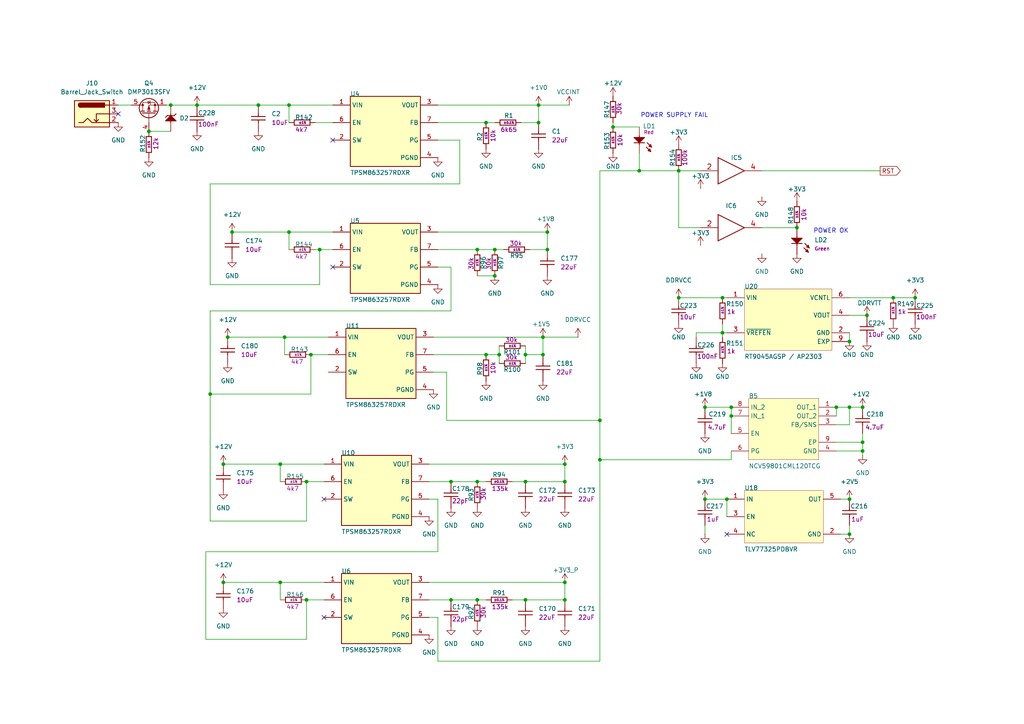
<source format=kicad_sch>
(kicad_sch (version 20241209) (generator "eeschema") (generator_version "9.0")
  (paper "A4")
  (text "POWER SUPPLY FAIL" (at 195.58 33.528 0) (effects (font (size 1.27 1.27))))
  (text "POWER OK" (at 241.046 67.056 0) (effects (font (size 1.27 1.27))))
  (junction (at 246.38 118.11))
  (junction (at 140.97 35.56))
  (junction (at 246.38 144.78))
  (junction (at 140.97 102.87))
  (junction (at 250.19 128.27))
  (junction (at 250.19 118.11))
  (junction (at 265.43 86.36))
  (junction (at 246.38 99.06))
  (junction (at 130.81 139.7))
  (junction (at 173.99 121.92))
  (junction (at 88.9 173.99))
  (junction (at 138.43 173.99))
  (junction (at 158.75 72.39))
  (junction (at 209.55 96.52))
  (junction (at 82.55 97.79))
  (junction (at 67.31 67.31))
  (junction (at 83.82 30.48))
  (junction (at 64.77 168.91))
  (junction (at 92.71 72.39))
  (junction (at 60.96 114.3))
  (junction (at 157.48 97.79))
  (junction (at 130.81 173.99))
  (junction (at 246.38 154.94))
  (junction (at 163.83 139.7))
  (junction (at 90.17 102.87))
  (junction (at 49.53 30.48))
  (junction (at 163.83 168.91))
  (junction (at 158.75 67.31))
  (junction (at 242.57 118.11))
  (junction (at 83.82 67.31))
  (junction (at 138.43 139.7))
  (junction (at 66.04 97.79))
  (junction (at 196.85 86.36))
  (junction (at 210.82 144.78))
  (junction (at 212.09 120.65))
  (junction (at 152.4 173.99))
  (junction (at 177.8 36.83))
  (junction (at 250.19 130.81))
  (junction (at 144.78 102.87))
  (junction (at 81.28 134.62))
  (junction (at 173.99 133.35))
  (junction (at 152.4 139.7))
  (junction (at 204.47 144.78))
  (junction (at 204.47 118.11))
  (junction (at 231.14 66.04))
  (junction (at 81.28 168.91))
  (junction (at 64.77 134.62))
  (junction (at 157.48 102.87))
  (junction (at 138.43 72.39))
  (junction (at 156.21 35.56))
  (junction (at 209.55 86.36))
  (junction (at 57.15 30.48))
  (junction (at 156.21 30.48))
  (junction (at 163.83 173.99))
  (junction (at 196.85 49.53))
  (junction (at 163.83 134.62))
  (junction (at 152.4 102.87))
  (junction (at 143.51 72.39))
  (junction (at 259.08 86.36))
  (junction (at 212.09 118.11))
  (junction (at 43.18 38.1))
  (junction (at 88.9 139.7))
  (junction (at 74.93 30.48))
  (junction (at 185.42 49.53))
  (junction (at 251.46 91.44))
  (junction (at 143.51 80.01))
  (no_connect (at 210.82 154.94))
  (no_connect (at 96.52 40.64))
  (no_connect (at 96.52 77.47))
  (no_connect (at 34.29 33.02))
  (no_connect (at 93.98 179.07))
  (no_connect (at 93.98 144.78))
  (wire (pts (xy 152.4 139.7) (xy 163.83 139.7)))
  (wire (pts (xy 140.97 102.87) (xy 144.78 102.87)))
  (wire (pts (xy 156.21 30.48) (xy 165.1 30.48)))
  (wire (pts (xy 90.17 114.3) (xy 90.17 102.87)))
  (wire (pts (xy 83.82 30.48) (xy 96.52 30.48)))
  (wire (pts (xy 133.35 53.34) (xy 60.96 53.34)))
  (wire (pts (xy 81.28 168.91) (xy 81.28 173.99)))
  (wire (pts (xy 250.19 125.73) (xy 250.19 128.27)))
  (wire (pts (xy 242.57 123.19) (xy 246.38 123.19)))
  (wire (pts (xy 88.9 173.99) (xy 88.9 185.42)))
  (wire (pts (xy 74.93 30.48) (xy 83.82 30.48)))
  (wire (pts (xy 209.55 86.36) (xy 210.82 86.36)))
  (wire (pts (xy 34.29 30.48) (xy 38.1 30.48)))
  (wire (pts (xy 60.96 151.13) (xy 88.9 151.13)))
  (wire (pts (xy 163.83 168.91) (xy 163.83 173.99)))
  (wire (pts (xy 196.85 66.04) (xy 203.2 66.04)))
  (wire (pts (xy 81.28 134.62) (xy 81.28 139.7)))
  (wire (pts (xy 243.84 144.78) (xy 246.38 144.78)))
  (wire (pts (xy 138.43 139.7) (xy 140.97 139.7)))
  (wire (pts (xy 246.38 152.4) (xy 246.38 154.94)))
  (wire (pts (xy 204.47 144.78) (xy 210.82 144.78)))
  (wire (pts (xy 173.99 133.35) (xy 212.09 133.35)))
  (wire (pts (xy 60.96 114.3) (xy 90.17 114.3)))
  (wire (pts (xy 246.38 154.94) (xy 243.84 154.94)))
  (wire (pts (xy 152.4 102.87) (xy 157.48 102.87)))
  (wire (pts (xy 138.43 72.39) (xy 143.51 72.39)))
  (wire (pts (xy 124.46 179.07) (xy 127 179.07)))
  (wire (pts (xy 81.28 134.62) (xy 93.98 134.62)))
  (wire (pts (xy 140.97 35.56) (xy 143.51 35.56)))
  (wire (pts (xy 133.35 40.64) (xy 133.35 53.34)))
  (wire (pts (xy 148.59 139.7) (xy 152.4 139.7)))
  (wire (pts (xy 127 144.78) (xy 127 160.02)))
  (wire (pts (xy 151.13 35.56) (xy 156.21 35.56)))
  (wire (pts (xy 204.47 152.4) (xy 204.47 154.94)))
  (wire (pts (xy 49.53 30.48) (xy 57.15 30.48)))
  (wire (pts (xy 246.38 123.19) (xy 246.38 118.11)))
  (wire (pts (xy 250.19 128.27) (xy 250.19 130.81)))
  (wire (pts (xy 204.47 118.11) (xy 212.09 118.11)))
  (wire (pts (xy 60.96 90.17) (xy 60.96 114.3)))
  (wire (pts (xy 130.81 139.7) (xy 138.43 139.7)))
  (wire (pts (xy 144.78 102.87) (xy 144.78 105.41)))
  (wire (pts (xy 127 77.47) (xy 130.81 77.47)))
  (wire (pts (xy 81.28 168.91) (xy 93.98 168.91)))
  (wire (pts (xy 127 40.64) (xy 133.35 40.64)))
  (wire (pts (xy 125.73 107.95) (xy 129.54 107.95)))
  (wire (pts (xy 250.19 130.81) (xy 250.19 132.08)))
  (wire (pts (xy 127 67.31) (xy 158.75 67.31)))
  (wire (pts (xy 124.46 144.78) (xy 127 144.78)))
  (wire (pts (xy 83.82 67.31) (xy 83.82 72.39)))
  (wire (pts (xy 196.85 86.36) (xy 209.55 86.36)))
  (wire (pts (xy 127 30.48) (xy 156.21 30.48)))
  (wire (pts (xy 196.85 49.53) (xy 203.2 49.53)))
  (wire (pts (xy 173.99 121.92) (xy 173.99 133.35)))
  (wire (pts (xy 152.4 100.33) (xy 152.4 102.87)))
  (wire (pts (xy 88.9 151.13) (xy 88.9 139.7)))
  (wire (pts (xy 127 160.02) (xy 59.69 160.02)))
  (wire (pts (xy 130.81 90.17) (xy 60.96 90.17)))
  (wire (pts (xy 88.9 139.7) (xy 93.98 139.7)))
  (wire (pts (xy 64.77 134.62) (xy 81.28 134.62)))
  (wire (pts (xy 130.81 173.99) (xy 138.43 173.99)))
  (wire (pts (xy 129.54 107.95) (xy 129.54 121.92)))
  (wire (pts (xy 210.82 144.78) (xy 210.82 149.86)))
  (wire (pts (xy 64.77 168.91) (xy 81.28 168.91)))
  (wire (pts (xy 157.48 97.79) (xy 167.64 97.79)))
  (wire (pts (xy 177.8 35.56) (xy 177.8 36.83)))
  (wire (pts (xy 60.96 114.3) (xy 60.96 151.13)))
  (wire (pts (xy 212.09 133.35) (xy 212.09 130.81)))
  (wire (pts (xy 82.55 97.79) (xy 82.55 102.87)))
  (wire (pts (xy 177.8 36.83) (xy 185.42 36.83)))
  (wire (pts (xy 124.46 139.7) (xy 130.81 139.7)))
  (wire (pts (xy 127 191.77) (xy 173.99 191.77)))
  (wire (pts (xy 82.55 97.79) (xy 95.25 97.79)))
  (wire (pts (xy 201.93 97.79) (xy 201.93 96.52)))
  (wire (pts (xy 185.42 44.45) (xy 185.42 49.53)))
  (wire (pts (xy 59.69 160.02) (xy 59.69 185.42)))
  (wire (pts (xy 158.75 67.31) (xy 158.75 72.39)))
  (wire (pts (xy 209.55 97.79) (xy 209.55 96.52)))
  (wire (pts (xy 157.48 97.79) (xy 157.48 102.87)))
  (wire (pts (xy 67.31 67.31) (xy 83.82 67.31)))
  (wire (pts (xy 91.44 35.56) (xy 96.52 35.56)))
  (wire (pts (xy 173.99 49.53) (xy 185.42 49.53)))
  (wire (pts (xy 242.57 118.11) (xy 246.38 118.11)))
  (wire (pts (xy 48.26 30.48) (xy 49.53 30.48)))
  (wire (pts (xy 129.54 121.92) (xy 173.99 121.92)))
  (wire (pts (xy 152.4 173.99) (xy 163.83 173.99)))
  (wire (pts (xy 242.57 130.81) (xy 250.19 130.81)))
  (wire (pts (xy 124.46 134.62) (xy 163.83 134.62)))
  (wire (pts (xy 220.98 66.04) (xy 231.14 66.04)))
  (wire (pts (xy 209.55 96.52) (xy 210.82 96.52)))
  (wire (pts (xy 138.43 80.01) (xy 143.51 80.01)))
  (wire (pts (xy 60.96 82.55) (xy 92.71 82.55)))
  (wire (pts (xy 201.93 96.52) (xy 209.55 96.52)))
  (wire (pts (xy 209.55 93.98) (xy 209.55 96.52)))
  (wire (pts (xy 90.17 102.87) (xy 95.25 102.87)))
  (wire (pts (xy 148.59 173.99) (xy 152.4 173.99)))
  (wire (pts (xy 57.15 30.48) (xy 74.93 30.48)))
  (wire (pts (xy 246.38 86.36) (xy 259.08 86.36)))
  (wire (pts (xy 138.43 173.99) (xy 140.97 173.99)))
  (wire (pts (xy 246.38 118.11) (xy 250.19 118.11)))
  (wire (pts (xy 127 72.39) (xy 138.43 72.39)))
  (wire (pts (xy 152.4 102.87) (xy 152.4 105.41)))
  (wire (pts (xy 246.38 91.44) (xy 251.46 91.44)))
  (wire (pts (xy 43.18 38.1) (xy 49.53 38.1)))
  (wire (pts (xy 59.69 185.42) (xy 88.9 185.42)))
  (wire (pts (xy 125.73 102.87) (xy 140.97 102.87)))
  (wire (pts (xy 124.46 168.91) (xy 163.83 168.91)))
  (wire (pts (xy 124.46 173.99) (xy 130.81 173.99)))
  (wire (pts (xy 92.71 82.55) (xy 92.71 72.39)))
  (wire (pts (xy 196.85 49.53) (xy 196.85 66.04)))
  (wire (pts (xy 88.9 173.99) (xy 93.98 173.99)))
  (wire (pts (xy 173.99 191.77) (xy 173.99 133.35)))
  (wire (pts (xy 60.96 53.34) (xy 60.96 82.55)))
  (wire (pts (xy 127 35.56) (xy 140.97 35.56)))
  (wire (pts (xy 91.44 72.39) (xy 92.71 72.39)))
  (wire (pts (xy 143.51 72.39) (xy 146.05 72.39)))
  (wire (pts (xy 156.21 30.48) (xy 156.21 35.56)))
  (wire (pts (xy 173.99 49.53) (xy 173.99 121.92)))
  (wire (pts (xy 83.82 67.31) (xy 96.52 67.31)))
  (wire (pts (xy 130.81 77.47) (xy 130.81 90.17)))
  (wire (pts (xy 127 179.07) (xy 127 191.77)))
  (wire (pts (xy 259.08 86.36) (xy 265.43 86.36)))
  (wire (pts (xy 185.42 49.53) (xy 196.85 49.53)))
  (wire (pts (xy 242.57 128.27) (xy 250.19 128.27)))
  (wire (pts (xy 242.57 118.11) (xy 242.57 120.65)))
  (wire (pts (xy 153.67 72.39) (xy 158.75 72.39)))
  (wire (pts (xy 163.83 134.62) (xy 163.83 139.7)))
  (wire (pts (xy 144.78 100.33) (xy 144.78 102.87)))
  (wire (pts (xy 212.09 118.11) (xy 212.09 120.65)))
  (wire (pts (xy 246.38 96.52) (xy 246.38 99.06)))
  (wire (pts (xy 66.04 97.79) (xy 82.55 97.79)))
  (wire (pts (xy 212.09 120.65) (xy 212.09 125.73)))
  (wire (pts (xy 83.82 30.48) (xy 83.82 35.56)))
  (wire (pts (xy 92.71 72.39) (xy 96.52 72.39)))
  (wire (pts (xy 125.73 97.79) (xy 157.48 97.79)))
  (wire (pts (xy 220.98 49.53) (xy 255.27 49.53)))
  (global_label "RST" (shape output) (at 255.27 49.53 0) (property "Intersheetrefs" "${INTERSHEET_REFS}" (effects (hide yes))))
  (symbol (lib_id "power:GND") (at 251.46 99.06 0) (unit 1)
    (property "Reference" "#PWR0304" (effects (hide yes)))
    (property "Value" "GND" (at 251.46 102.87 0))
    (property "Description" "Power symbol creates a global label with name \"GND\" , ground" (effects (hide yes)))
  )
  (symbol (lib_id "power:GND") (at 43.18 45.72 0) (unit 1)
    (property "Reference" "#PWR0313" (effects (hide yes)))
    (property "Value" "GND" (at 43.18 50.8 0))
    (property "Description" "Power symbol creates a global label with name \"GND\" , ground" (effects (hide yes)))
  )
  (symbol (lib_id "Capacitors SMD:CC0805_10UF_25V_10%_X5R") (at 64.77 142.24 90) (unit 1)
    (property "Reference" "C175" (at 68.58 137.1599 90) (effects (justify right)))
    (property "Value" "CC0805_10UF_25V_10%_X5R" (effects (hide yes)))
    (property "Footprint" "Capacitors SMD:CAPC2012X95N" (effects (hide yes)))
    (property "Datasheet" "\\\\cern.ch\\dfs\\Applications\\Altium\\Datasheets\\CC0805_X5R_MURATA_GRM.pdf" (effects (hide yes)))
    (property "Description" "SMD Multilayer Chip Ceramic Capacitor" (effects (hide yes)))
    (property "Val" "10uF" (at 68.58 139.6999 90) (effects (justify right)))
    (property "Part Number" "CC0805_10UF_25V_10%_X5R" (effects (hide yes)))
    (property "Library Ref" "Capacitor - non polarized" (effects (hide yes)))
    (property "Library Path" "SchLib\\Capacitors.SchLib" (effects (hide yes)))
    (property "Comment" "10uF" (effects (hide yes)))
    (property "Component Kind" "Standard" (effects (hide yes)))
    (property "Component Type" "Standard" (effects (hide yes)))
    (property "Pin Count" "2" (effects (hide yes)))
    (property "Footprint Path" "PcbLib\\Capacitors SMD.PcbLib" (effects (hide yes)))
    (property "Footprint Ref" "CAPC2012X95N" (effects (hide yes)))
    (property "PackageDescription" " " (effects (hide yes)))
    (property "Status" "Preferred" (effects (hide yes)))
    (property "Status Comment" " " (effects (hide yes)))
    (property "Voltage" "25V" (effects (hide yes)))
    (property "TC" "X5R" (effects (hide yes)))
    (property "Tolerance" "±10%" (effects (hide yes)))
    (property "Part Description" "SMD Multilayer Chip Ceramic Capacitor" (effects (hide yes)))
    (property "Manufacturer" "GENERIC" (effects (hide yes)))
    (property "Manufacturer Part Number" "CC0805_10UF_25V_10%_X5R" (effects (hide yes)))
    (property "Case" "0805" (effects (hide yes)))
    (property "Mounted" "Yes" (effects (hide yes)))
    (property "Socket" "No" (effects (hide yes)))
    (property "SMD" "Yes" (effects (hide yes)))
    (property "PressFit" " " (effects (hide yes)))
    (property "Sense" "No" (effects (hide yes)))
    (property "Sense Comment" " " (effects (hide yes)))
    (property "ComponentHeight" " " (effects (hide yes)))
    (property "Manufacturer1 Example" "MURATA" (effects (hide yes)))
    (property "Manufacturer1 Part Number" "GRM219R61E106KA12D" (effects (hide yes)))
    (property "Manufacturer1 ComponentHeight" "0.95mm" (effects (hide yes)))
    (property "HelpURL" "\\\\cern.ch\\dfs\\Applications\\Altium\\Datasheets\\CC0805_X5R_MURATA_GRM.pdf" (effects (hide yes)))
    (property "Author" "CERN DEM JLC" (effects (hide yes)))
    (property "CreateDate" "10/25/12 00:00:00" (effects (hide yes)))
    (property "LatestRevisionDate" "09/06/16 00:00:00" (effects (hide yes)))
    (property "Database Table Name" "Capacitors" (effects (hide yes)))
    (property "Library Name" "Capacitors SMD" (effects (hide yes)))
    (property "Footprint Library" "Capacitors SMD" (effects (hide yes)))
    (property "License" "CC-BY-SA 4.0" (effects (hide yes)))
  )
  (symbol (lib_id "power:GND") (at 250.19 132.08 0) (unit 1)
    (property "Reference" "#PWR0268" (effects (hide yes)))
    (property "Value" "GND" (at 250.19 137.16 0))
    (property "Description" "Power symbol creates a global label with name \"GND\" , ground" (effects (hide yes)))
  )
  (symbol (lib_id "power:GND") (at 64.77 142.24 0) (unit 1)
    (property "Reference" "#PWR0180" (effects (hide yes)))
    (property "Value" "GND" (at 64.77 147.32 0))
    (property "Description" "Power symbol creates a global label with name \"GND\" , ground" (effects (hide yes)))
  )
  (symbol (lib_id "power:+12V") (at 64.77 134.62 0) (unit 1)
    (property "Reference" "#PWR0179" (effects (hide yes)))
    (property "Value" "+12V" (at 64.77 129.54 0))
    (property "Description" "Power symbol creates a global label with name \"+12V\"" (effects (hide yes)))
  )
  (symbol (lib_id "Resistors SMD:R0402_30K_1%_0.0625W_100PPM") (at 138.43 173.99 270) (unit 1)
    (property "Reference" "R92" (at 136.652 177.8 0))
    (property "Value" "R0402_30K_1%_0.0625W_100PPM" (effects (hide yes)))
    (property "Footprint" "Resistors SMD:RESC1005X40N" (effects (hide yes)))
    (property "Datasheet" "\\\\cern.ch\\dfs\\Applications\\Altium\\Datasheets\\R0402_Phycomp_RC0402.pdf" (effects (hide yes)))
    (property "Description" "General Purpose Thick Film Chip Resistor" (effects (hide yes)))
    (property "Tolerance" "±1%" (at 138.43 177.8 0) (effects (font (size 0.635 0.635))))
    (property "Val" "30k" (at 140.208 177.546 0))
    (property "Part Number" "R0402_30K_1%_0.0625W_100PPM" (effects (hide yes)))
    (property "Library Ref" "Resistor - 1%" (effects (hide yes)))
    (property "Library Path" "SchLib\\Resistors.SchLib" (effects (hide yes)))
    (property "Comment" "30k" (effects (hide yes)))
    (property "Component Kind" "Standard" (effects (hide yes)))
    (property "Component Type" "Standard" (effects (hide yes)))
    (property "PackageDescription" " " (effects (hide yes)))
    (property "Pin Count" "2" (effects (hide yes)))
    (property "Footprint Path" "PcbLib\\Resistors SMD.PcbLib" (effects (hide yes)))
    (property "Footprint Ref" "RESC1005X40N" (effects (hide yes)))
    (property "Status" "Not Recommended" (effects (hide yes)))
    (property "Power" "0.0625W" (effects (hide yes)))
    (property "TC" "±100ppm/°C" (effects (hide yes)))
    (property "Voltage" " " (effects (hide yes)))
    (property "Part Description" "General Purpose Thick Film Chip Resistor" (effects (hide yes)))
    (property "Manufacturer" "GENERIC" (effects (hide yes)))
    (property "Manufacturer Part Number" "R0402_30K_1%_0.0625W_100PPM" (effects (hide yes)))
    (property "Case" "0402" (effects (hide yes)))
    (property "PressFit" "No" (effects (hide yes)))
    (property "Mounted" "Yes" (effects (hide yes)))
    (property "Sense Comment" " " (effects (hide yes)))
    (property "Sense" "No" (effects (hide yes)))
    (property "Status Comment" " " (effects (hide yes)))
    (property "Socket" "No" (effects (hide yes)))
    (property "SMD" "Yes" (effects (hide yes)))
    (property "ComponentHeight" " " (effects (hide yes)))
    (property "Manufacturer1 Example" "YAGEO PHYCOMP" (effects (hide yes)))
    (property "Manufacturer1 Part Number" "232270673003L" (effects (hide yes)))
    (property "Manufacturer1 ComponentHeight" "0.4mm" (effects (hide yes)))
    (property "HelpURL" "\\\\cern.ch\\dfs\\Applications\\Altium\\Datasheets\\R0402_Phycomp_RC0402.pdf" (effects (hide yes)))
    (property "Author" "CERN DEM JLC" (effects (hide yes)))
    (property "CreateDate" "12/03/07 00:00:00" (effects (hide yes)))
    (property "LatestRevisionDate" "10/17/12 00:00:00" (effects (hide yes)))
    (property "Database Table Name" "Resistors" (effects (hide yes)))
    (property "Library Name" "Resistors SMD" (effects (hide yes)))
    (property "Footprint Library" "Resistors SMD" (effects (hide yes)))
    (property "License" "CC-BY-SA 4.0" (effects (hide yes)))
  )
  (symbol (lib_id "power:GND") (at 124.46 184.15 0) (unit 1)
    (property "Reference" "#PWR0169" (effects (hide yes)))
    (property "Value" "GND" (at 124.46 189.23 0))
    (property "Description" "Power symbol creates a global label with name \"GND\" , ground" (effects (hide yes)))
  )
  (symbol (lib_id "power:GND") (at 204.47 154.94 0) (unit 1)
    (property "Reference" "#PWR0266" (effects (hide yes)))
    (property "Value" "GND" (at 204.47 160.02 0))
    (property "Description" "Power symbol creates a global label with name \"GND\" , ground" (effects (hide yes)))
  )
  (symbol (lib_id "power:GND") (at 130.81 181.61 0) (unit 1)
    (property "Reference" "#PWR0189" (effects (hide yes)))
    (property "Value" "GND" (at 130.81 186.69 0))
    (property "Description" "Power symbol creates a global label with name \"GND\" , ground" (effects (hide yes)))
  )
  (symbol (lib_id "power:GND") (at 57.15 38.1 0) (unit 1)
    (property "Reference" "#PWR0315" (effects (hide yes)))
    (property "Value" "GND" (at 57.15 43.18 0))
    (property "Description" "Power symbol creates a global label with name \"GND\" , ground" (effects (hide yes)))
  )
  (symbol (lib_id "Capacitors SMD:CC0805_22UF_16V_10%_X5R") (at 157.48 110.49 90) (unit 1)
    (property "Reference" "C181" (at 161.29 105.4099 90) (effects (justify right)))
    (property "Value" "CC0805_22UF_16V_10%_X5R" (effects (hide yes)))
    (property "Footprint" "Capacitors SMD:CAPC2012X135N" (effects (hide yes)))
    (property "Datasheet" "\\\\cern.ch\\dfs\\Applications\\Altium\\Datasheets\\CC0805_X5R_TDK_C.pdf" (effects (hide yes)))
    (property "Description" "SMD Multilayer Chip Ceramic Capacitor" (effects (hide yes)))
    (property "Val" "22uF" (at 161.29 107.9499 90) (effects (justify right)))
    (property "Part Number" "CC0805_22UF_16V_10%_X5R" (effects (hide yes)))
    (property "Library Ref" "Capacitor - non polarized" (effects (hide yes)))
    (property "Library Path" "SchLib\\Capacitors.SchLib" (effects (hide yes)))
    (property "Comment" "22uF" (effects (hide yes)))
    (property "Component Kind" "Standard" (effects (hide yes)))
    (property "Component Type" "Standard" (effects (hide yes)))
    (property "Pin Count" "2" (effects (hide yes)))
    (property "Footprint Path" "PcbLib\\Capacitors SMD.PcbLib" (effects (hide yes)))
    (property "Footprint Ref" "CAPC2012X135N" (effects (hide yes)))
    (property "PackageDescription" " " (effects (hide yes)))
    (property "Status" "Preferred" (effects (hide yes)))
    (property "Status Comment" " " (effects (hide yes)))
    (property "Voltage" "16V" (effects (hide yes)))
    (property "TC" "X5R" (effects (hide yes)))
    (property "Tolerance" "±10%" (effects (hide yes)))
    (property "Part Description" "SMD Multilayer Chip Ceramic Capacitor" (effects (hide yes)))
    (property "Manufacturer" "GENERIC" (effects (hide yes)))
    (property "Manufacturer Part Number" "CC0805_22UF_16V_10%_X5R" (effects (hide yes)))
    (property "Case" "0805" (effects (hide yes)))
    (property "Mounted" "Yes" (effects (hide yes)))
    (property "Socket" "No" (effects (hide yes)))
    (property "SMD" "Yes" (effects (hide yes)))
    (property "PressFit" " " (effects (hide yes)))
    (property "Sense" "No" (effects (hide yes)))
    (property "Sense Comment" " " (effects (hide yes)))
    (property "ComponentHeight" " " (effects (hide yes)))
    (property "Manufacturer1 Example" "TDK" (effects (hide yes)))
    (property "Manufacturer1 Part Number" "C2012X5R1C226KT" (effects (hide yes)))
    (property "Manufacturer1 ComponentHeight" "1.35mm" (effects (hide yes)))
    (property "HelpURL" "\\\\cern.ch\\dfs\\Applications\\Altium\\Datasheets\\CC0805_X5R_TDK_C.pdf" (effects (hide yes)))
    (property "Author" "CERN DEM JLC" (effects (hide yes)))
    (property "CreateDate" "10/25/12 00:00:00" (effects (hide yes)))
    (property "LatestRevisionDate" "10/25/12 00:00:00" (effects (hide yes)))
    (property "Database Table Name" "Capacitors" (effects (hide yes)))
    (property "Library Name" "Capacitors SMD" (effects (hide yes)))
    (property "Footprint Library" "Capacitors SMD" (effects (hide yes)))
    (property "License" "CC-BY-SA 4.0" (effects (hide yes)))
  )
  (symbol (lib_id "Connector:Barrel_Jack_Switch") (at 26.67 33.02 0) (unit 1)
    (property "Reference" "J10" (at 26.67 24.13 0))
    (property "Value" "Barrel_Jack_Switch" (at 26.67 26.67 0))
    (property "Footprint" "Connector_BarrelJack:BarrelJack_GCT_DCJ200-10-A_Horizontal" (effects (hide yes)))
    (property "Description" "DC Barrel Jack with an internal switch" (effects (hide yes)))
  )
  (symbol (lib_id "power:GND") (at 201.93 105.41 0) (unit 1)
    (property "Reference" "#PWR0309" (effects (hide yes)))
    (property "Value" "GND" (at 201.93 109.22 0))
    (property "Description" "Power symbol creates a global label with name \"GND\" , ground" (effects (hide yes)))
  )
  (symbol (lib_id "Resistors SMD:R0402_1K_1%_0.0625W_100PPM") (at 259.08 93.98 90) (unit 1)
    (property "Reference" "R149" (at 260.096 88.138 90) (effects (justify right)))
    (property "Value" "R0402_1K_1%_0.0625W_100PPM" (effects (hide yes)))
    (property "Footprint" "Resistors SMD:RESC1005X40N" (effects (hide yes)))
    (property "Datasheet" "\\\\cern.ch\\dfs\\Applications\\Altium\\Datasheets\\R0402_Phycomp_RC0402.pdf" (effects (hide yes)))
    (property "Description" "General Purpose Thick Film Chip Resistor" (effects (hide yes)))
    (property "Tolerance" "±1%" (at 259.08 88.9 0) (effects (font (size 0.635 0.635)) (justify right)))
    (property "Val" "1k" (at 260.35 90.424 90) (effects (justify right)))
    (property "Part Number" "R0402_1K_1%_0.0625W_100PPM" (effects (hide yes)))
    (property "Library Ref" "Resistor - 1%" (effects (hide yes)))
    (property "Library Path" "SchLib\\Resistors.SchLib" (effects (hide yes)))
    (property "Comment" "1k" (effects (hide yes)))
    (property "Component Kind" "Standard" (effects (hide yes)))
    (property "Component Type" "Standard" (effects (hide yes)))
    (property "PackageDescription" " " (effects (hide yes)))
    (property "Pin Count" "2" (effects (hide yes)))
    (property "Footprint Path" "PcbLib\\Resistors SMD.PcbLib" (effects (hide yes)))
    (property "Footprint Ref" "RESC1005X40N" (effects (hide yes)))
    (property "Status" "Not Recommended" (effects (hide yes)))
    (property "Power" "0.0625W" (effects (hide yes)))
    (property "TC" "±100ppm/°C" (effects (hide yes)))
    (property "Voltage" " " (effects (hide yes)))
    (property "Part Description" "General Purpose Thick Film Chip Resistor" (effects (hide yes)))
    (property "Manufacturer" "GENERIC" (effects (hide yes)))
    (property "Manufacturer Part Number" "R0402_1K_1%_0.0625W_100PPM" (effects (hide yes)))
    (property "Case" "0402" (effects (hide yes)))
    (property "PressFit" "No" (effects (hide yes)))
    (property "Mounted" "Yes" (effects (hide yes)))
    (property "Sense Comment" " " (effects (hide yes)))
    (property "Sense" "No" (effects (hide yes)))
    (property "Status Comment" " " (effects (hide yes)))
    (property "Socket" "No" (effects (hide yes)))
    (property "SMD" "Yes" (effects (hide yes)))
    (property "ComponentHeight" " " (effects (hide yes)))
    (property "Manufacturer1 Example" "YAGEO PHYCOMP" (effects (hide yes)))
    (property "Manufacturer1 Part Number" "232270671002L" (effects (hide yes)))
    (property "Manufacturer1 ComponentHeight" "0.4mm" (effects (hide yes)))
    (property "HelpURL" "\\\\cern.ch\\dfs\\Applications\\Altium\\Datasheets\\R0402_Phycomp_RC0402.pdf" (effects (hide yes)))
    (property "Author" "CERN DEM JLC" (effects (hide yes)))
    (property "CreateDate" "12/03/07 00:00:00" (effects (hide yes)))
    (property "LatestRevisionDate" "10/17/12 00:00:00" (effects (hide yes)))
    (property "Database Table Name" "Resistors" (effects (hide yes)))
    (property "Library Name" "Resistors SMD" (effects (hide yes)))
    (property "Footprint Library" "Resistors SMD" (effects (hide yes)))
    (property "License" "CC-BY-SA 4.0" (effects (hide yes)))
  )
  (symbol (lib_id "Resistors SMD:R0402_30K_1%_0.0625W_100PPM") (at 138.43 80.01 90) (unit 1)
    (property "Reference" "R96" (at 140.208 76.2 0))
    (property "Value" "R0402_30K_1%_0.0625W_100PPM" (effects (hide yes)))
    (property "Footprint" "Resistors SMD:RESC1005X40N" (effects (hide yes)))
    (property "Datasheet" "\\\\cern.ch\\dfs\\Applications\\Altium\\Datasheets\\R0402_Phycomp_RC0402.pdf" (effects (hide yes)))
    (property "Description" "General Purpose Thick Film Chip Resistor" (effects (hide yes)))
    (property "Tolerance" "±1%" (at 138.43 76.2 0) (effects (font (size 0.635 0.635))))
    (property "Val" "30k" (at 136.652 76.454 0))
    (property "Part Number" "R0402_30K_1%_0.0625W_100PPM" (effects (hide yes)))
    (property "Library Ref" "Resistor - 1%" (effects (hide yes)))
    (property "Library Path" "SchLib\\Resistors.SchLib" (effects (hide yes)))
    (property "Comment" "30k" (effects (hide yes)))
    (property "Component Kind" "Standard" (effects (hide yes)))
    (property "Component Type" "Standard" (effects (hide yes)))
    (property "PackageDescription" " " (effects (hide yes)))
    (property "Pin Count" "2" (effects (hide yes)))
    (property "Footprint Path" "PcbLib\\Resistors SMD.PcbLib" (effects (hide yes)))
    (property "Footprint Ref" "RESC1005X40N" (effects (hide yes)))
    (property "Status" "Not Recommended" (effects (hide yes)))
    (property "Power" "0.0625W" (effects (hide yes)))
    (property "TC" "±100ppm/°C" (effects (hide yes)))
    (property "Voltage" " " (effects (hide yes)))
    (property "Part Description" "General Purpose Thick Film Chip Resistor" (effects (hide yes)))
    (property "Manufacturer" "GENERIC" (effects (hide yes)))
    (property "Manufacturer Part Number" "R0402_30K_1%_0.0625W_100PPM" (effects (hide yes)))
    (property "Case" "0402" (effects (hide yes)))
    (property "PressFit" "No" (effects (hide yes)))
    (property "Mounted" "Yes" (effects (hide yes)))
    (property "Sense Comment" " " (effects (hide yes)))
    (property "Sense" "No" (effects (hide yes)))
    (property "Status Comment" " " (effects (hide yes)))
    (property "Socket" "No" (effects (hide yes)))
    (property "SMD" "Yes" (effects (hide yes)))
    (property "ComponentHeight" " " (effects (hide yes)))
    (property "Manufacturer1 Example" "YAGEO PHYCOMP" (effects (hide yes)))
    (property "Manufacturer1 Part Number" "232270673003L" (effects (hide yes)))
    (property "Manufacturer1 ComponentHeight" "0.4mm" (effects (hide yes)))
    (property "HelpURL" "\\\\cern.ch\\dfs\\Applications\\Altium\\Datasheets\\R0402_Phycomp_RC0402.pdf" (effects (hide yes)))
    (property "Author" "CERN DEM JLC" (effects (hide yes)))
    (property "CreateDate" "12/03/07 00:00:00" (effects (hide yes)))
    (property "LatestRevisionDate" "10/17/12 00:00:00" (effects (hide yes)))
    (property "Database Table Name" "Resistors" (effects (hide yes)))
    (property "Library Name" "Resistors SMD" (effects (hide yes)))
    (property "Footprint Library" "Resistors SMD" (effects (hide yes)))
    (property "License" "CC-BY-SA 4.0" (effects (hide yes)))
  )
  (symbol (lib_id "Resistors SMD:R0402_10K_1%_0.0625W_100PPM") (at 231.14 66.04 90) (unit 1)
    (property "Reference" "R148" (at 229.362 62.484 0))
    (property "Value" "R0402_10K_1%_0.0625W_100PPM" (effects (hide yes)))
    (property "Footprint" "Resistors SMD:RESC1005X40N" (effects (hide yes)))
    (property "Datasheet" "\\\\cern.ch\\dfs\\Applications\\Altium\\Datasheets\\R0402_Phycomp_RC0402.pdf" (effects (hide yes)))
    (property "Description" "General Purpose Thick Film Chip Resistor" (effects (hide yes)))
    (property "Tolerance" "±1%" (at 231.14 62.23 0) (effects (font (size 0.635 0.635))))
    (property "Val" "10k" (at 233.172 62.23 0))
    (property "Part Number" "R0402_10K_1%_0.0625W_100PPM" (effects (hide yes)))
    (property "Library Ref" "Resistor - 1%" (effects (hide yes)))
    (property "Library Path" "SchLib\\Resistors.SchLib" (effects (hide yes)))
    (property "Comment" "10k" (effects (hide yes)))
    (property "Component Kind" "Standard" (effects (hide yes)))
    (property "Component Type" "Standard" (effects (hide yes)))
    (property "PackageDescription" " " (effects (hide yes)))
    (property "Pin Count" "2" (effects (hide yes)))
    (property "Footprint Path" "PcbLib\\Resistors SMD.PcbLib" (effects (hide yes)))
    (property "Footprint Ref" "RESC1005X40N" (effects (hide yes)))
    (property "Status" "Not Recommended" (effects (hide yes)))
    (property "Power" "0.0625W" (effects (hide yes)))
    (property "TC" "±100ppm/°C" (effects (hide yes)))
    (property "Voltage" " " (effects (hide yes)))
    (property "Part Description" "General Purpose Thick Film Chip Resistor" (effects (hide yes)))
    (property "Manufacturer" "GENERIC" (effects (hide yes)))
    (property "Manufacturer Part Number" "R0402_10K_1%_0.0625W_100PPM" (effects (hide yes)))
    (property "Case" "0402" (effects (hide yes)))
    (property "PressFit" "No" (effects (hide yes)))
    (property "Mounted" "Yes" (effects (hide yes)))
    (property "Sense Comment" " " (effects (hide yes)))
    (property "Sense" "No" (effects (hide yes)))
    (property "Status Comment" " " (effects (hide yes)))
    (property "Socket" "No" (effects (hide yes)))
    (property "SMD" "Yes" (effects (hide yes)))
    (property "ComponentHeight" " " (effects (hide yes)))
    (property "Manufacturer1 Example" "YAGEO PHYCOMP" (effects (hide yes)))
    (property "Manufacturer1 Part Number" "232270671003L" (effects (hide yes)))
    (property "Manufacturer1 ComponentHeight" "0.4mm" (effects (hide yes)))
    (property "HelpURL" "\\\\cern.ch\\dfs\\Applications\\Altium\\Datasheets\\R0402_Phycomp_RC0402.pdf" (effects (hide yes)))
    (property "Author" "CERN DEM JLC" (effects (hide yes)))
    (property "CreateDate" "12/03/07 00:00:00" (effects (hide yes)))
    (property "LatestRevisionDate" "10/17/12 00:00:00" (effects (hide yes)))
    (property "Database Table Name" "Resistors" (effects (hide yes)))
    (property "Library Name" "Resistors SMD" (effects (hide yes)))
    (property "Footprint Library" "Resistors SMD" (effects (hide yes)))
    (property "License" "CC-BY-SA 4.0" (effects (hide yes)))
  )
  (symbol (lib_id "Capacitors SMD:CC0805_22UF_16V_10%_X5R") (at 163.83 181.61 90) (unit 1)
    (property "Reference" "C171" (at 167.64 176.5299 90) (effects (justify right)))
    (property "Value" "CC0805_22UF_16V_10%_X5R" (effects (hide yes)))
    (property "Footprint" "Capacitors SMD:CAPC2012X135N" (effects (hide yes)))
    (property "Datasheet" "\\\\cern.ch\\dfs\\Applications\\Altium\\Datasheets\\CC0805_X5R_TDK_C.pdf" (effects (hide yes)))
    (property "Description" "SMD Multilayer Chip Ceramic Capacitor" (effects (hide yes)))
    (property "Val" "22uF" (at 167.64 179.0699 90) (effects (justify right)))
    (property "Part Number" "CC0805_22UF_16V_10%_X5R" (effects (hide yes)))
    (property "Library Ref" "Capacitor - non polarized" (effects (hide yes)))
    (property "Library Path" "SchLib\\Capacitors.SchLib" (effects (hide yes)))
    (property "Comment" "22uF" (effects (hide yes)))
    (property "Component Kind" "Standard" (effects (hide yes)))
    (property "Component Type" "Standard" (effects (hide yes)))
    (property "Pin Count" "2" (effects (hide yes)))
    (property "Footprint Path" "PcbLib\\Capacitors SMD.PcbLib" (effects (hide yes)))
    (property "Footprint Ref" "CAPC2012X135N" (effects (hide yes)))
    (property "PackageDescription" " " (effects (hide yes)))
    (property "Status" "Preferred" (effects (hide yes)))
    (property "Status Comment" " " (effects (hide yes)))
    (property "Voltage" "16V" (effects (hide yes)))
    (property "TC" "X5R" (effects (hide yes)))
    (property "Tolerance" "±10%" (effects (hide yes)))
    (property "Part Description" "SMD Multilayer Chip Ceramic Capacitor" (effects (hide yes)))
    (property "Manufacturer" "GENERIC" (effects (hide yes)))
    (property "Manufacturer Part Number" "CC0805_22UF_16V_10%_X5R" (effects (hide yes)))
    (property "Case" "0805" (effects (hide yes)))
    (property "Mounted" "Yes" (effects (hide yes)))
    (property "Socket" "No" (effects (hide yes)))
    (property "SMD" "Yes" (effects (hide yes)))
    (property "PressFit" " " (effects (hide yes)))
    (property "Sense" "No" (effects (hide yes)))
    (property "Sense Comment" " " (effects (hide yes)))
    (property "ComponentHeight" " " (effects (hide yes)))
    (property "Manufacturer1 Example" "TDK" (effects (hide yes)))
    (property "Manufacturer1 Part Number" "C2012X5R1C226KT" (effects (hide yes)))
    (property "Manufacturer1 ComponentHeight" "1.35mm" (effects (hide yes)))
    (property "HelpURL" "\\\\cern.ch\\dfs\\Applications\\Altium\\Datasheets\\CC0805_X5R_TDK_C.pdf" (effects (hide yes)))
    (property "Author" "CERN DEM JLC" (effects (hide yes)))
    (property "CreateDate" "10/25/12 00:00:00" (effects (hide yes)))
    (property "LatestRevisionDate" "10/25/12 00:00:00" (effects (hide yes)))
    (property "Database Table Name" "Capacitors" (effects (hide yes)))
    (property "Library Name" "Capacitors SMD" (effects (hide yes)))
    (property "Footprint Library" "Capacitors SMD" (effects (hide yes)))
    (property "License" "CC-BY-SA 4.0" (effects (hide yes)))
  )
  (symbol (lib_id "Sheet3-altium-import:root_0_AP2303MPTR-G1") (at 228.6 93.98 0) (unit 1)
    (property "Reference" "U20" (at 215.9 83.82 0) (effects (justify left bottom)))
    (property "Value" "RT9045AGSP / AP2303" (at 215.9 104.14 0) (effects (justify left bottom)))
    (property "Footprint" "SOIC127P600X155-9N" (effects (hide yes)))
    (property "Description" "series Converter, DDR Voltage Regulator IC 1 Output 8-SO-EP" (effects (hide yes)))
    (property "SNAPEDA_LINK" "https://www.snapeda.com/parts/AP2303MPTR-G1/Diodes+Inc./view-part/?ref=snap" (effects (hide yes)))
    (property "PACKAGE" "SOIC-8 Diodes Inc." (effects (hide yes)))
    (property "MF" "Diodes Inc." (effects (hide yes)))
    (property "MP" "RT9045AGSP / AP2303" (effects (hide yes)))
  )
  (symbol (lib_id "power:GND") (at 152.4 147.32 0) (unit 1)
    (property "Reference" "#PWR0174" (effects (hide yes)))
    (property "Value" "GND" (at 152.4 152.4 0))
    (property "Description" "Power symbol creates a global label with name \"GND\" , ground" (effects (hide yes)))
  )
  (symbol (lib_id "LEDs & Displays:LED_OSRAM_LS_Q976-NR-1") (at 185.42 40.64 270) (unit 1)
    (property "Reference" "LD1" (at 186.436 36.576 90) (effects (justify left)))
    (property "Value" "LED_OSRAM_LS_Q976-NR-1" (effects (hide yes)))
    (property "Footprint" "ICs And Semiconductors SMD:LED_OSRAM_LS Q976" (effects (hide yes)))
    (property "Datasheet" "\\\\cern.ch\\dfs\\Applications\\Altium\\Datasheets\\LED_OSRAM_LS Q976-NR-1.pdf" (effects (hide yes)))
    (property "Description" "CHIPLED Super Red LED (0603 Case)" (effects (hide yes)))
    (property "Color" "Red" (at 186.69 38.354 90) (effects (font (size 1.016 1.016)) (justify left)))
    (property "Part Number" "LED_OSRAM_LS_Q976-NR-1" (effects (hide yes)))
    (property "Library Ref" "LED Red 1C 2A" (effects (hide yes)))
    (property "Library Path" "SchLib\\LEDs & Displays.SchLib" (effects (hide yes)))
    (property "Comment" " " (effects (hide yes)))
    (property "Component Kind" "Standard" (effects (hide yes)))
    (property "Component Type" "Standard" (effects (hide yes)))
    (property "Device" " " (effects (hide yes)))
    (property "PackageDescription" "Chip Super Red LED, 2-Leads, Body 1.6x0.8mm" (effects (hide yes)))
    (property "Status" " " (effects (hide yes)))
    (property "Part Description" "CHIPLED Super Red LED (0603 Case)" (effects (hide yes)))
    (property "Manufacturer" "OSRAM" (effects (hide yes)))
    (property "Manufacturer Part Number" "LS Q976-NR-1" (effects (hide yes)))
    (property "Pin Count" "2" (effects (hide yes)))
    (property "Case" "0603" (effects (hide yes)))
    (property "Mounted" "Yes" (effects (hide yes)))
    (property "Socket" "No" (effects (hide yes)))
    (property "SMD" "Yes" (effects (hide yes)))
    (property "PressFit" "No" (effects (hide yes)))
    (property "Sense Comment" " " (effects (hide yes)))
    (property "Sense" "No" (effects (hide yes)))
    (property "Bonding" "No" (effects (hide yes)))
    (property "Status Comment" " " (effects (hide yes)))
    (property "ComponentHeight" "0.8mm" (effects (hide yes)))
    (property "Footprint Path" "PcbLib\\ICs And Semiconductors SMD.PcbLib" (effects (hide yes)))
    (property "Footprint Ref" "LED_OSRAM_LS Q976" (effects (hide yes)))
    (property "HelpURL" "\\\\cern.ch\\dfs\\Applications\\Altium\\Datasheets\\LED_OSRAM_LS Q976-NR-1.pdf" (effects (hide yes)))
    (property "ComponentLink1URL" " " (effects (hide yes)))
    (property "ComponentLink1Description" " " (effects (hide yes)))
    (property "ComponentLink2URL" " " (effects (hide yes)))
    (property "ComponentLink2Description" " " (effects (hide yes)))
    (property "Author" "CERN DEM JLC" (effects (hide yes)))
    (property "CreateDate" "11/12/14 00:00:00" (effects (hide yes)))
    (property "LatestRevisionDate" "11/12/14 00:00:00" (effects (hide yes)))
    (property "Database Table Name" "ICs And Semiconductors" (effects (hide yes)))
    (property "Library Name" "LEDs & Displays" (effects (hide yes)))
    (property "Footprint Library" "ICs And Semiconductors SMD" (effects (hide yes)))
    (property "License" "CC-BY-SA 4.0" (effects (hide yes)))
  )
  (symbol (lib_id "Resistors SMD:R0402_10K_1%_0.0625W_100PPM") (at 140.97 110.49 90) (unit 1)
    (property "Reference" "R98" (at 139.192 106.934 0))
    (property "Value" "R0402_10K_1%_0.0625W_100PPM" (effects (hide yes)))
    (property "Footprint" "Resistors SMD:RESC1005X40N" (effects (hide yes)))
    (property "Datasheet" "\\\\cern.ch\\dfs\\Applications\\Altium\\Datasheets\\R0402_Phycomp_RC0402.pdf" (effects (hide yes)))
    (property "Description" "General Purpose Thick Film Chip Resistor" (effects (hide yes)))
    (property "Tolerance" "±1%" (at 140.97 106.68 0) (effects (font (size 0.635 0.635))))
    (property "Val" "10k" (at 143.002 106.68 0))
    (property "Part Number" "R0402_10K_1%_0.0625W_100PPM" (effects (hide yes)))
    (property "Library Ref" "Resistor - 1%" (effects (hide yes)))
    (property "Library Path" "SchLib\\Resistors.SchLib" (effects (hide yes)))
    (property "Comment" "10k" (effects (hide yes)))
    (property "Component Kind" "Standard" (effects (hide yes)))
    (property "Component Type" "Standard" (effects (hide yes)))
    (property "PackageDescription" " " (effects (hide yes)))
    (property "Pin Count" "2" (effects (hide yes)))
    (property "Footprint Path" "PcbLib\\Resistors SMD.PcbLib" (effects (hide yes)))
    (property "Footprint Ref" "RESC1005X40N" (effects (hide yes)))
    (property "Status" "Not Recommended" (effects (hide yes)))
    (property "Power" "0.0625W" (effects (hide yes)))
    (property "TC" "±100ppm/°C" (effects (hide yes)))
    (property "Voltage" " " (effects (hide yes)))
    (property "Part Description" "General Purpose Thick Film Chip Resistor" (effects (hide yes)))
    (property "Manufacturer" "GENERIC" (effects (hide yes)))
    (property "Manufacturer Part Number" "R0402_10K_1%_0.0625W_100PPM" (effects (hide yes)))
    (property "Case" "0402" (effects (hide yes)))
    (property "PressFit" "No" (effects (hide yes)))
    (property "Mounted" "Yes" (effects (hide yes)))
    (property "Sense Comment" " " (effects (hide yes)))
    (property "Sense" "No" (effects (hide yes)))
    (property "Status Comment" " " (effects (hide yes)))
    (property "Socket" "No" (effects (hide yes)))
    (property "SMD" "Yes" (effects (hide yes)))
    (property "ComponentHeight" " " (effects (hide yes)))
    (property "Manufacturer1 Example" "YAGEO PHYCOMP" (effects (hide yes)))
    (property "Manufacturer1 Part Number" "232270671003L" (effects (hide yes)))
    (property "Manufacturer1 ComponentHeight" "0.4mm" (effects (hide yes)))
    (property "HelpURL" "\\\\cern.ch\\dfs\\Applications\\Altium\\Datasheets\\R0402_Phycomp_RC0402.pdf" (effects (hide yes)))
    (property "Author" "CERN DEM JLC" (effects (hide yes)))
    (property "CreateDate" "12/03/07 00:00:00" (effects (hide yes)))
    (property "LatestRevisionDate" "10/17/12 00:00:00" (effects (hide yes)))
    (property "Database Table Name" "Resistors" (effects (hide yes)))
    (property "Library Name" "Resistors SMD" (effects (hide yes)))
    (property "Footprint Library" "Resistors SMD" (effects (hide yes)))
    (property "License" "CC-BY-SA 4.0" (effects (hide yes)))
  )
  (symbol (lib_id "Resistors SMD:R0402_4K7_1%_0.0625W_100PPM") (at 88.9 139.7 180) (unit 1)
    (property "Reference" "R145" (at 83.058 138.176 0) (effects (justify right)))
    (property "Value" "R0402_4K7_1%_0.0625W_100PPM" (effects (hide yes)))
    (property "Footprint" "Resistors SMD:RESC1005X40N" (effects (hide yes)))
    (property "Datasheet" "\\\\cern.ch\\dfs\\Applications\\Altium\\Datasheets\\R0402_Phycomp_RC0402.pdf" (effects (hide yes)))
    (property "Description" "General Purpose Thick Film Chip Resistor" (effects (hide yes)))
    (property "Tolerance" "±1%" (at 84.074 139.7 0) (effects (font (size 0.635 0.635)) (justify right)))
    (property "Val" "4k7" (at 83.058 141.732 0) (effects (justify right)))
    (property "Part Number" "R0402_4K7_1%_0.0625W_100PPM" (effects (hide yes)))
    (property "Library Ref" "Resistor - 1%" (effects (hide yes)))
    (property "Library Path" "SchLib\\Resistors.SchLib" (effects (hide yes)))
    (property "Comment" "4k7" (effects (hide yes)))
    (property "Component Kind" "Standard" (effects (hide yes)))
    (property "Component Type" "Standard" (effects (hide yes)))
    (property "PackageDescription" " " (effects (hide yes)))
    (property "Pin Count" "2" (effects (hide yes)))
    (property "Footprint Path" "PcbLib\\Resistors SMD.PcbLib" (effects (hide yes)))
    (property "Footprint Ref" "RESC1005X40N" (effects (hide yes)))
    (property "Status" "Not Recommended" (effects (hide yes)))
    (property "Power" "0.0625W" (effects (hide yes)))
    (property "TC" "±100ppm/°C" (effects (hide yes)))
    (property "Voltage" " " (effects (hide yes)))
    (property "Part Description" "General Purpose Thick Film Chip Resistor" (effects (hide yes)))
    (property "Manufacturer" "GENERIC" (effects (hide yes)))
    (property "Manufacturer Part Number" "R0402_4K7_1%_0.0625W_100PPM" (effects (hide yes)))
    (property "Case" "0402" (effects (hide yes)))
    (property "PressFit" "No" (effects (hide yes)))
    (property "Mounted" "Yes" (effects (hide yes)))
    (property "Sense Comment" " " (effects (hide yes)))
    (property "Sense" "No" (effects (hide yes)))
    (property "Status Comment" " " (effects (hide yes)))
    (property "Socket" "No" (effects (hide yes)))
    (property "SMD" "Yes" (effects (hide yes)))
    (property "ComponentHeight" " " (effects (hide yes)))
    (property "Manufacturer1 Example" "YAGEO PHYCOMP" (effects (hide yes)))
    (property "Manufacturer1 Part Number" "232270674702L" (effects (hide yes)))
    (property "Manufacturer1 ComponentHeight" "0.4mm" (effects (hide yes)))
    (property "HelpURL" "\\\\cern.ch\\dfs\\Applications\\Altium\\Datasheets\\R0402_Phycomp_RC0402.pdf" (effects (hide yes)))
    (property "Author" "CERN DEM JLC" (effects (hide yes)))
    (property "CreateDate" "12/03/07 00:00:00" (effects (hide yes)))
    (property "LatestRevisionDate" "10/17/12 00:00:00" (effects (hide yes)))
    (property "Database Table Name" "Resistors" (effects (hide yes)))
    (property "Library Name" "Resistors SMD" (effects (hide yes)))
    (property "Footprint Library" "Resistors SMD" (effects (hide yes)))
    (property "License" "CC-BY-SA 4.0" (effects (hide yes)))
  )
  (symbol (lib_id "Sheet3-altium-import:root_0_NCV59801CML120TCG") (at 212.09 118.11 0) (unit 1)
    (property "Reference" "B5" (at 217.17 115.57 0) (effects (justify left bottom)))
    (property "Value" "NCV59801CML120TCG" (at 217.17 135.89 0) (effects (justify left bottom)))
    (property "Footprint" "SON65P300X300X100-9N-D" (effects (hide yes)))
    (property "Description" "1.6V to 5.5V input voltage; Output voltage from 0.6V; Controlled output voltage slew rate; PSRR: 85 dB at 1 kHz; Low dropout 120mV ar 3.3V / 1A; Ultra-Low Noise: 10VRMS; WDFNW6 2 x 2mm and DFNW8 3 x 3mm" (effects (hide yes)))
    (property "MANUFACTURER_NAME" "onsemi" (effects (hide yes)))
    (property "MANUFACTURER_PART_NUMBER" "NCV59801CML120TCG" (effects (hide yes)))
    (property "MOUSER PART NUMBER" "*" (effects (hide yes)))
    (property "MOUSER PRICE/STOCK" "*" (effects (hide yes)))
    (property "ARROW PART NUMBER" "*" (effects (hide yes)))
    (property "ARROW PRICE/STOCK" "*" (effects (hide yes)))
    (property "DATASHEET LINK" "https://www.onsemi.com/pub/Collateral/NCV59801-D.PDF" (effects (hide yes)))
    (property "GEOMETRY.HEIGHT" "1mm" (effects (hide yes)))
  )
  (symbol (lib_id "Resistors SMD:R0805_135K_0.1%_0.1W_25PPM_KOA_RN73R2ATTD1353B25") (at 148.59 173.99 180) (unit 1)
    (property "Reference" "R91" (at 144.78 171.958 0))
    (property "Value" "R0805_135K_0.1%_0.1W_25PPM_KOA_RN73R2ATTD1353B25" (effects (hide yes)))
    (property "Footprint" "Resistors SMD:RESC2012X60N" (effects (hide yes)))
    (property "Datasheet" "\\\\cern.ch\\dfs\\Applications\\Altium\\Datasheets\\R0805_KOA_RN73R.pdf" (effects (hide yes)))
    (property "Description" "Thin (Metal) Film Flat Chip Resistor" (effects (hide yes)))
    (property "Tolerance" "±0.1%" (at 144.78 173.99 0) (effects (font (size 0.635 0.635))))
    (property "Val" "135k" (at 145.034 176.022 0))
    (property "Part Number" "R0805_135K_0.1%_0.1W_25PPM_KOA_RN73R2ATTD1353B25" (effects (hide yes)))
    (property "Library Ref" "Resistor - 0.1%" (effects (hide yes)))
    (property "Library Path" "SchLib\\Resistors.SchLib" (effects (hide yes)))
    (property "Comment" "135k" (effects (hide yes)))
    (property "Component Kind" "Standard" (effects (hide yes)))
    (property "Component Type" "Standard" (effects (hide yes)))
    (property "PackageDescription" " " (effects (hide yes)))
    (property "Pin Count" "2" (effects (hide yes)))
    (property "Footprint Path" "PcbLib\\Resistors SMD.PcbLib" (effects (hide yes)))
    (property "Footprint Ref" "RESC2012X60N" (effects (hide yes)))
    (property "Status" "Not Recommended" (effects (hide yes)))
    (property "Power" "0.1W" (effects (hide yes)))
    (property "TC" "±25ppm/°C" (effects (hide yes)))
    (property "Voltage" " " (effects (hide yes)))
    (property "Part Description" "Thin (Metal) Film Flat Chip Resistor" (effects (hide yes)))
    (property "Manufacturer" "KOA" (effects (hide yes)))
    (property "Manufacturer Part Number" "RN73R2ATTD1353B25" (effects (hide yes)))
    (property "Case" "0805" (effects (hide yes)))
    (property "PressFit" "No" (effects (hide yes)))
    (property "Mounted" "Yes" (effects (hide yes)))
    (property "Sense Comment" " " (effects (hide yes)))
    (property "Sense" "No" (effects (hide yes)))
    (property "Status Comment" " " (effects (hide yes)))
    (property "Socket" "No" (effects (hide yes)))
    (property "SMD" "Yes" (effects (hide yes)))
    (property "ComponentHeight" "0.6mm" (effects (hide yes)))
    (property "Manufacturer1 Example" " " (effects (hide yes)))
    (property "Manufacturer1 Part Number" " " (effects (hide yes)))
    (property "Manufacturer1 ComponentHeight" " " (effects (hide yes)))
    (property "HelpURL" "\\\\cern.ch\\dfs\\Applications\\Altium\\Datasheets\\R0805_KOA_RN73R.pdf" (effects (hide yes)))
    (property "Author" "CERN DEM BC" (effects (hide yes)))
    (property "CreateDate" "04/24/20 00:00:00" (effects (hide yes)))
    (property "LatestRevisionDate" "04/24/20 00:00:00" (effects (hide yes)))
    (property "Database Table Name" "Resistors" (effects (hide yes)))
    (property "Library Name" "Resistors SMD" (effects (hide yes)))
    (property "Footprint Library" "Resistors SMD" (effects (hide yes)))
    (property "License" "CC-BY-SA 4.0" (effects (hide yes)))
  )
  (symbol (lib_id "Capacitors SMD:CC0805_22UF_16V_10%_X5R") (at 158.75 80.01 90) (unit 1)
    (property "Reference" "C177" (at 162.56 74.9299 90) (effects (justify right)))
    (property "Value" "CC0805_22UF_16V_10%_X5R" (effects (hide yes)))
    (property "Footprint" "Capacitors SMD:CAPC2012X135N" (effects (hide yes)))
    (property "Datasheet" "\\\\cern.ch\\dfs\\Applications\\Altium\\Datasheets\\CC0805_X5R_TDK_C.pdf" (effects (hide yes)))
    (property "Description" "SMD Multilayer Chip Ceramic Capacitor" (effects (hide yes)))
    (property "Val" "22uF" (at 162.56 77.4699 90) (effects (justify right)))
    (property "Part Number" "CC0805_22UF_16V_10%_X5R" (effects (hide yes)))
    (property "Library Ref" "Capacitor - non polarized" (effects (hide yes)))
    (property "Library Path" "SchLib\\Capacitors.SchLib" (effects (hide yes)))
    (property "Comment" "22uF" (effects (hide yes)))
    (property "Component Kind" "Standard" (effects (hide yes)))
    (property "Component Type" "Standard" (effects (hide yes)))
    (property "Pin Count" "2" (effects (hide yes)))
    (property "Footprint Path" "PcbLib\\Capacitors SMD.PcbLib" (effects (hide yes)))
    (property "Footprint Ref" "CAPC2012X135N" (effects (hide yes)))
    (property "PackageDescription" " " (effects (hide yes)))
    (property "Status" "Preferred" (effects (hide yes)))
    (property "Status Comment" " " (effects (hide yes)))
    (property "Voltage" "16V" (effects (hide yes)))
    (property "TC" "X5R" (effects (hide yes)))
    (property "Tolerance" "±10%" (effects (hide yes)))
    (property "Part Description" "SMD Multilayer Chip Ceramic Capacitor" (effects (hide yes)))
    (property "Manufacturer" "GENERIC" (effects (hide yes)))
    (property "Manufacturer Part Number" "CC0805_22UF_16V_10%_X5R" (effects (hide yes)))
    (property "Case" "0805" (effects (hide yes)))
    (property "Mounted" "Yes" (effects (hide yes)))
    (property "Socket" "No" (effects (hide yes)))
    (property "SMD" "Yes" (effects (hide yes)))
    (property "PressFit" " " (effects (hide yes)))
    (property "Sense" "No" (effects (hide yes)))
    (property "Sense Comment" " " (effects (hide yes)))
    (property "ComponentHeight" " " (effects (hide yes)))
    (property "Manufacturer1 Example" "TDK" (effects (hide yes)))
    (property "Manufacturer1 Part Number" "C2012X5R1C226KT" (effects (hide yes)))
    (property "Manufacturer1 ComponentHeight" "1.35mm" (effects (hide yes)))
    (property "HelpURL" "\\\\cern.ch\\dfs\\Applications\\Altium\\Datasheets\\CC0805_X5R_TDK_C.pdf" (effects (hide yes)))
    (property "Author" "CERN DEM JLC" (effects (hide yes)))
    (property "CreateDate" "10/25/12 00:00:00" (effects (hide yes)))
    (property "LatestRevisionDate" "10/25/12 00:00:00" (effects (hide yes)))
    (property "Database Table Name" "Capacitors" (effects (hide yes)))
    (property "Library Name" "Capacitors SMD" (effects (hide yes)))
    (property "Footprint Library" "Capacitors SMD" (effects (hide yes)))
    (property "License" "CC-BY-SA 4.0" (effects (hide yes)))
  )
  (symbol (lib_id "power:GND") (at 196.85 93.98 0) (unit 1)
    (property "Reference" "#PWR0303" (effects (hide yes)))
    (property "Value" "GND" (at 196.85 97.79 0))
    (property "Description" "Power symbol creates a global label with name \"GND\" , ground" (effects (hide yes)))
  )
  (symbol (lib_id "Capacitors SMD:CC0805_22UF_16V_10%_X5R") (at 156.21 43.18 90) (unit 1)
    (property "Reference" "C1" (at 160.02 38.0999 90) (effects (justify right)))
    (property "Value" "CC0805_22UF_16V_10%_X5R" (effects (hide yes)))
    (property "Footprint" "Capacitors SMD:CAPC2012X135N" (effects (hide yes)))
    (property "Datasheet" "\\\\cern.ch\\dfs\\Applications\\Altium\\Datasheets\\CC0805_X5R_TDK_C.pdf" (effects (hide yes)))
    (property "Description" "SMD Multilayer Chip Ceramic Capacitor" (effects (hide yes)))
    (property "Val" "22uF" (at 160.02 40.6399 90) (effects (justify right)))
    (property "Part Number" "CC0805_22UF_16V_10%_X5R" (effects (hide yes)))
    (property "Library Ref" "Capacitor - non polarized" (effects (hide yes)))
    (property "Library Path" "SchLib\\Capacitors.SchLib" (effects (hide yes)))
    (property "Comment" "22uF" (effects (hide yes)))
    (property "Component Kind" "Standard" (effects (hide yes)))
    (property "Component Type" "Standard" (effects (hide yes)))
    (property "Pin Count" "2" (effects (hide yes)))
    (property "Footprint Path" "PcbLib\\Capacitors SMD.PcbLib" (effects (hide yes)))
    (property "Footprint Ref" "CAPC2012X135N" (effects (hide yes)))
    (property "PackageDescription" " " (effects (hide yes)))
    (property "Status" "Preferred" (effects (hide yes)))
    (property "Status Comment" " " (effects (hide yes)))
    (property "Voltage" "16V" (effects (hide yes)))
    (property "TC" "X5R" (effects (hide yes)))
    (property "Tolerance" "±10%" (effects (hide yes)))
    (property "Part Description" "SMD Multilayer Chip Ceramic Capacitor" (effects (hide yes)))
    (property "Manufacturer" "GENERIC" (effects (hide yes)))
    (property "Manufacturer Part Number" "CC0805_22UF_16V_10%_X5R" (effects (hide yes)))
    (property "Case" "0805" (effects (hide yes)))
    (property "Mounted" "Yes" (effects (hide yes)))
    (property "Socket" "No" (effects (hide yes)))
    (property "SMD" "Yes" (effects (hide yes)))
    (property "PressFit" " " (effects (hide yes)))
    (property "Sense" "No" (effects (hide yes)))
    (property "Sense Comment" " " (effects (hide yes)))
    (property "ComponentHeight" " " (effects (hide yes)))
    (property "Manufacturer1 Example" "TDK" (effects (hide yes)))
    (property "Manufacturer1 Part Number" "C2012X5R1C226KT" (effects (hide yes)))
    (property "Manufacturer1 ComponentHeight" "1.35mm" (effects (hide yes)))
    (property "HelpURL" "\\\\cern.ch\\dfs\\Applications\\Altium\\Datasheets\\CC0805_X5R_TDK_C.pdf" (effects (hide yes)))
    (property "Author" "CERN DEM JLC" (effects (hide yes)))
    (property "CreateDate" "10/25/12 00:00:00" (effects (hide yes)))
    (property "LatestRevisionDate" "10/25/12 00:00:00" (effects (hide yes)))
    (property "Database Table Name" "Capacitors" (effects (hide yes)))
    (property "Library Name" "Capacitors SMD" (effects (hide yes)))
    (property "Footprint Library" "Capacitors SMD" (effects (hide yes)))
    (property "License" "CC-BY-SA 4.0" (effects (hide yes)))
  )
  (symbol (lib_id "power:GND") (at 66.04 105.41 0) (unit 1)
    (property "Reference" "#PWR0191" (effects (hide yes)))
    (property "Value" "GND" (at 66.04 110.49 0))
    (property "Description" "Power symbol creates a global label with name \"GND\" , ground" (effects (hide yes)))
  )
  (symbol (lib_id "power:GND") (at 259.08 93.98 0) (unit 1)
    (property "Reference" "#PWR0307" (effects (hide yes)))
    (property "Value" "GND" (at 259.08 97.79 0))
    (property "Description" "Power symbol creates a global label with name \"GND\" , ground" (effects (hide yes)))
  )
  (symbol (lib_id "Capacitors SMD:CC0402_10UF_6.3V_20%_X5R") (at 251.46 99.06 90) (unit 1)
    (property "Reference" "C224" (at 251.714 93.726 90) (effects (justify right)))
    (property "Value" "CC0402_10UF_6.3V_20%_X5R" (effects (hide yes)))
    (property "Footprint" "Capacitors SMD:CAPC1005X70N" (effects (hide yes)))
    (property "Datasheet" "\\\\cern.ch\\dfs\\Applications\\Altium\\Datasheets\\CC0402_X5R_TDK_C.pdf" (effects (hide yes)))
    (property "Description" "SMD Multilayer Chip Ceramic Capacitor" (effects (hide yes)))
    (property "Val" "10uF" (at 251.714 97.028 90) (effects (justify right)))
    (property "Part Number" "CC0402_10UF_6.3V_20%_X5R" (effects (hide yes)))
    (property "Library Ref" "Capacitor - non polarized" (effects (hide yes)))
    (property "Library Path" "SchLib\\Capacitors.SchLib" (effects (hide yes)))
    (property "Comment" "10uF" (effects (hide yes)))
    (property "Component Kind" "Standard" (effects (hide yes)))
    (property "Component Type" "Standard" (effects (hide yes)))
    (property "Pin Count" "2" (effects (hide yes)))
    (property "Footprint Path" "PcbLib\\Capacitors SMD.PcbLib" (effects (hide yes)))
    (property "Footprint Ref" "CAPC1005X70N" (effects (hide yes)))
    (property "PackageDescription" " " (effects (hide yes)))
    (property "Status" "Preferred" (effects (hide yes)))
    (property "Status Comment" " " (effects (hide yes)))
    (property "Voltage" "6.3V" (effects (hide yes)))
    (property "TC" "X5R" (effects (hide yes)))
    (property "Tolerance" "±10%" (effects (hide yes)))
    (property "Part Description" "SMD Multilayer Chip Ceramic Capacitor" (effects (hide yes)))
    (property "Manufacturer" "GENERIC" (effects (hide yes)))
    (property "Manufacturer Part Number" "CC0402_10UF_6.3V_20%_X5R" (effects (hide yes)))
    (property "Case" "0402" (effects (hide yes)))
    (property "Mounted" "Yes" (effects (hide yes)))
    (property "Socket" "No" (effects (hide yes)))
    (property "SMD" "Yes" (effects (hide yes)))
    (property "PressFit" " " (effects (hide yes)))
    (property "Sense" "No" (effects (hide yes)))
    (property "Sense Comment" " " (effects (hide yes)))
    (property "ComponentHeight" " " (effects (hide yes)))
    (property "Manufacturer1 Example" "TDK" (effects (hide yes)))
    (property "Manufacturer1 Part Number" "C1005X5R0J106M050" (effects (hide yes)))
    (property "Manufacturer1 ComponentHeight" "0.70mm" (effects (hide yes)))
    (property "HelpURL" "\\\\cern.ch\\dfs\\Applications\\Altium\\Datasheets\\CC0402_X5R_TDK_C.pdf" (effects (hide yes)))
    (property "Author" "CERN DEM JLC" (effects (hide yes)))
    (property "CreateDate" "01/07/15 00:00:00" (effects (hide yes)))
    (property "LatestRevisionDate" "01/07/15 00:00:00" (effects (hide yes)))
    (property "Database Table Name" "Capacitors" (effects (hide yes)))
    (property "Library Name" "Capacitors SMD" (effects (hide yes)))
    (property "Footprint Library" "Capacitors SMD" (effects (hide yes)))
    (property "License" "CC-BY-SA 4.0" (effects (hide yes)))
  )
  (symbol (lib_id "power:+1V0") (at 165.1 30.48 0) (unit 1)
    (property "Reference" "#PWR0184" (effects (hide yes)))
    (property "Value" "VCCINT" (at 164.846 26.67 0))
    (property "Description" "Power symbol creates a global label with name \"+1V0\"" (effects (hide yes)))
  )
  (symbol (lib_id "power:+1V0") (at 251.46 91.44 0) (unit 1)
    (property "Reference" "#PWR073" (effects (hide yes)))
    (property "Value" "DDRVTT" (at 248.666 87.884 0) (effects (justify left)))
    (property "Description" "Power symbol creates a global label with name \"DDRVTT\"" (effects (hide yes)))
  )
  (symbol (lib_id "Resistors SMD:R0402_30K_1%_0.0625W_100PPM") (at 138.43 139.7 270) (unit 1)
    (property "Reference" "R93" (at 136.652 143.51 0))
    (property "Value" "R0402_30K_1%_0.0625W_100PPM" (effects (hide yes)))
    (property "Footprint" "Resistors SMD:RESC1005X40N" (effects (hide yes)))
    (property "Datasheet" "\\\\cern.ch\\dfs\\Applications\\Altium\\Datasheets\\R0402_Phycomp_RC0402.pdf" (effects (hide yes)))
    (property "Description" "General Purpose Thick Film Chip Resistor" (effects (hide yes)))
    (property "Tolerance" "±1%" (at 138.43 143.51 0) (effects (font (size 0.635 0.635))))
    (property "Val" "30k" (at 140.208 143.256 0))
    (property "Part Number" "R0402_30K_1%_0.0625W_100PPM" (effects (hide yes)))
    (property "Library Ref" "Resistor - 1%" (effects (hide yes)))
    (property "Library Path" "SchLib\\Resistors.SchLib" (effects (hide yes)))
    (property "Comment" "30k" (effects (hide yes)))
    (property "Component Kind" "Standard" (effects (hide yes)))
    (property "Component Type" "Standard" (effects (hide yes)))
    (property "PackageDescription" " " (effects (hide yes)))
    (property "Pin Count" "2" (effects (hide yes)))
    (property "Footprint Path" "PcbLib\\Resistors SMD.PcbLib" (effects (hide yes)))
    (property "Footprint Ref" "RESC1005X40N" (effects (hide yes)))
    (property "Status" "Not Recommended" (effects (hide yes)))
    (property "Power" "0.0625W" (effects (hide yes)))
    (property "TC" "±100ppm/°C" (effects (hide yes)))
    (property "Voltage" " " (effects (hide yes)))
    (property "Part Description" "General Purpose Thick Film Chip Resistor" (effects (hide yes)))
    (property "Manufacturer" "GENERIC" (effects (hide yes)))
    (property "Manufacturer Part Number" "R0402_30K_1%_0.0625W_100PPM" (effects (hide yes)))
    (property "Case" "0402" (effects (hide yes)))
    (property "PressFit" "No" (effects (hide yes)))
    (property "Mounted" "Yes" (effects (hide yes)))
    (property "Sense Comment" " " (effects (hide yes)))
    (property "Sense" "No" (effects (hide yes)))
    (property "Status Comment" " " (effects (hide yes)))
    (property "Socket" "No" (effects (hide yes)))
    (property "SMD" "Yes" (effects (hide yes)))
    (property "ComponentHeight" " " (effects (hide yes)))
    (property "Manufacturer1 Example" "YAGEO PHYCOMP" (effects (hide yes)))
    (property "Manufacturer1 Part Number" "232270673003L" (effects (hide yes)))
    (property "Manufacturer1 ComponentHeight" "0.4mm" (effects (hide yes)))
    (property "HelpURL" "\\\\cern.ch\\dfs\\Applications\\Altium\\Datasheets\\R0402_Phycomp_RC0402.pdf" (effects (hide yes)))
    (property "Author" "CERN DEM JLC" (effects (hide yes)))
    (property "CreateDate" "12/03/07 00:00:00" (effects (hide yes)))
    (property "LatestRevisionDate" "10/17/12 00:00:00" (effects (hide yes)))
    (property "Database Table Name" "Resistors" (effects (hide yes)))
    (property "Library Name" "Resistors SMD" (effects (hide yes)))
    (property "Footprint Library" "Resistors SMD" (effects (hide yes)))
    (property "License" "CC-BY-SA 4.0" (effects (hide yes)))
  )
  (symbol (lib_id "power:GND") (at 246.38 99.06 0) (unit 1)
    (property "Reference" "#PWR0301" (effects (hide yes)))
    (property "Value" "GND" (at 246.38 102.87 0))
    (property "Description" "Power symbol creates a global label with name \"GND\" , ground" (effects (hide yes)))
  )
  (symbol (lib_id "power:GND") (at 124.46 149.86 0) (unit 1)
    (property "Reference" "#PWR0172" (effects (hide yes)))
    (property "Value" "GND" (at 124.46 154.94 0))
    (property "Description" "Power symbol creates a global label with name \"GND\" , ground" (effects (hide yes)))
  )
  (symbol (lib_id "Capacitors SMD:CC0805_10UF_25V_10%_X5R") (at 66.04 105.41 90) (unit 1)
    (property "Reference" "C180" (at 69.85 100.3299 90) (effects (justify right)))
    (property "Value" "CC0805_10UF_25V_10%_X5R" (effects (hide yes)))
    (property "Footprint" "Capacitors SMD:CAPC2012X95N" (effects (hide yes)))
    (property "Datasheet" "\\\\cern.ch\\dfs\\Applications\\Altium\\Datasheets\\CC0805_X5R_MURATA_GRM.pdf" (effects (hide yes)))
    (property "Description" "SMD Multilayer Chip Ceramic Capacitor" (effects (hide yes)))
    (property "Val" "10uF" (at 69.85 102.8699 90) (effects (justify right)))
    (property "Part Number" "CC0805_10UF_25V_10%_X5R" (effects (hide yes)))
    (property "Library Ref" "Capacitor - non polarized" (effects (hide yes)))
    (property "Library Path" "SchLib\\Capacitors.SchLib" (effects (hide yes)))
    (property "Comment" "10uF" (effects (hide yes)))
    (property "Component Kind" "Standard" (effects (hide yes)))
    (property "Component Type" "Standard" (effects (hide yes)))
    (property "Pin Count" "2" (effects (hide yes)))
    (property "Footprint Path" "PcbLib\\Capacitors SMD.PcbLib" (effects (hide yes)))
    (property "Footprint Ref" "CAPC2012X95N" (effects (hide yes)))
    (property "PackageDescription" " " (effects (hide yes)))
    (property "Status" "Preferred" (effects (hide yes)))
    (property "Status Comment" " " (effects (hide yes)))
    (property "Voltage" "25V" (effects (hide yes)))
    (property "TC" "X5R" (effects (hide yes)))
    (property "Tolerance" "±10%" (effects (hide yes)))
    (property "Part Description" "SMD Multilayer Chip Ceramic Capacitor" (effects (hide yes)))
    (property "Manufacturer" "GENERIC" (effects (hide yes)))
    (property "Manufacturer Part Number" "CC0805_10UF_25V_10%_X5R" (effects (hide yes)))
    (property "Case" "0805" (effects (hide yes)))
    (property "Mounted" "Yes" (effects (hide yes)))
    (property "Socket" "No" (effects (hide yes)))
    (property "SMD" "Yes" (effects (hide yes)))
    (property "PressFit" " " (effects (hide yes)))
    (property "Sense" "No" (effects (hide yes)))
    (property "Sense Comment" " " (effects (hide yes)))
    (property "ComponentHeight" " " (effects (hide yes)))
    (property "Manufacturer1 Example" "MURATA" (effects (hide yes)))
    (property "Manufacturer1 Part Number" "GRM219R61E106KA12D" (effects (hide yes)))
    (property "Manufacturer1 ComponentHeight" "0.95mm" (effects (hide yes)))
    (property "HelpURL" "\\\\cern.ch\\dfs\\Applications\\Altium\\Datasheets\\CC0805_X5R_MURATA_GRM.pdf" (effects (hide yes)))
    (property "Author" "CERN DEM JLC" (effects (hide yes)))
    (property "CreateDate" "10/25/12 00:00:00" (effects (hide yes)))
    (property "LatestRevisionDate" "09/06/16 00:00:00" (effects (hide yes)))
    (property "Database Table Name" "Capacitors" (effects (hide yes)))
    (property "Library Name" "Capacitors SMD" (effects (hide yes)))
    (property "Footprint Library" "Capacitors SMD" (effects (hide yes)))
    (property "License" "CC-BY-SA 4.0" (effects (hide yes)))
  )
  (symbol (lib_id "power:+1V0") (at 196.85 41.91 0) (unit 1)
    (property "Reference" "#PWR0319" (effects (hide yes)))
    (property "Value" "+3V3" (at 196.85 38.354 0))
    (property "Description" "Power symbol creates a global label with name \"+1V0\"" (effects (hide yes)))
  )
  (symbol (lib_id "Capacitors SMD:CC0402_100NF_50V_10%_X7R") (at 57.15 38.1 90) (unit 1)
    (property "Reference" "C228" (at 57.404 32.766 90) (effects (justify right)))
    (property "Value" "CC0402_100NF_50V_10%_X7R" (effects (hide yes)))
    (property "Footprint" "Capacitors SMD:CAPC1005X55N" (effects (hide yes)))
    (property "Datasheet" "\\\\cern.ch\\dfs\\Applications\\Altium\\Datasheets\\CC0402_MURATA_GRM155R71H104KE14D.pdf" (effects (hide yes)))
    (property "Description" "SMD Multilayer Chip Ceramic Capacitor" (effects (hide yes)))
    (property "Val" "100nF" (at 57.404 36.068 90) (effects (justify right)))
    (property "Part Number" "CC0402_100NF_50V_10%_X7R" (effects (hide yes)))
    (property "Library Ref" "Capacitor - non polarized" (effects (hide yes)))
    (property "Library Path" "SchLib\\Capacitors.SchLib" (effects (hide yes)))
    (property "Comment" "100nF" (effects (hide yes)))
    (property "Component Kind" "Standard" (effects (hide yes)))
    (property "Component Type" "Standard" (effects (hide yes)))
    (property "Pin Count" "2" (effects (hide yes)))
    (property "Footprint Path" "PcbLib\\Capacitors SMD.PcbLib" (effects (hide yes)))
    (property "Footprint Ref" "CAPC1005X55N" (effects (hide yes)))
    (property "PackageDescription" " " (effects (hide yes)))
    (property "Status" "None" (effects (hide yes)))
    (property "Status Comment" " " (effects (hide yes)))
    (property "Voltage" "50V" (effects (hide yes)))
    (property "TC" "X7R" (effects (hide yes)))
    (property "Tolerance" "±10%" (effects (hide yes)))
    (property "Part Description" "SMD Multilayer Chip Ceramic Capacitor" (effects (hide yes)))
    (property "Manufacturer" "GENERIC" (effects (hide yes)))
    (property "Manufacturer Part Number" "CC0402_100NF_50V_10%_X7R" (effects (hide yes)))
    (property "Case" "0402" (effects (hide yes)))
    (property "Mounted" "Yes" (effects (hide yes)))
    (property "Socket" "No" (effects (hide yes)))
    (property "SMD" "Yes" (effects (hide yes)))
    (property "PressFit" " " (effects (hide yes)))
    (property "Sense" "No" (effects (hide yes)))
    (property "Sense Comment" " " (effects (hide yes)))
    (property "ComponentHeight" " " (effects (hide yes)))
    (property "Manufacturer1 Example" "MURATA" (effects (hide yes)))
    (property "Manufacturer1 Part Number" "GRM155R71H104KE14D" (effects (hide yes)))
    (property "Manufacturer1 ComponentHeight" "0.55mm" (effects (hide yes)))
    (property "HelpURL" "\\\\cern.ch\\dfs\\Applications\\Altium\\Datasheets\\CC0402_MURATA_GRM155R71H104KE14D.pdf" (effects (hide yes)))
    (property "Author" "CERN DEM MR" (effects (hide yes)))
    (property "CreateDate" "06/30/17 00:00:00" (effects (hide yes)))
    (property "LatestRevisionDate" "06/30/17 00:00:00" (effects (hide yes)))
    (property "Database Table Name" "Capacitors" (effects (hide yes)))
    (property "Library Name" "Capacitors SMD" (effects (hide yes)))
    (property "Footprint Library" "Capacitors SMD" (effects (hide yes)))
    (property "License" "CC-BY-SA 4.0" (effects (hide yes)))
  )
  (symbol (lib_id "Transistor_FET:DMP3013SFV") (at 43.18 33.02 90) (unit 1)
    (property "Reference" "Q4" (at 43.18 24.13 90))
    (property "Value" "DMP3013SFV" (at 43.18 26.67 90))
    (property "Footprint" "Package_SON:Diodes_PowerDI3333-8" (effects (hide yes)))
    (property "Datasheet" "https://www.diodes.com/assets/Datasheets/DMP3013SFV.pdf" (effects (hide yes)))
    (property "Description" "-12A Id, -30V Vds, P-Channel Power MOSFET, 9.5mOhm Ron, 33.7nC Qg (typ), PowerDI3333-8" (effects (hide yes)))
  )
  (symbol (lib_id "Resistors SMD:R0402_1K_1%_0.0625W_100PPM") (at 209.55 105.41 90) (unit 1)
    (property "Reference" "R151" (at 210.566 99.568 90) (effects (justify right)))
    (property "Value" "R0402_1K_1%_0.0625W_100PPM" (effects (hide yes)))
    (property "Footprint" "Resistors SMD:RESC1005X40N" (effects (hide yes)))
    (property "Datasheet" "\\\\cern.ch\\dfs\\Applications\\Altium\\Datasheets\\R0402_Phycomp_RC0402.pdf" (effects (hide yes)))
    (property "Description" "General Purpose Thick Film Chip Resistor" (effects (hide yes)))
    (property "Tolerance" "±1%" (at 209.55 100.33 0) (effects (font (size 0.635 0.635)) (justify right)))
    (property "Val" "1k" (at 210.82 101.854 90) (effects (justify right)))
    (property "Part Number" "R0402_1K_1%_0.0625W_100PPM" (effects (hide yes)))
    (property "Library Ref" "Resistor - 1%" (effects (hide yes)))
    (property "Library Path" "SchLib\\Resistors.SchLib" (effects (hide yes)))
    (property "Comment" "1k" (effects (hide yes)))
    (property "Component Kind" "Standard" (effects (hide yes)))
    (property "Component Type" "Standard" (effects (hide yes)))
    (property "PackageDescription" " " (effects (hide yes)))
    (property "Pin Count" "2" (effects (hide yes)))
    (property "Footprint Path" "PcbLib\\Resistors SMD.PcbLib" (effects (hide yes)))
    (property "Footprint Ref" "RESC1005X40N" (effects (hide yes)))
    (property "Status" "Not Recommended" (effects (hide yes)))
    (property "Power" "0.0625W" (effects (hide yes)))
    (property "TC" "±100ppm/°C" (effects (hide yes)))
    (property "Voltage" " " (effects (hide yes)))
    (property "Part Description" "General Purpose Thick Film Chip Resistor" (effects (hide yes)))
    (property "Manufacturer" "GENERIC" (effects (hide yes)))
    (property "Manufacturer Part Number" "R0402_1K_1%_0.0625W_100PPM" (effects (hide yes)))
    (property "Case" "0402" (effects (hide yes)))
    (property "PressFit" "No" (effects (hide yes)))
    (property "Mounted" "Yes" (effects (hide yes)))
    (property "Sense Comment" " " (effects (hide yes)))
    (property "Sense" "No" (effects (hide yes)))
    (property "Status Comment" " " (effects (hide yes)))
    (property "Socket" "No" (effects (hide yes)))
    (property "SMD" "Yes" (effects (hide yes)))
    (property "ComponentHeight" " " (effects (hide yes)))
    (property "Manufacturer1 Example" "YAGEO PHYCOMP" (effects (hide yes)))
    (property "Manufacturer1 Part Number" "232270671002L" (effects (hide yes)))
    (property "Manufacturer1 ComponentHeight" "0.4mm" (effects (hide yes)))
    (property "HelpURL" "\\\\cern.ch\\dfs\\Applications\\Altium\\Datasheets\\R0402_Phycomp_RC0402.pdf" (effects (hide yes)))
    (property "Author" "CERN DEM JLC" (effects (hide yes)))
    (property "CreateDate" "12/03/07 00:00:00" (effects (hide yes)))
    (property "LatestRevisionDate" "10/17/12 00:00:00" (effects (hide yes)))
    (property "Database Table Name" "Resistors" (effects (hide yes)))
    (property "Library Name" "Resistors SMD" (effects (hide yes)))
    (property "Footprint Library" "Resistors SMD" (effects (hide yes)))
    (property "License" "CC-BY-SA 4.0" (effects (hide yes)))
  )
  (symbol (lib_id "power:GND") (at 246.38 154.94 0) (unit 1)
    (property "Reference" "#PWR0265" (effects (hide yes)))
    (property "Value" "GND" (at 246.38 160.02 0))
    (property "Description" "Power symbol creates a global label with name \"GND\" , ground" (effects (hide yes)))
  )
  (symbol (lib_id "Capacitors SMD:CC0805_22UF_16V_10%_X5R") (at 152.4 181.61 90) (unit 1)
    (property "Reference" "C170" (at 156.21 176.5299 90) (effects (justify right)))
    (property "Value" "CC0805_22UF_16V_10%_X5R" (effects (hide yes)))
    (property "Footprint" "Capacitors SMD:CAPC2012X135N" (effects (hide yes)))
    (property "Datasheet" "\\\\cern.ch\\dfs\\Applications\\Altium\\Datasheets\\CC0805_X5R_TDK_C.pdf" (effects (hide yes)))
    (property "Description" "SMD Multilayer Chip Ceramic Capacitor" (effects (hide yes)))
    (property "Val" "22uF" (at 156.21 179.0699 90) (effects (justify right)))
    (property "Part Number" "CC0805_22UF_16V_10%_X5R" (effects (hide yes)))
    (property "Library Ref" "Capacitor - non polarized" (effects (hide yes)))
    (property "Library Path" "SchLib\\Capacitors.SchLib" (effects (hide yes)))
    (property "Comment" "22uF" (effects (hide yes)))
    (property "Component Kind" "Standard" (effects (hide yes)))
    (property "Component Type" "Standard" (effects (hide yes)))
    (property "Pin Count" "2" (effects (hide yes)))
    (property "Footprint Path" "PcbLib\\Capacitors SMD.PcbLib" (effects (hide yes)))
    (property "Footprint Ref" "CAPC2012X135N" (effects (hide yes)))
    (property "PackageDescription" " " (effects (hide yes)))
    (property "Status" "Preferred" (effects (hide yes)))
    (property "Status Comment" " " (effects (hide yes)))
    (property "Voltage" "16V" (effects (hide yes)))
    (property "TC" "X5R" (effects (hide yes)))
    (property "Tolerance" "±10%" (effects (hide yes)))
    (property "Part Description" "SMD Multilayer Chip Ceramic Capacitor" (effects (hide yes)))
    (property "Manufacturer" "GENERIC" (effects (hide yes)))
    (property "Manufacturer Part Number" "CC0805_22UF_16V_10%_X5R" (effects (hide yes)))
    (property "Case" "0805" (effects (hide yes)))
    (property "Mounted" "Yes" (effects (hide yes)))
    (property "Socket" "No" (effects (hide yes)))
    (property "SMD" "Yes" (effects (hide yes)))
    (property "PressFit" " " (effects (hide yes)))
    (property "Sense" "No" (effects (hide yes)))
    (property "Sense Comment" " " (effects (hide yes)))
    (property "ComponentHeight" " " (effects (hide yes)))
    (property "Manufacturer1 Example" "TDK" (effects (hide yes)))
    (property "Manufacturer1 Part Number" "C2012X5R1C226KT" (effects (hide yes)))
    (property "Manufacturer1 ComponentHeight" "1.35mm" (effects (hide yes)))
    (property "HelpURL" "\\\\cern.ch\\dfs\\Applications\\Altium\\Datasheets\\CC0805_X5R_TDK_C.pdf" (effects (hide yes)))
    (property "Author" "CERN DEM JLC" (effects (hide yes)))
    (property "CreateDate" "10/25/12 00:00:00" (effects (hide yes)))
    (property "LatestRevisionDate" "10/25/12 00:00:00" (effects (hide yes)))
    (property "Database Table Name" "Capacitors" (effects (hide yes)))
    (property "Library Name" "Capacitors SMD" (effects (hide yes)))
    (property "Footprint Library" "Capacitors SMD" (effects (hide yes)))
    (property "License" "CC-BY-SA 4.0" (effects (hide yes)))
  )
  (symbol (lib_id "Resistors SMD:R0402_12K_1%_0.0625W_100PPM") (at 43.18 45.72 90) (unit 1)
    (property "Reference" "R152" (at 41.402 41.656 0))
    (property "Value" "R0402_12K_1%_0.0625W_100PPM" (effects (hide yes)))
    (property "Footprint" "Resistors SMD:RESC1005X40N" (effects (hide yes)))
    (property "Datasheet" "\\\\cern.ch\\dfs\\Applications\\Altium\\Datasheets\\R0402_Phycomp_RC0402.pdf" (effects (hide yes)))
    (property "Description" "General Purpose Thick Film Chip Resistor" (effects (hide yes)))
    (property "Tolerance" "±1%" (at 43.18 41.91 0) (effects (font (size 0.635 0.635))))
    (property "Val" "12k" (at 45.212 41.656 0))
    (property "Part Number" "R0402_12K_1%_0.0625W_100PPM" (effects (hide yes)))
    (property "Library Ref" "Resistor - 1%" (effects (hide yes)))
    (property "Library Path" "SchLib\\Resistors.SchLib" (effects (hide yes)))
    (property "Comment" "12k" (effects (hide yes)))
    (property "Component Kind" "Standard" (effects (hide yes)))
    (property "Component Type" "Standard" (effects (hide yes)))
    (property "PackageDescription" " " (effects (hide yes)))
    (property "Pin Count" "2" (effects (hide yes)))
    (property "Footprint Path" "PcbLib\\Resistors SMD.PcbLib" (effects (hide yes)))
    (property "Footprint Ref" "RESC1005X40N" (effects (hide yes)))
    (property "Status" "Not Recommended" (effects (hide yes)))
    (property "Power" "0.0625W" (effects (hide yes)))
    (property "TC" "±100ppm/°C" (effects (hide yes)))
    (property "Voltage" " " (effects (hide yes)))
    (property "Part Description" "General Purpose Thick Film Chip Resistor" (effects (hide yes)))
    (property "Manufacturer" "GENERIC" (effects (hide yes)))
    (property "Manufacturer Part Number" "R0402_12K_1%_0.0625W_100PPM" (effects (hide yes)))
    (property "Case" "0402" (effects (hide yes)))
    (property "PressFit" "No" (effects (hide yes)))
    (property "Mounted" "Yes" (effects (hide yes)))
    (property "Sense Comment" " " (effects (hide yes)))
    (property "Sense" "No" (effects (hide yes)))
    (property "Status Comment" " " (effects (hide yes)))
    (property "Socket" "No" (effects (hide yes)))
    (property "SMD" "Yes" (effects (hide yes)))
    (property "ComponentHeight" " " (effects (hide yes)))
    (property "Manufacturer1 Example" "YAGEO PHYCOMP" (effects (hide yes)))
    (property "Manufacturer1 Part Number" "232270671203L" (effects (hide yes)))
    (property "Manufacturer1 ComponentHeight" "0.4mm" (effects (hide yes)))
    (property "HelpURL" "\\\\cern.ch\\dfs\\Applications\\Altium\\Datasheets\\R0402_Phycomp_RC0402.pdf" (effects (hide yes)))
    (property "Author" "CERN DEM JLC" (effects (hide yes)))
    (property "CreateDate" "12/03/07 00:00:00" (effects (hide yes)))
    (property "LatestRevisionDate" "10/17/12 00:00:00" (effects (hide yes)))
    (property "Database Table Name" "Resistors" (effects (hide yes)))
    (property "Library Name" "Resistors SMD" (effects (hide yes)))
    (property "Footprint Library" "Resistors SMD" (effects (hide yes)))
    (property "License" "CC-BY-SA 4.0" (effects (hide yes)))
  )
  (symbol (lib_id "power:+12V") (at 57.15 30.48 0) (unit 1)
    (property "Reference" "#PWR01" (effects (hide yes)))
    (property "Value" "+12V" (at 57.15 25.4 0))
    (property "Description" "Power symbol creates a global label with name \"+12V\"" (effects (hide yes)))
  )
  (symbol (lib_id "power:+1V0") (at 250.19 118.11 0) (unit 1)
    (property "Reference" "#PWR0267" (effects (hide yes)))
    (property "Value" "+1V2" (at 249.682 114.3 0))
    (property "Description" "Power symbol creates a global label with name \"+1V8\"" (effects (hide yes)))
  )
  (symbol (lib_id "power:GND") (at 220.98 73.66 0) (unit 1)
    (property "Reference" "#PWR0318" (effects (hide yes)))
    (property "Value" "GND" (at 220.98 78.74 0))
    (property "Description" "Power symbol creates a global label with name \"GND\" , ground" (effects (hide yes)))
  )
  (symbol (lib_id "power:GND") (at 34.29 35.56 0) (unit 1)
    (property "Reference" "#PWR0314" (effects (hide yes)))
    (property "Value" "GND" (at 34.29 40.64 0))
    (property "Description" "Power symbol creates a global label with name \"GND\" , ground" (effects (hide yes)))
  )
  (symbol (lib_id "Capacitors SMD:CC0402_4.7UF_16V_20%_X5R") (at 204.47 125.73 90) (unit 1)
    (property "Reference" "C219" (at 205.486 120.142 90) (effects (justify right)))
    (property "Value" "CC0402_4.7UF_16V_20%_X5R" (effects (hide yes)))
    (property "Footprint" "Capacitors SMD:CAPC1005X55N" (effects (hide yes)))
    (property "Datasheet" "\\\\cern.ch\\dfs\\Applications\\Altium\\Datasheets\\CC0402_X5R_YAGEO_4VTO50V.pdf" (effects (hide yes)))
    (property "Description" "SMD Multilayer Chip Ceramic Capacitor" (effects (hide yes)))
    (property "Val" "4.7uF" (at 205.232 123.952 90) (effects (justify right)))
    (property "Part Number" "CC0402_4.7UF_16V_20%_X5R" (effects (hide yes)))
    (property "Library Ref" "Capacitor - non polarized" (effects (hide yes)))
    (property "Library Path" "SchLib\\Capacitors.SchLib" (effects (hide yes)))
    (property "Comment" "4.7uF" (effects (hide yes)))
    (property "Component Kind" "Standard" (effects (hide yes)))
    (property "Component Type" "Standard" (effects (hide yes)))
    (property "Pin Count" "2" (effects (hide yes)))
    (property "Footprint Path" "PcbLib\\Capacitors SMD.PcbLib" (effects (hide yes)))
    (property "Footprint Ref" "CAPC1005X55N" (effects (hide yes)))
    (property "PackageDescription" " " (effects (hide yes)))
    (property "Status" "Preferred" (effects (hide yes)))
    (property "Status Comment" " " (effects (hide yes)))
    (property "Voltage" "16V" (effects (hide yes)))
    (property "TC" "X5R" (effects (hide yes)))
    (property "Tolerance" "±20%" (effects (hide yes)))
    (property "Part Description" "SMD Multilayer Chip Ceramic Capacitor" (effects (hide yes)))
    (property "Manufacturer" "GENERIC" (effects (hide yes)))
    (property "Manufacturer Part Number" "CC0402_4.7UF_16V_20%_X5R" (effects (hide yes)))
    (property "Case" "0402" (effects (hide yes)))
    (property "Mounted" "Yes" (effects (hide yes)))
    (property "Socket" "No" (effects (hide yes)))
    (property "SMD" "Yes" (effects (hide yes)))
    (property "PressFit" " " (effects (hide yes)))
    (property "Sense" "No" (effects (hide yes)))
    (property "Sense Comment" " " (effects (hide yes)))
    (property "ComponentHeight" " " (effects (hide yes)))
    (property "Manufacturer1 Example" "YAGEO PHYCOMP" (effects (hide yes)))
    (property "Manufacturer1 Part Number" "CC0402MRX5R7BB475" (effects (hide yes)))
    (property "Manufacturer1 ComponentHeight" "0.55mm" (effects (hide yes)))
    (property "HelpURL" "\\\\cern.ch\\dfs\\Applications\\Altium\\Datasheets\\CC0402_X5R_YAGEO_4VTO50V.pdf" (effects (hide yes)))
    (property "Author" "CERN DEM BC" (effects (hide yes)))
    (property "CreateDate" "09/07/20 00:00:00" (effects (hide yes)))
    (property "LatestRevisionDate" "09/07/20 00:00:00" (effects (hide yes)))
    (property "Database Table Name" "Capacitors" (effects (hide yes)))
    (property "Library Name" "Capacitors SMD" (effects (hide yes)))
    (property "Footprint Library" "Capacitors SMD" (effects (hide yes)))
    (property "License" "CC-BY-SA 4.0" (effects (hide yes)))
  )
  (symbol (lib_id "power:+1V0") (at 204.47 144.78 0) (unit 1)
    (property "Reference" "#PWR0264" (effects (hide yes)))
    (property "Value" "+3V3" (at 204.47 139.7 0))
    (property "Description" "Power symbol creates a global label with name \"+1V0\"" (effects (hide yes)))
  )
  (symbol (lib_id "Resistors SMD:R0402_4K7_1%_0.0625W_100PPM") (at 91.44 72.39 180) (unit 1)
    (property "Reference" "R144" (at 85.598 70.866 0) (effects (justify right)))
    (property "Value" "R0402_4K7_1%_0.0625W_100PPM" (effects (hide yes)))
    (property "Footprint" "Resistors SMD:RESC1005X40N" (effects (hide yes)))
    (property "Datasheet" "\\\\cern.ch\\dfs\\Applications\\Altium\\Datasheets\\R0402_Phycomp_RC0402.pdf" (effects (hide yes)))
    (property "Description" "General Purpose Thick Film Chip Resistor" (effects (hide yes)))
    (property "Tolerance" "±1%" (at 86.614 72.39 0) (effects (font (size 0.635 0.635)) (justify right)))
    (property "Val" "4k7" (at 85.598 74.422 0) (effects (justify right)))
    (property "Part Number" "R0402_4K7_1%_0.0625W_100PPM" (effects (hide yes)))
    (property "Library Ref" "Resistor - 1%" (effects (hide yes)))
    (property "Library Path" "SchLib\\Resistors.SchLib" (effects (hide yes)))
    (property "Comment" "4k7" (effects (hide yes)))
    (property "Component Kind" "Standard" (effects (hide yes)))
    (property "Component Type" "Standard" (effects (hide yes)))
    (property "PackageDescription" " " (effects (hide yes)))
    (property "Pin Count" "2" (effects (hide yes)))
    (property "Footprint Path" "PcbLib\\Resistors SMD.PcbLib" (effects (hide yes)))
    (property "Footprint Ref" "RESC1005X40N" (effects (hide yes)))
    (property "Status" "Not Recommended" (effects (hide yes)))
    (property "Power" "0.0625W" (effects (hide yes)))
    (property "TC" "±100ppm/°C" (effects (hide yes)))
    (property "Voltage" " " (effects (hide yes)))
    (property "Part Description" "General Purpose Thick Film Chip Resistor" (effects (hide yes)))
    (property "Manufacturer" "GENERIC" (effects (hide yes)))
    (property "Manufacturer Part Number" "R0402_4K7_1%_0.0625W_100PPM" (effects (hide yes)))
    (property "Case" "0402" (effects (hide yes)))
    (property "PressFit" "No" (effects (hide yes)))
    (property "Mounted" "Yes" (effects (hide yes)))
    (property "Sense Comment" " " (effects (hide yes)))
    (property "Sense" "No" (effects (hide yes)))
    (property "Status Comment" " " (effects (hide yes)))
    (property "Socket" "No" (effects (hide yes)))
    (property "SMD" "Yes" (effects (hide yes)))
    (property "ComponentHeight" " " (effects (hide yes)))
    (property "Manufacturer1 Example" "YAGEO PHYCOMP" (effects (hide yes)))
    (property "Manufacturer1 Part Number" "232270674702L" (effects (hide yes)))
    (property "Manufacturer1 ComponentHeight" "0.4mm" (effects (hide yes)))
    (property "HelpURL" "\\\\cern.ch\\dfs\\Applications\\Altium\\Datasheets\\R0402_Phycomp_RC0402.pdf" (effects (hide yes)))
    (property "Author" "CERN DEM JLC" (effects (hide yes)))
    (property "CreateDate" "12/03/07 00:00:00" (effects (hide yes)))
    (property "LatestRevisionDate" "10/17/12 00:00:00" (effects (hide yes)))
    (property "Database Table Name" "Resistors" (effects (hide yes)))
    (property "Library Name" "Resistors SMD" (effects (hide yes)))
    (property "Footprint Library" "Resistors SMD" (effects (hide yes)))
    (property "License" "CC-BY-SA 4.0" (effects (hide yes)))
  )
  (symbol (lib_id "Capacitors SMD:CC0402_100NF_50V_10%_X7R") (at 201.93 105.41 90) (unit 1)
    (property "Reference" "C226" (at 202.184 100.076 90) (effects (justify right)))
    (property "Value" "CC0402_100NF_50V_10%_X7R" (effects (hide yes)))
    (property "Footprint" "Capacitors SMD:CAPC1005X55N" (effects (hide yes)))
    (property "Datasheet" "\\\\cern.ch\\dfs\\Applications\\Altium\\Datasheets\\CC0402_MURATA_GRM155R71H104KE14D.pdf" (effects (hide yes)))
    (property "Description" "SMD Multilayer Chip Ceramic Capacitor" (effects (hide yes)))
    (property "Val" "100nF" (at 202.184 103.378 90) (effects (justify right)))
    (property "Part Number" "CC0402_100NF_50V_10%_X7R" (effects (hide yes)))
    (property "Library Ref" "Capacitor - non polarized" (effects (hide yes)))
    (property "Library Path" "SchLib\\Capacitors.SchLib" (effects (hide yes)))
    (property "Comment" "100nF" (effects (hide yes)))
    (property "Component Kind" "Standard" (effects (hide yes)))
    (property "Component Type" "Standard" (effects (hide yes)))
    (property "Pin Count" "2" (effects (hide yes)))
    (property "Footprint Path" "PcbLib\\Capacitors SMD.PcbLib" (effects (hide yes)))
    (property "Footprint Ref" "CAPC1005X55N" (effects (hide yes)))
    (property "PackageDescription" " " (effects (hide yes)))
    (property "Status" "None" (effects (hide yes)))
    (property "Status Comment" " " (effects (hide yes)))
    (property "Voltage" "50V" (effects (hide yes)))
    (property "TC" "X7R" (effects (hide yes)))
    (property "Tolerance" "±10%" (effects (hide yes)))
    (property "Part Description" "SMD Multilayer Chip Ceramic Capacitor" (effects (hide yes)))
    (property "Manufacturer" "GENERIC" (effects (hide yes)))
    (property "Manufacturer Part Number" "CC0402_100NF_50V_10%_X7R" (effects (hide yes)))
    (property "Case" "0402" (effects (hide yes)))
    (property "Mounted" "Yes" (effects (hide yes)))
    (property "Socket" "No" (effects (hide yes)))
    (property "SMD" "Yes" (effects (hide yes)))
    (property "PressFit" " " (effects (hide yes)))
    (property "Sense" "No" (effects (hide yes)))
    (property "Sense Comment" " " (effects (hide yes)))
    (property "ComponentHeight" " " (effects (hide yes)))
    (property "Manufacturer1 Example" "MURATA" (effects (hide yes)))
    (property "Manufacturer1 Part Number" "GRM155R71H104KE14D" (effects (hide yes)))
    (property "Manufacturer1 ComponentHeight" "0.55mm" (effects (hide yes)))
    (property "HelpURL" "\\\\cern.ch\\dfs\\Applications\\Altium\\Datasheets\\CC0402_MURATA_GRM155R71H104KE14D.pdf" (effects (hide yes)))
    (property "Author" "CERN DEM MR" (effects (hide yes)))
    (property "CreateDate" "06/30/17 00:00:00" (effects (hide yes)))
    (property "LatestRevisionDate" "06/30/17 00:00:00" (effects (hide yes)))
    (property "Database Table Name" "Capacitors" (effects (hide yes)))
    (property "Library Name" "Capacitors SMD" (effects (hide yes)))
    (property "Footprint Library" "Capacitors SMD" (effects (hide yes)))
    (property "License" "CC-BY-SA 4.0" (effects (hide yes)))
  )
  (symbol (lib_id "Capacitors SMD:CC0402_4.7UF_16V_20%_X5R") (at 250.19 125.73 90) (unit 1)
    (property "Reference" "C218" (at 251.206 120.142 90) (effects (justify right)))
    (property "Value" "CC0402_4.7UF_16V_20%_X5R" (effects (hide yes)))
    (property "Footprint" "Capacitors SMD:CAPC1005X55N" (effects (hide yes)))
    (property "Datasheet" "\\\\cern.ch\\dfs\\Applications\\Altium\\Datasheets\\CC0402_X5R_YAGEO_4VTO50V.pdf" (effects (hide yes)))
    (property "Description" "SMD Multilayer Chip Ceramic Capacitor" (effects (hide yes)))
    (property "Val" "4.7uF" (at 250.952 123.952 90) (effects (justify right)))
    (property "Part Number" "CC0402_4.7UF_16V_20%_X5R" (effects (hide yes)))
    (property "Library Ref" "Capacitor - non polarized" (effects (hide yes)))
    (property "Library Path" "SchLib\\Capacitors.SchLib" (effects (hide yes)))
    (property "Comment" "4.7uF" (effects (hide yes)))
    (property "Component Kind" "Standard" (effects (hide yes)))
    (property "Component Type" "Standard" (effects (hide yes)))
    (property "Pin Count" "2" (effects (hide yes)))
    (property "Footprint Path" "PcbLib\\Capacitors SMD.PcbLib" (effects (hide yes)))
    (property "Footprint Ref" "CAPC1005X55N" (effects (hide yes)))
    (property "PackageDescription" " " (effects (hide yes)))
    (property "Status" "Preferred" (effects (hide yes)))
    (property "Status Comment" " " (effects (hide yes)))
    (property "Voltage" "16V" (effects (hide yes)))
    (property "TC" "X5R" (effects (hide yes)))
    (property "Tolerance" "±20%" (effects (hide yes)))
    (property "Part Description" "SMD Multilayer Chip Ceramic Capacitor" (effects (hide yes)))
    (property "Manufacturer" "GENERIC" (effects (hide yes)))
    (property "Manufacturer Part Number" "CC0402_4.7UF_16V_20%_X5R" (effects (hide yes)))
    (property "Case" "0402" (effects (hide yes)))
    (property "Mounted" "Yes" (effects (hide yes)))
    (property "Socket" "No" (effects (hide yes)))
    (property "SMD" "Yes" (effects (hide yes)))
    (property "PressFit" " " (effects (hide yes)))
    (property "Sense" "No" (effects (hide yes)))
    (property "Sense Comment" " " (effects (hide yes)))
    (property "ComponentHeight" " " (effects (hide yes)))
    (property "Manufacturer1 Example" "YAGEO PHYCOMP" (effects (hide yes)))
    (property "Manufacturer1 Part Number" "CC0402MRX5R7BB475" (effects (hide yes)))
    (property "Manufacturer1 ComponentHeight" "0.55mm" (effects (hide yes)))
    (property "HelpURL" "\\\\cern.ch\\dfs\\Applications\\Altium\\Datasheets\\CC0402_X5R_YAGEO_4VTO50V.pdf" (effects (hide yes)))
    (property "Author" "CERN DEM BC" (effects (hide yes)))
    (property "CreateDate" "09/07/20 00:00:00" (effects (hide yes)))
    (property "LatestRevisionDate" "09/07/20 00:00:00" (effects (hide yes)))
    (property "Database Table Name" "Capacitors" (effects (hide yes)))
    (property "Library Name" "Capacitors SMD" (effects (hide yes)))
    (property "Footprint Library" "Capacitors SMD" (effects (hide yes)))
    (property "License" "CC-BY-SA 4.0" (effects (hide yes)))
  )
  (symbol (lib_id "Resistors SMD:R0603_6K65_0.1%_0.063W_10PPM") (at 143.51 35.56 0) (unit 1)
    (property "Reference" "R1" (at 147.574 33.528 0))
    (property "Value" "R0603_6K65_0.1%_0.063W_10PPM" (effects (hide yes)))
    (property "Footprint" "Resistors SMD:RESC1608X55N" (effects (hide yes)))
    (property "Datasheet" "\\\\cern.ch\\dfs\\Applications\\Altium\\Datasheets\\R0603_Tyco_RN73.pdf" (effects (hide yes)))
    (property "Description" "Thin Film Chip Resistor" (effects (hide yes)))
    (property "Tolerance" "±0.1%" (at 147.574 35.56 0) (effects (font (size 0.635 0.635))))
    (property "Val" "6k65" (at 147.574 37.592 0))
    (property "Part Number" "R0603_6K65_0.1%_0.063W_10PPM" (effects (hide yes)))
    (property "Library Ref" "Resistor - 0.1%" (effects (hide yes)))
    (property "Library Path" "SchLib\\Resistors.SchLib" (effects (hide yes)))
    (property "Comment" "6k65" (effects (hide yes)))
    (property "Component Kind" "Standard" (effects (hide yes)))
    (property "Component Type" "Standard" (effects (hide yes)))
    (property "PackageDescription" " " (effects (hide yes)))
    (property "Pin Count" "2" (effects (hide yes)))
    (property "Footprint Path" "PcbLib\\Resistors SMD.PcbLib" (effects (hide yes)))
    (property "Footprint Ref" "RESC1608X55N" (effects (hide yes)))
    (property "Status" "Not Recommended" (effects (hide yes)))
    (property "Power" "0.063W" (effects (hide yes)))
    (property "TC" "±10ppm" (effects (hide yes)))
    (property "Voltage" " " (effects (hide yes)))
    (property "Part Description" "Thin Film Chip Resistor" (effects (hide yes)))
    (property "Manufacturer" "GENERIC" (effects (hide yes)))
    (property "Manufacturer Part Number" "R0603_6K65_0.1%_0.063W_10PPM" (effects (hide yes)))
    (property "Case" "0603" (effects (hide yes)))
    (property "PressFit" "No" (effects (hide yes)))
    (property "Mounted" "Yes" (effects (hide yes)))
    (property "Sense Comment" " " (effects (hide yes)))
    (property "Sense" "No" (effects (hide yes)))
    (property "Status Comment" " " (effects (hide yes)))
    (property "Socket" "No" (effects (hide yes)))
    (property "SMD" "Yes" (effects (hide yes)))
    (property "ComponentHeight" " " (effects (hide yes)))
    (property "Manufacturer1 Example" "TYCO HOLSWORTHY" (effects (hide yes)))
    (property "Manufacturer1 Part Number" "RN73C1J6K65BTDF" (effects (hide yes)))
    (property "Manufacturer1 ComponentHeight" "0.5mm" (effects (hide yes)))
    (property "HelpURL" "\\\\cern.ch\\dfs\\Applications\\Altium\\Datasheets\\R0603_Tyco_RN73.pdf" (effects (hide yes)))
    (property "Author" "CERN DEM JLC" (effects (hide yes)))
    (property "CreateDate" "12/03/07 00:00:00" (effects (hide yes)))
    (property "LatestRevisionDate" "03/13/08 00:00:00" (effects (hide yes)))
    (property "Database Table Name" "Resistors" (effects (hide yes)))
    (property "Library Name" "Resistors SMD" (effects (hide yes)))
    (property "Footprint Library" "Resistors SMD" (effects (hide yes)))
    (property "License" "CC-BY-SA 4.0" (effects (hide yes)))
  )
  (symbol (lib_id "power:GND") (at 140.97 43.18 0) (unit 1)
    (property "Reference" "#PWR03" (effects (hide yes)))
    (property "Value" "GND" (at 140.97 48.26 0))
    (property "Description" "Power symbol creates a global label with name \"GND\" , ground" (effects (hide yes)))
  )
  (symbol (lib_id "power:GND") (at 143.51 80.01 0) (unit 1)
    (property "Reference" "#PWR0186" (effects (hide yes)))
    (property "Value" "GND" (at 143.51 85.09 0))
    (property "Description" "Power symbol creates a global label with name \"GND\" , ground" (effects (hide yes)))
  )
  (symbol (lib_id "Capacitors SMD:CC0402_22PF_50V_5%_C0G") (at 130.81 181.61 90) (unit 1)
    (property "Reference" "C179" (at 131.064 176.022 90) (effects (justify right)))
    (property "Value" "CC0402_22PF_50V_5%_C0G" (effects (hide yes)))
    (property "Footprint" "Capacitors SMD:CAPC1005X55N" (effects (hide yes)))
    (property "Datasheet" "\\\\cern.ch\\dfs\\Applications\\Altium\\Datasheets\\CC0402_C0G_KEMET_(Commercial Grade).pdf" (effects (hide yes)))
    (property "Description" "SMD Multilayer Chip Ceramic Capacitor" (effects (hide yes)))
    (property "Val" "22pF" (at 131.064 179.578 90) (effects (justify right)))
    (property "Part Number" "CC0402_22PF_50V_5%_C0G" (effects (hide yes)))
    (property "Library Ref" "Capacitor - non polarized" (effects (hide yes)))
    (property "Library Path" "SchLib\\Capacitors.SchLib" (effects (hide yes)))
    (property "Comment" "22pF" (effects (hide yes)))
    (property "Component Kind" "Standard" (effects (hide yes)))
    (property "Component Type" "Standard" (effects (hide yes)))
    (property "Pin Count" "2" (effects (hide yes)))
    (property "Footprint Path" "PcbLib\\Capacitors SMD.PcbLib" (effects (hide yes)))
    (property "Footprint Ref" "CAPC1005X55N" (effects (hide yes)))
    (property "PackageDescription" " " (effects (hide yes)))
    (property "Status" "Preferred" (effects (hide yes)))
    (property "Status Comment" " " (effects (hide yes)))
    (property "Voltage" "50V" (effects (hide yes)))
    (property "TC" "C0G/NP0" (effects (hide yes)))
    (property "Tolerance" "±5%" (effects (hide yes)))
    (property "Part Description" "SMD Multilayer Chip Ceramic Capacitor" (effects (hide yes)))
    (property "Manufacturer" "GENERIC" (effects (hide yes)))
    (property "Manufacturer Part Number" "CC0402_22PF_50V_5%_C0G" (effects (hide yes)))
    (property "Case" "0402" (effects (hide yes)))
    (property "Mounted" "Yes" (effects (hide yes)))
    (property "Socket" "No" (effects (hide yes)))
    (property "SMD" "Yes" (effects (hide yes)))
    (property "PressFit" " " (effects (hide yes)))
    (property "Sense" "No" (effects (hide yes)))
    (property "Sense Comment" " " (effects (hide yes)))
    (property "ComponentHeight" " " (effects (hide yes)))
    (property "Manufacturer1 Example" "KEMET" (effects (hide yes)))
    (property "Manufacturer1 Part Number" "C0402C220J5GACTU" (effects (hide yes)))
    (property "Manufacturer1 ComponentHeight" "0.55mm" (effects (hide yes)))
    (property "HelpURL" "\\\\cern.ch\\dfs\\Applications\\Altium\\Datasheets\\CC0402_C0G_KEMET_(Commercial Grade).pdf" (effects (hide yes)))
    (property "Author" "CERN DEM JLC" (effects (hide yes)))
    (property "CreateDate" "12/03/07 00:00:00" (effects (hide yes)))
    (property "LatestRevisionDate" "12/03/07 00:00:00" (effects (hide yes)))
    (property "Database Table Name" "Capacitors" (effects (hide yes)))
    (property "Library Name" "Capacitors SMD" (effects (hide yes)))
    (property "Footprint Library" "Capacitors SMD" (effects (hide yes)))
    (property "License" "CC-BY-SA 4.0" (effects (hide yes)))
  )
  (symbol (lib_id "power:GND") (at 177.8 44.45 0) (unit 1)
    (property "Reference" "#PWR0316" (effects (hide yes)))
    (property "Value" "GND" (at 177.8 48.26 0))
    (property "Description" "Power symbol creates a global label with name \"GND\" , ground" (effects (hide yes)))
  )
  (symbol (lib_id "Resistors SMD:R0402_30K_1%_0.0625W_100PPM") (at 144.78 100.33 0) (unit 1)
    (property "Reference" "R101" (at 148.59 102.108 0))
    (property "Value" "R0402_30K_1%_0.0625W_100PPM" (effects (hide yes)))
    (property "Footprint" "Resistors SMD:RESC1005X40N" (effects (hide yes)))
    (property "Datasheet" "\\\\cern.ch\\dfs\\Applications\\Altium\\Datasheets\\R0402_Phycomp_RC0402.pdf" (effects (hide yes)))
    (property "Description" "General Purpose Thick Film Chip Resistor" (effects (hide yes)))
    (property "Tolerance" "±1%" (at 148.59 100.33 0) (effects (font (size 0.635 0.635))))
    (property "Val" "30k" (at 148.336 98.552 0))
    (property "Part Number" "R0402_30K_1%_0.0625W_100PPM" (effects (hide yes)))
    (property "Library Ref" "Resistor - 1%" (effects (hide yes)))
    (property "Library Path" "SchLib\\Resistors.SchLib" (effects (hide yes)))
    (property "Comment" "30k" (effects (hide yes)))
    (property "Component Kind" "Standard" (effects (hide yes)))
    (property "Component Type" "Standard" (effects (hide yes)))
    (property "PackageDescription" " " (effects (hide yes)))
    (property "Pin Count" "2" (effects (hide yes)))
    (property "Footprint Path" "PcbLib\\Resistors SMD.PcbLib" (effects (hide yes)))
    (property "Footprint Ref" "RESC1005X40N" (effects (hide yes)))
    (property "Status" "Not Recommended" (effects (hide yes)))
    (property "Power" "0.0625W" (effects (hide yes)))
    (property "TC" "±100ppm/°C" (effects (hide yes)))
    (property "Voltage" " " (effects (hide yes)))
    (property "Part Description" "General Purpose Thick Film Chip Resistor" (effects (hide yes)))
    (property "Manufacturer" "GENERIC" (effects (hide yes)))
    (property "Manufacturer Part Number" "R0402_30K_1%_0.0625W_100PPM" (effects (hide yes)))
    (property "Case" "0402" (effects (hide yes)))
    (property "PressFit" "No" (effects (hide yes)))
    (property "Mounted" "Yes" (effects (hide yes)))
    (property "Sense Comment" " " (effects (hide yes)))
    (property "Sense" "No" (effects (hide yes)))
    (property "Status Comment" " " (effects (hide yes)))
    (property "Socket" "No" (effects (hide yes)))
    (property "SMD" "Yes" (effects (hide yes)))
    (property "ComponentHeight" " " (effects (hide yes)))
    (property "Manufacturer1 Example" "YAGEO PHYCOMP" (effects (hide yes)))
    (property "Manufacturer1 Part Number" "232270673003L" (effects (hide yes)))
    (property "Manufacturer1 ComponentHeight" "0.4mm" (effects (hide yes)))
    (property "HelpURL" "\\\\cern.ch\\dfs\\Applications\\Altium\\Datasheets\\R0402_Phycomp_RC0402.pdf" (effects (hide yes)))
    (property "Author" "CERN DEM JLC" (effects (hide yes)))
    (property "CreateDate" "12/03/07 00:00:00" (effects (hide yes)))
    (property "LatestRevisionDate" "10/17/12 00:00:00" (effects (hide yes)))
    (property "Database Table Name" "Resistors" (effects (hide yes)))
    (property "Library Name" "Resistors SMD" (effects (hide yes)))
    (property "Footprint Library" "Resistors SMD" (effects (hide yes)))
    (property "License" "CC-BY-SA 4.0" (effects (hide yes)))
  )
  (symbol (lib_id "power:+1V0") (at 163.83 168.91 0) (unit 1)
    (property "Reference" "#PWR0167" (effects (hide yes)))
    (property "Value" "+3V3_P" (at 164.084 165.354 0))
    (property "Description" "Power symbol creates a global label with name \"+1V0\"" (effects (hide yes)))
  )
  (symbol (lib_id "Resistors SMD:R0402_10K_1%_0.0625W_100PPM") (at 177.8 44.45 90) (unit 1)
    (property "Reference" "R153" (at 176.022 40.894 0))
    (property "Value" "R0402_10K_1%_0.0625W_100PPM" (effects (hide yes)))
    (property "Footprint" "Resistors SMD:RESC1005X40N" (effects (hide yes)))
    (property "Datasheet" "\\\\cern.ch\\dfs\\Applications\\Altium\\Datasheets\\R0402_Phycomp_RC0402.pdf" (effects (hide yes)))
    (property "Description" "General Purpose Thick Film Chip Resistor" (effects (hide yes)))
    (property "Tolerance" "±1%" (at 177.8 40.64 0) (effects (font (size 0.635 0.635))))
    (property "Val" "10k" (at 179.832 40.64 0))
    (property "Part Number" "R0402_10K_1%_0.0625W_100PPM" (effects (hide yes)))
    (property "Library Ref" "Resistor - 1%" (effects (hide yes)))
    (property "Library Path" "SchLib\\Resistors.SchLib" (effects (hide yes)))
    (property "Comment" "10k" (effects (hide yes)))
    (property "Component Kind" "Standard" (effects (hide yes)))
    (property "Component Type" "Standard" (effects (hide yes)))
    (property "PackageDescription" " " (effects (hide yes)))
    (property "Pin Count" "2" (effects (hide yes)))
    (property "Footprint Path" "PcbLib\\Resistors SMD.PcbLib" (effects (hide yes)))
    (property "Footprint Ref" "RESC1005X40N" (effects (hide yes)))
    (property "Status" "Not Recommended" (effects (hide yes)))
    (property "Power" "0.0625W" (effects (hide yes)))
    (property "TC" "±100ppm/°C" (effects (hide yes)))
    (property "Voltage" " " (effects (hide yes)))
    (property "Part Description" "General Purpose Thick Film Chip Resistor" (effects (hide yes)))
    (property "Manufacturer" "GENERIC" (effects (hide yes)))
    (property "Manufacturer Part Number" "R0402_10K_1%_0.0625W_100PPM" (effects (hide yes)))
    (property "Case" "0402" (effects (hide yes)))
    (property "PressFit" "No" (effects (hide yes)))
    (property "Mounted" "Yes" (effects (hide yes)))
    (property "Sense Comment" " " (effects (hide yes)))
    (property "Sense" "No" (effects (hide yes)))
    (property "Status Comment" " " (effects (hide yes)))
    (property "Socket" "No" (effects (hide yes)))
    (property "SMD" "Yes" (effects (hide yes)))
    (property "ComponentHeight" " " (effects (hide yes)))
    (property "Manufacturer1 Example" "YAGEO PHYCOMP" (effects (hide yes)))
    (property "Manufacturer1 Part Number" "232270671003L" (effects (hide yes)))
    (property "Manufacturer1 ComponentHeight" "0.4mm" (effects (hide yes)))
    (property "HelpURL" "\\\\cern.ch\\dfs\\Applications\\Altium\\Datasheets\\R0402_Phycomp_RC0402.pdf" (effects (hide yes)))
    (property "Author" "CERN DEM JLC" (effects (hide yes)))
    (property "CreateDate" "12/03/07 00:00:00" (effects (hide yes)))
    (property "LatestRevisionDate" "10/17/12 00:00:00" (effects (hide yes)))
    (property "Database Table Name" "Resistors" (effects (hide yes)))
    (property "Library Name" "Resistors SMD" (effects (hide yes)))
    (property "Footprint Library" "Resistors SMD" (effects (hide yes)))
    (property "License" "CC-BY-SA 4.0" (effects (hide yes)))
  )
  (symbol (lib_id "power:GND") (at 152.4 181.61 0) (unit 1)
    (property "Reference" "#PWR0170" (effects (hide yes)))
    (property "Value" "GND" (at 152.4 186.69 0))
    (property "Description" "Power symbol creates a global label with name \"GND\" , ground" (effects (hide yes)))
  )
  (symbol (lib_id "Diodes:MM3Z12VB") (at 49.53 38.1 90) (unit 1)
    (property "Reference" "D2" (at 52.07 34.2899 90) (effects (justify right)))
    (property "Value" "MM3Z12VB" (effects (hide yes)))
    (property "Footprint" "ICs And Semiconductors SMD:SODFL2513X100N" (effects (hide yes)))
    (property "Datasheet" "\\\\cern.ch\\dfs\\Applications\\Altium\\Datasheets\\MM3Z12VB.pdf" (effects (hide yes)))
    (property "Description" "Zener Voltage Regulator" (effects (hide yes)))
    (property "Part Number" "MM3Z12VB" (effects (hide yes)))
    (property "Library Ref" "Diode Zener" (effects (hide yes)))
    (property "Library Path" "SchLib\\Diodes.SchLib" (effects (hide yes)))
    (property "Comment" "MM3Z12VB" (effects (hide yes)))
    (property "Component Kind" "Standard" (effects (hide yes)))
    (property "Component Type" "Standard" (effects (hide yes)))
    (property "Device" "MM3Z12VB" (effects (hide yes)))
    (property "PackageDescription" "SODFL Diode (SOD323F); 1.70mm W X 1.30mm L X 1.00mm H body, IPC Medium Density" (effects (hide yes)))
    (property "Voltage" "12V" (effects (hide yes)))
    (property "Power" "200mW" (effects (hide yes)))
    (property "Status" " " (effects (hide yes)))
    (property "Part Description" "Zener Voltage Regulator" (effects (hide yes)))
    (property "Manufacturer" "ON SEMICONDUCTOR" (effects (hide yes)))
    (property "Manufacturer Part Number" "MM3Z12VB" (effects (hide yes)))
    (property "Pin Count" "2" (effects (hide yes)))
    (property "Case" "SOD-323F" (effects (hide yes)))
    (property "Mounted" "Yes" (effects (hide yes)))
    (property "Socket" "No" (effects (hide yes)))
    (property "SMD" "Yes" (effects (hide yes)))
    (property "PressFit" "No" (effects (hide yes)))
    (property "Sense" "No" (effects (hide yes)))
    (property "Sense Comment" " " (effects (hide yes)))
    (property "Bonding" "No" (effects (hide yes)))
    (property "Status Comment" " " (effects (hide yes)))
    (property "ComponentHeight" "1mm" (effects (hide yes)))
    (property "Footprint Path" "PcbLib\\ICs And Semiconductors SMD.PcbLib" (effects (hide yes)))
    (property "Footprint Ref" "SODFL2513X100N" (effects (hide yes)))
    (property "HelpURL" "\\\\cern.ch\\dfs\\Applications\\Altium\\Datasheets\\MM3Z12VB.pdf" (effects (hide yes)))
    (property "ComponentLink1URL" " " (effects (hide yes)))
    (property "ComponentLink1Description" " " (effects (hide yes)))
    (property "ComponentLink2URL" " " (effects (hide yes)))
    (property "ComponentLink2Description" " " (effects (hide yes)))
    (property "Author" "CERN DEM MR" (effects (hide yes)))
    (property "CreateDate" "02/19/18 00:00:00" (effects (hide yes)))
    (property "LatestRevisionDate" "02/19/18 00:00:00" (effects (hide yes)))
    (property "Field1" " " (effects (hide yes)))
    (property "Database Table Name" "ICs And Semiconductors" (effects (hide yes)))
    (property "Library Name" "Diodes" (effects (hide yes)))
    (property "Footprint Library" "ICs And Semiconductors SMD" (effects (hide yes)))
    (property "License" "CC-BY-SA 4.0" (effects (hide yes)))
  )
  (symbol (lib_id "power:+12V") (at 67.31 67.31 0) (unit 1)
    (property "Reference" "#PWR0175" (effects (hide yes)))
    (property "Value" "+12V" (at 67.31 62.23 0))
    (property "Description" "Power symbol creates a global label with name \"+12V\"" (effects (hide yes)))
  )
  (symbol (lib_id "power:+1V0") (at 157.48 97.79 0) (unit 1)
    (property "Reference" "#PWR0194" (effects (hide yes)))
    (property "Value" "+1V5" (at 156.972 93.98 0))
    (property "Description" "Power symbol creates a global label with name \"+1V5\"" (effects (hide yes)))
  )
  (symbol (lib_id "power:GND") (at 67.31 74.93 0) (unit 1)
    (property "Reference" "#PWR0178" (effects (hide yes)))
    (property "Value" "GND" (at 67.31 80.01 0))
    (property "Description" "Power symbol creates a global label with name \"GND\" , ground" (effects (hide yes)))
  )
  (symbol (lib_id "Resistors SMD:R0402_4K7_1%_0.0625W_100PPM") (at 90.17 102.87 180) (unit 1)
    (property "Reference" "R143" (at 84.328 101.346 0) (effects (justify right)))
    (property "Value" "R0402_4K7_1%_0.0625W_100PPM" (effects (hide yes)))
    (property "Footprint" "Resistors SMD:RESC1005X40N" (effects (hide yes)))
    (property "Datasheet" "\\\\cern.ch\\dfs\\Applications\\Altium\\Datasheets\\R0402_Phycomp_RC0402.pdf" (effects (hide yes)))
    (property "Description" "General Purpose Thick Film Chip Resistor" (effects (hide yes)))
    (property "Tolerance" "±1%" (at 85.344 102.87 0) (effects (font (size 0.635 0.635)) (justify right)))
    (property "Val" "4k7" (at 84.328 104.902 0) (effects (justify right)))
    (property "Part Number" "R0402_4K7_1%_0.0625W_100PPM" (effects (hide yes)))
    (property "Library Ref" "Resistor - 1%" (effects (hide yes)))
    (property "Library Path" "SchLib\\Resistors.SchLib" (effects (hide yes)))
    (property "Comment" "4k7" (effects (hide yes)))
    (property "Component Kind" "Standard" (effects (hide yes)))
    (property "Component Type" "Standard" (effects (hide yes)))
    (property "PackageDescription" " " (effects (hide yes)))
    (property "Pin Count" "2" (effects (hide yes)))
    (property "Footprint Path" "PcbLib\\Resistors SMD.PcbLib" (effects (hide yes)))
    (property "Footprint Ref" "RESC1005X40N" (effects (hide yes)))
    (property "Status" "Not Recommended" (effects (hide yes)))
    (property "Power" "0.0625W" (effects (hide yes)))
    (property "TC" "±100ppm/°C" (effects (hide yes)))
    (property "Voltage" " " (effects (hide yes)))
    (property "Part Description" "General Purpose Thick Film Chip Resistor" (effects (hide yes)))
    (property "Manufacturer" "GENERIC" (effects (hide yes)))
    (property "Manufacturer Part Number" "R0402_4K7_1%_0.0625W_100PPM" (effects (hide yes)))
    (property "Case" "0402" (effects (hide yes)))
    (property "PressFit" "No" (effects (hide yes)))
    (property "Mounted" "Yes" (effects (hide yes)))
    (property "Sense Comment" " " (effects (hide yes)))
    (property "Sense" "No" (effects (hide yes)))
    (property "Status Comment" " " (effects (hide yes)))
    (property "Socket" "No" (effects (hide yes)))
    (property "SMD" "Yes" (effects (hide yes)))
    (property "ComponentHeight" " " (effects (hide yes)))
    (property "Manufacturer1 Example" "YAGEO PHYCOMP" (effects (hide yes)))
    (property "Manufacturer1 Part Number" "232270674702L" (effects (hide yes)))
    (property "Manufacturer1 ComponentHeight" "0.4mm" (effects (hide yes)))
    (property "HelpURL" "\\\\cern.ch\\dfs\\Applications\\Altium\\Datasheets\\R0402_Phycomp_RC0402.pdf" (effects (hide yes)))
    (property "Author" "CERN DEM JLC" (effects (hide yes)))
    (property "CreateDate" "12/03/07 00:00:00" (effects (hide yes)))
    (property "LatestRevisionDate" "10/17/12 00:00:00" (effects (hide yes)))
    (property "Database Table Name" "Resistors" (effects (hide yes)))
    (property "Library Name" "Resistors SMD" (effects (hide yes)))
    (property "Footprint Library" "Resistors SMD" (effects (hide yes)))
    (property "License" "CC-BY-SA 4.0" (effects (hide yes)))
  )
  (symbol (lib_id "Capacitors SMD:CC0402_1UF_16V_10%_X5R") (at 204.47 152.4 90) (unit 1)
    (property "Reference" "C217" (at 204.724 146.812 90) (effects (justify right)))
    (property "Value" "CC0402_1UF_16V_10%_X5R" (effects (hide yes)))
    (property "Footprint" "Capacitors SMD:CAPC1005X55N" (effects (hide yes)))
    (property "Datasheet" "\\\\cern.ch\\dfs\\Applications\\Altium\\Datasheets\\CC0402_X5R_TDK_C.pdf" (effects (hide yes)))
    (property "Description" "SMD Multilayer Chip Ceramic Capacitor" (effects (hide yes)))
    (property "Val" "1uF" (at 204.978 150.622 90) (effects (justify right)))
    (property "Part Number" "CC0402_1UF_16V_10%_X5R" (effects (hide yes)))
    (property "Library Ref" "Capacitor - non polarized" (effects (hide yes)))
    (property "Library Path" "SchLib\\Capacitors.SchLib" (effects (hide yes)))
    (property "Comment" "1uF" (effects (hide yes)))
    (property "Component Kind" "Standard" (effects (hide yes)))
    (property "Component Type" "Standard" (effects (hide yes)))
    (property "Pin Count" "2" (effects (hide yes)))
    (property "Footprint Path" "PcbLib\\Capacitors SMD.PcbLib" (effects (hide yes)))
    (property "Footprint Ref" "CAPC1005X55N" (effects (hide yes)))
    (property "PackageDescription" " " (effects (hide yes)))
    (property "Status" "Preferred" (effects (hide yes)))
    (property "Status Comment" " " (effects (hide yes)))
    (property "Voltage" "16V" (effects (hide yes)))
    (property "TC" "X5R" (effects (hide yes)))
    (property "Tolerance" "±10%" (effects (hide yes)))
    (property "Part Description" "SMD Multilayer Chip Ceramic Capacitor" (effects (hide yes)))
    (property "Manufacturer" "GENERIC" (effects (hide yes)))
    (property "Manufacturer Part Number" "CC0402_1UF_16V_10%_X5R" (effects (hide yes)))
    (property "Case" "0402" (effects (hide yes)))
    (property "Mounted" "Yes" (effects (hide yes)))
    (property "Socket" "No" (effects (hide yes)))
    (property "SMD" "Yes" (effects (hide yes)))
    (property "PressFit" " " (effects (hide yes)))
    (property "Sense" "No" (effects (hide yes)))
    (property "Sense Comment" " " (effects (hide yes)))
    (property "ComponentHeight" " " (effects (hide yes)))
    (property "Manufacturer1 Example" "TDK" (effects (hide yes)))
    (property "Manufacturer1 Part Number" "C1005X5R1C105KT" (effects (hide yes)))
    (property "Manufacturer1 ComponentHeight" "0.55mm" (effects (hide yes)))
    (property "HelpURL" "\\\\cern.ch\\dfs\\Applications\\Altium\\Datasheets\\CC0402_X5R_TDK_C.pdf" (effects (hide yes)))
    (property "Author" "CERN DEM JLC" (effects (hide yes)))
    (property "CreateDate" "10/25/12 00:00:00" (effects (hide yes)))
    (property "LatestRevisionDate" "10/25/12 00:00:00" (effects (hide yes)))
    (property "Database Table Name" "Capacitors" (effects (hide yes)))
    (property "Library Name" "Capacitors SMD" (effects (hide yes)))
    (property "Footprint Library" "Capacitors SMD" (effects (hide yes)))
    (property "License" "CC-BY-SA 4.0" (effects (hide yes)))
  )
  (symbol (lib_id "Capacitors SMD:CC0805_10UF_25V_10%_X5R") (at 67.31 74.93 90) (unit 1)
    (property "Reference" "C174" (at 71.12 69.8499 90) (effects (justify right)))
    (property "Value" "CC0805_10UF_25V_10%_X5R" (effects (hide yes)))
    (property "Footprint" "Capacitors SMD:CAPC2012X95N" (effects (hide yes)))
    (property "Datasheet" "\\\\cern.ch\\dfs\\Applications\\Altium\\Datasheets\\CC0805_X5R_MURATA_GRM.pdf" (effects (hide yes)))
    (property "Description" "SMD Multilayer Chip Ceramic Capacitor" (effects (hide yes)))
    (property "Val" "10uF" (at 71.12 72.3899 90) (effects (justify right)))
    (property "Part Number" "CC0805_10UF_25V_10%_X5R" (effects (hide yes)))
    (property "Library Ref" "Capacitor - non polarized" (effects (hide yes)))
    (property "Library Path" "SchLib\\Capacitors.SchLib" (effects (hide yes)))
    (property "Comment" "10uF" (effects (hide yes)))
    (property "Component Kind" "Standard" (effects (hide yes)))
    (property "Component Type" "Standard" (effects (hide yes)))
    (property "Pin Count" "2" (effects (hide yes)))
    (property "Footprint Path" "PcbLib\\Capacitors SMD.PcbLib" (effects (hide yes)))
    (property "Footprint Ref" "CAPC2012X95N" (effects (hide yes)))
    (property "PackageDescription" " " (effects (hide yes)))
    (property "Status" "Preferred" (effects (hide yes)))
    (property "Status Comment" " " (effects (hide yes)))
    (property "Voltage" "25V" (effects (hide yes)))
    (property "TC" "X5R" (effects (hide yes)))
    (property "Tolerance" "±10%" (effects (hide yes)))
    (property "Part Description" "SMD Multilayer Chip Ceramic Capacitor" (effects (hide yes)))
    (property "Manufacturer" "GENERIC" (effects (hide yes)))
    (property "Manufacturer Part Number" "CC0805_10UF_25V_10%_X5R" (effects (hide yes)))
    (property "Case" "0805" (effects (hide yes)))
    (property "Mounted" "Yes" (effects (hide yes)))
    (property "Socket" "No" (effects (hide yes)))
    (property "SMD" "Yes" (effects (hide yes)))
    (property "PressFit" " " (effects (hide yes)))
    (property "Sense" "No" (effects (hide yes)))
    (property "Sense Comment" " " (effects (hide yes)))
    (property "ComponentHeight" " " (effects (hide yes)))
    (property "Manufacturer1 Example" "MURATA" (effects (hide yes)))
    (property "Manufacturer1 Part Number" "GRM219R61E106KA12D" (effects (hide yes)))
    (property "Manufacturer1 ComponentHeight" "0.95mm" (effects (hide yes)))
    (property "HelpURL" "\\\\cern.ch\\dfs\\Applications\\Altium\\Datasheets\\CC0805_X5R_MURATA_GRM.pdf" (effects (hide yes)))
    (property "Author" "CERN DEM JLC" (effects (hide yes)))
    (property "CreateDate" "10/25/12 00:00:00" (effects (hide yes)))
    (property "LatestRevisionDate" "09/06/16 00:00:00" (effects (hide yes)))
    (property "Database Table Name" "Capacitors" (effects (hide yes)))
    (property "Library Name" "Capacitors SMD" (effects (hide yes)))
    (property "Footprint Library" "Capacitors SMD" (effects (hide yes)))
    (property "License" "CC-BY-SA 4.0" (effects (hide yes)))
  )
  (symbol (lib_id "Capacitors SMD:CC0805_22UF_16V_10%_X5R") (at 163.83 147.32 90) (unit 1)
    (property "Reference" "C173" (at 167.64 142.2399 90) (effects (justify right)))
    (property "Value" "CC0805_22UF_16V_10%_X5R" (effects (hide yes)))
    (property "Footprint" "Capacitors SMD:CAPC2012X135N" (effects (hide yes)))
    (property "Datasheet" "\\\\cern.ch\\dfs\\Applications\\Altium\\Datasheets\\CC0805_X5R_TDK_C.pdf" (effects (hide yes)))
    (property "Description" "SMD Multilayer Chip Ceramic Capacitor" (effects (hide yes)))
    (property "Val" "22uF" (at 167.64 144.7799 90) (effects (justify right)))
    (property "Part Number" "CC0805_22UF_16V_10%_X5R" (effects (hide yes)))
    (property "Library Ref" "Capacitor - non polarized" (effects (hide yes)))
    (property "Library Path" "SchLib\\Capacitors.SchLib" (effects (hide yes)))
    (property "Comment" "22uF" (effects (hide yes)))
    (property "Component Kind" "Standard" (effects (hide yes)))
    (property "Component Type" "Standard" (effects (hide yes)))
    (property "Pin Count" "2" (effects (hide yes)))
    (property "Footprint Path" "PcbLib\\Capacitors SMD.PcbLib" (effects (hide yes)))
    (property "Footprint Ref" "CAPC2012X135N" (effects (hide yes)))
    (property "PackageDescription" " " (effects (hide yes)))
    (property "Status" "Preferred" (effects (hide yes)))
    (property "Status Comment" " " (effects (hide yes)))
    (property "Voltage" "16V" (effects (hide yes)))
    (property "TC" "X5R" (effects (hide yes)))
    (property "Tolerance" "±10%" (effects (hide yes)))
    (property "Part Description" "SMD Multilayer Chip Ceramic Capacitor" (effects (hide yes)))
    (property "Manufacturer" "GENERIC" (effects (hide yes)))
    (property "Manufacturer Part Number" "CC0805_22UF_16V_10%_X5R" (effects (hide yes)))
    (property "Case" "0805" (effects (hide yes)))
    (property "Mounted" "Yes" (effects (hide yes)))
    (property "Socket" "No" (effects (hide yes)))
    (property "SMD" "Yes" (effects (hide yes)))
    (property "PressFit" " " (effects (hide yes)))
    (property "Sense" "No" (effects (hide yes)))
    (property "Sense Comment" " " (effects (hide yes)))
    (property "ComponentHeight" " " (effects (hide yes)))
    (property "Manufacturer1 Example" "TDK" (effects (hide yes)))
    (property "Manufacturer1 Part Number" "C2012X5R1C226KT" (effects (hide yes)))
    (property "Manufacturer1 ComponentHeight" "1.35mm" (effects (hide yes)))
    (property "HelpURL" "\\\\cern.ch\\dfs\\Applications\\Altium\\Datasheets\\CC0805_X5R_TDK_C.pdf" (effects (hide yes)))
    (property "Author" "CERN DEM JLC" (effects (hide yes)))
    (property "CreateDate" "10/25/12 00:00:00" (effects (hide yes)))
    (property "LatestRevisionDate" "10/25/12 00:00:00" (effects (hide yes)))
    (property "Database Table Name" "Capacitors" (effects (hide yes)))
    (property "Library Name" "Capacitors SMD" (effects (hide yes)))
    (property "Footprint Library" "Capacitors SMD" (effects (hide yes)))
    (property "License" "CC-BY-SA 4.0" (effects (hide yes)))
  )
  (symbol (lib_id "Resistors SMD:R0402_10K_1%_0.0625W_100PPM") (at 140.97 43.18 90) (unit 1)
    (property "Reference" "R2" (at 139.192 39.624 0))
    (property "Value" "R0402_10K_1%_0.0625W_100PPM" (effects (hide yes)))
    (property "Footprint" "Resistors SMD:RESC1005X40N" (effects (hide yes)))
    (property "Datasheet" "\\\\cern.ch\\dfs\\Applications\\Altium\\Datasheets\\R0402_Phycomp_RC0402.pdf" (effects (hide yes)))
    (property "Description" "General Purpose Thick Film Chip Resistor" (effects (hide yes)))
    (property "Tolerance" "±1%" (at 140.97 39.37 0) (effects (font (size 0.635 0.635))))
    (property "Val" "10k" (at 143.002 39.37 0))
    (property "Part Number" "R0402_10K_1%_0.0625W_100PPM" (effects (hide yes)))
    (property "Library Ref" "Resistor - 1%" (effects (hide yes)))
    (property "Library Path" "SchLib\\Resistors.SchLib" (effects (hide yes)))
    (property "Comment" "10k" (effects (hide yes)))
    (property "Component Kind" "Standard" (effects (hide yes)))
    (property "Component Type" "Standard" (effects (hide yes)))
    (property "PackageDescription" " " (effects (hide yes)))
    (property "Pin Count" "2" (effects (hide yes)))
    (property "Footprint Path" "PcbLib\\Resistors SMD.PcbLib" (effects (hide yes)))
    (property "Footprint Ref" "RESC1005X40N" (effects (hide yes)))
    (property "Status" "Not Recommended" (effects (hide yes)))
    (property "Power" "0.0625W" (effects (hide yes)))
    (property "TC" "±100ppm/°C" (effects (hide yes)))
    (property "Voltage" " " (effects (hide yes)))
    (property "Part Description" "General Purpose Thick Film Chip Resistor" (effects (hide yes)))
    (property "Manufacturer" "GENERIC" (effects (hide yes)))
    (property "Manufacturer Part Number" "R0402_10K_1%_0.0625W_100PPM" (effects (hide yes)))
    (property "Case" "0402" (effects (hide yes)))
    (property "PressFit" "No" (effects (hide yes)))
    (property "Mounted" "Yes" (effects (hide yes)))
    (property "Sense Comment" " " (effects (hide yes)))
    (property "Sense" "No" (effects (hide yes)))
    (property "Status Comment" " " (effects (hide yes)))
    (property "Socket" "No" (effects (hide yes)))
    (property "SMD" "Yes" (effects (hide yes)))
    (property "ComponentHeight" " " (effects (hide yes)))
    (property "Manufacturer1 Example" "YAGEO PHYCOMP" (effects (hide yes)))
    (property "Manufacturer1 Part Number" "232270671003L" (effects (hide yes)))
    (property "Manufacturer1 ComponentHeight" "0.4mm" (effects (hide yes)))
    (property "HelpURL" "\\\\cern.ch\\dfs\\Applications\\Altium\\Datasheets\\R0402_Phycomp_RC0402.pdf" (effects (hide yes)))
    (property "Author" "CERN DEM JLC" (effects (hide yes)))
    (property "CreateDate" "12/03/07 00:00:00" (effects (hide yes)))
    (property "LatestRevisionDate" "10/17/12 00:00:00" (effects (hide yes)))
    (property "Database Table Name" "Resistors" (effects (hide yes)))
    (property "Library Name" "Resistors SMD" (effects (hide yes)))
    (property "Footprint Library" "Resistors SMD" (effects (hide yes)))
    (property "License" "CC-BY-SA 4.0" (effects (hide yes)))
  )
  (symbol (lib_id "power:GND") (at 64.77 176.53 0) (unit 1)
    (property "Reference" "#PWR0182" (effects (hide yes)))
    (property "Value" "GND" (at 64.77 181.61 0))
    (property "Description" "Power symbol creates a global label with name \"GND\" , ground" (effects (hide yes)))
  )
  (symbol (lib_id "Sheet2-altium-import:root_0_TPSM863257RDXR") (at 109.22 142.24 0) (unit 1)
    (property "Reference" "U10" (at 99.06 132.08 0) (effects (justify left bottom)))
    (property "Value" "TPSM863257RDXR" (at 99.06 154.94 0) (effects (justify left bottom)))
    (property "Footprint" "VREG_TPSM863257RDXR" (effects (hide yes)))
    (property "SNAPEDA_LINK" "https://www.snapeda.com/parts/TPSM863257RDXR/Texas+Instruments/view-part/?ref=snap" (effects (hide yes)))
    (property "PACKAGE" "PowerFQFN-7 Texas Instruments" (effects (hide yes)))
    (property "ALTIUM_VALUE" "*" (effects (hide yes)))
    (property "MF" "Texas Instruments" (effects (hide yes)))
    (property "MP" "TPSM863257RDXR" (effects (hide yes)))
    (property "CHECK_PRICES" "https://www.snapeda.com/parts/TPSM863257RDXR/Texas+Instruments/view-part/?ref=eda" (effects (hide yes)))
  )
  (symbol (lib_id "power:+1V0") (at 158.75 67.31 0) (unit 1)
    (property "Reference" "#PWR0183" (effects (hide yes)))
    (property "Value" "+1V8" (at 158.242 63.5 0))
    (property "Description" "Power symbol creates a global label with name \"+1V8\"" (effects (hide yes)))
  )
  (symbol (lib_id "power:+1V0") (at 167.64 97.79 0) (unit 1)
    (property "Reference" "#PWR0196" (effects (hide yes)))
    (property "Value" "DDRVCC" (at 167.64 92.71 0))
    (property "Description" "Power symbol creates a global label with name \"DDRVTT\"" (effects (hide yes)))
  )
  (symbol (lib_id "Resistors SMD:R0402_4K7_1%_0.0625W_100PPM") (at 91.44 35.56 180) (unit 1)
    (property "Reference" "R142" (at 85.598 34.036 0) (effects (justify right)))
    (property "Value" "R0402_4K7_1%_0.0625W_100PPM" (effects (hide yes)))
    (property "Footprint" "Resistors SMD:RESC1005X40N" (effects (hide yes)))
    (property "Datasheet" "\\\\cern.ch\\dfs\\Applications\\Altium\\Datasheets\\R0402_Phycomp_RC0402.pdf" (effects (hide yes)))
    (property "Description" "General Purpose Thick Film Chip Resistor" (effects (hide yes)))
    (property "Tolerance" "±1%" (at 86.614 35.56 0) (effects (font (size 0.635 0.635)) (justify right)))
    (property "Val" "4k7" (at 85.598 37.592 0) (effects (justify right)))
    (property "Part Number" "R0402_4K7_1%_0.0625W_100PPM" (effects (hide yes)))
    (property "Library Ref" "Resistor - 1%" (effects (hide yes)))
    (property "Library Path" "SchLib\\Resistors.SchLib" (effects (hide yes)))
    (property "Comment" "4k7" (effects (hide yes)))
    (property "Component Kind" "Standard" (effects (hide yes)))
    (property "Component Type" "Standard" (effects (hide yes)))
    (property "PackageDescription" " " (effects (hide yes)))
    (property "Pin Count" "2" (effects (hide yes)))
    (property "Footprint Path" "PcbLib\\Resistors SMD.PcbLib" (effects (hide yes)))
    (property "Footprint Ref" "RESC1005X40N" (effects (hide yes)))
    (property "Status" "Not Recommended" (effects (hide yes)))
    (property "Power" "0.0625W" (effects (hide yes)))
    (property "TC" "±100ppm/°C" (effects (hide yes)))
    (property "Voltage" " " (effects (hide yes)))
    (property "Part Description" "General Purpose Thick Film Chip Resistor" (effects (hide yes)))
    (property "Manufacturer" "GENERIC" (effects (hide yes)))
    (property "Manufacturer Part Number" "R0402_4K7_1%_0.0625W_100PPM" (effects (hide yes)))
    (property "Case" "0402" (effects (hide yes)))
    (property "PressFit" "No" (effects (hide yes)))
    (property "Mounted" "Yes" (effects (hide yes)))
    (property "Sense Comment" " " (effects (hide yes)))
    (property "Sense" "No" (effects (hide yes)))
    (property "Status Comment" " " (effects (hide yes)))
    (property "Socket" "No" (effects (hide yes)))
    (property "SMD" "Yes" (effects (hide yes)))
    (property "ComponentHeight" " " (effects (hide yes)))
    (property "Manufacturer1 Example" "YAGEO PHYCOMP" (effects (hide yes)))
    (property "Manufacturer1 Part Number" "232270674702L" (effects (hide yes)))
    (property "Manufacturer1 ComponentHeight" "0.4mm" (effects (hide yes)))
    (property "HelpURL" "\\\\cern.ch\\dfs\\Applications\\Altium\\Datasheets\\R0402_Phycomp_RC0402.pdf" (effects (hide yes)))
    (property "Author" "CERN DEM JLC" (effects (hide yes)))
    (property "CreateDate" "12/03/07 00:00:00" (effects (hide yes)))
    (property "LatestRevisionDate" "10/17/12 00:00:00" (effects (hide yes)))
    (property "Database Table Name" "Resistors" (effects (hide yes)))
    (property "Library Name" "Resistors SMD" (effects (hide yes)))
    (property "Footprint Library" "Resistors SMD" (effects (hide yes)))
    (property "License" "CC-BY-SA 4.0" (effects (hide yes)))
  )
  (symbol (lib_id "power:+1V0") (at 246.38 144.78 0) (unit 1)
    (property "Reference" "#PWR0257" (effects (hide yes)))
    (property "Value" "+2V5" (at 246.38 139.7 0))
    (property "Description" "Power symbol creates a global label with name \"+1V0\"" (effects (hide yes)))
  )
  (symbol (lib_id "power:+1V0") (at 204.47 118.11 0) (unit 1)
    (property "Reference" "#PWR0263" (effects (hide yes)))
    (property "Value" "+1V8" (at 203.962 114.3 0))
    (property "Description" "Power symbol creates a global label with name \"+1V8\"" (effects (hide yes)))
  )
  (symbol (lib_id "power:GND") (at 125.73 113.03 0) (unit 1)
    (property "Reference" "#PWR0192" (effects (hide yes)))
    (property "Value" "GND" (at 125.73 118.11 0))
    (property "Description" "Power symbol creates a global label with name \"GND\" , ground" (effects (hide yes)))
  )
  (symbol (lib_id "power:GND") (at 265.43 93.98 0) (unit 1)
    (property "Reference" "#PWR0306" (effects (hide yes)))
    (property "Value" "GND" (at 265.43 97.79 0))
    (property "Description" "Power symbol creates a global label with name \"GND\" , ground" (effects (hide yes)))
  )
  (symbol (lib_id "power:+1V0") (at 196.85 86.36 0) (unit 1)
    (property "Reference" "#PWR0302" (effects (hide yes)))
    (property "Value" "DDRVCC" (at 196.85 81.28 0))
    (property "Description" "Power symbol creates a global label with name \"DDRVTT\"" (effects (hide yes)))
  )
  (symbol (lib_id "power:GND") (at 204.47 125.73 0) (unit 1)
    (property "Reference" "#PWR0269" (effects (hide yes)))
    (property "Value" "GND" (at 204.47 130.81 0))
    (property "Description" "Power symbol creates a global label with name \"GND\" , ground" (effects (hide yes)))
  )
  (symbol (lib_id "power:+1V0") (at 265.43 86.36 0) (unit 1)
    (property "Reference" "#PWR0305" (effects (hide yes)))
    (property "Value" "+3V3" (at 265.43 81.28 0))
    (property "Description" "Power symbol creates a global label with name \"+1V0\"" (effects (hide yes)))
  )
  (symbol (lib_id "LEDs & Displays:LED_KINGBRIGHT_KPH-1608CGCK") (at 231.14 69.85 270) (unit 1)
    (property "Reference" "LD2" (at 236.22 69.5959 90) (effects (justify left)))
    (property "Value" "LED_KINGBRIGHT_KPH-1608CGCK" (effects (hide yes)))
    (property "Footprint" "ICs And Semiconductors SMD:LED_KINGBRIGHT_KPH-1608CGCK" (effects (hide yes)))
    (property "Datasheet" "\\\\cern.ch\\dfs\\Applications\\Altium\\Datasheets\\LED_KINGBRIGHT_KPH-1608CGCK.pdf" (effects (hide yes)))
    (property "Description" "SMD Green LED, Case 1.6mmX0.8mm(0603), 0.65mm Thickness" (effects (hide yes)))
    (property "Color" "Green" (at 236.22 72.1359 90) (effects (font (size 1.016 1.016)) (justify left)))
    (property "Part Number" "LED_KINGBRIGHT_KPH-1608CGCK" (effects (hide yes)))
    (property "Library Ref" "LED Green 1C 2A" (effects (hide yes)))
    (property "Library Path" "SchLib\\LEDs & Displays.SchLib" (effects (hide yes)))
    (property "Comment" " " (effects (hide yes)))
    (property "Component Kind" "Standard" (effects (hide yes)))
    (property "Component Type" "Standard" (effects (hide yes)))
    (property "Device" " " (effects (hide yes)))
    (property "PackageDescription" "SMT Green LED, Case 0603, Body L 1.6 x W 0.8mm H 0.65mm" (effects (hide yes)))
    (property "Status" " " (effects (hide yes)))
    (property "Part Description" "SMD Green LED, Case 1.6mmX0.8mm(0603), 0.65mm Thickness" (effects (hide yes)))
    (property "Manufacturer" "KINGBRIGHT" (effects (hide yes)))
    (property "Manufacturer Part Number" "KPH-1608CGCK" (effects (hide yes)))
    (property "Pin Count" "2" (effects (hide yes)))
    (property "Case" "0603" (effects (hide yes)))
    (property "Mounted" "Yes" (effects (hide yes)))
    (property "Socket" "No" (effects (hide yes)))
    (property "SMD" "Yes" (effects (hide yes)))
    (property "PressFit" "No" (effects (hide yes)))
    (property "Sense Comment" " " (effects (hide yes)))
    (property "Sense" "No" (effects (hide yes)))
    (property "Bonding" "No" (effects (hide yes)))
    (property "Status Comment" " " (effects (hide yes)))
    (property "ComponentHeight" "0.65mm" (effects (hide yes)))
    (property "Footprint Path" "PcbLib\\ICs And Semiconductors SMD.PcbLib" (effects (hide yes)))
    (property "Footprint Ref" "LED_KINGBRIGHT_KPH-1608CGCK" (effects (hide yes)))
    (property "HelpURL" "\\\\cern.ch\\dfs\\Applications\\Altium\\Datasheets\\LED_KINGBRIGHT_KPH-1608CGCK.pdf" (effects (hide yes)))
    (property "ComponentLink1URL" " " (effects (hide yes)))
    (property "ComponentLink1Description" " " (effects (hide yes)))
    (property "ComponentLink2URL" " " (effects (hide yes)))
    (property "ComponentLink2Description" " " (effects (hide yes)))
    (property "Author" "CERN DEM JLC" (effects (hide yes)))
    (property "CreateDate" "07/03/17 00:00:00" (effects (hide yes)))
    (property "LatestRevisionDate" "07/03/17 00:00:00" (effects (hide yes)))
    (property "Database Table Name" "ICs And Semiconductors" (effects (hide yes)))
    (property "Library Name" "LEDs & Displays" (effects (hide yes)))
    (property "Footprint Library" "ICs And Semiconductors SMD" (effects (hide yes)))
    (property "License" "CC-BY-SA 4.0" (effects (hide yes)))
  )
  (symbol (lib_id "power:GND") (at 140.97 110.49 0) (unit 1)
    (property "Reference" "#PWR0193" (effects (hide yes)))
    (property "Value" "GND" (at 140.97 115.57 0))
    (property "Description" "Power symbol creates a global label with name \"GND\" , ground" (effects (hide yes)))
  )
  (symbol (lib_id "Sheet2-altium-import:root_0_TPSM863257RDXR") (at 111.76 74.93 0) (unit 1)
    (property "Reference" "U5" (at 101.6 64.77 0) (effects (justify left bottom)))
    (property "Value" "TPSM863257RDXR" (at 101.6 87.63 0) (effects (justify left bottom)))
    (property "Footprint" "VREG_TPSM863257RDXR" (effects (hide yes)))
    (property "SNAPEDA_LINK" "https://www.snapeda.com/parts/TPSM863257RDXR/Texas+Instruments/view-part/?ref=snap" (effects (hide yes)))
    (property "PACKAGE" "PowerFQFN-7 Texas Instruments" (effects (hide yes)))
    (property "ALTIUM_VALUE" "*" (effects (hide yes)))
    (property "MF" "Texas Instruments" (effects (hide yes)))
    (property "MP" "TPSM863257RDXR" (effects (hide yes)))
    (property "CHECK_PRICES" "https://www.snapeda.com/parts/TPSM863257RDXR/Texas+Instruments/view-part/?ref=eda" (effects (hide yes)))
  )
  (symbol (lib_id "Capacitors SMD:CC0402_1UF_16V_10%_X5R") (at 246.38 152.4 90) (unit 1)
    (property "Reference" "C216" (at 246.634 146.812 90) (effects (justify right)))
    (property "Value" "CC0402_1UF_16V_10%_X5R" (effects (hide yes)))
    (property "Footprint" "Capacitors SMD:CAPC1005X55N" (effects (hide yes)))
    (property "Datasheet" "\\\\cern.ch\\dfs\\Applications\\Altium\\Datasheets\\CC0402_X5R_TDK_C.pdf" (effects (hide yes)))
    (property "Description" "SMD Multilayer Chip Ceramic Capacitor" (effects (hide yes)))
    (property "Val" "1uF" (at 246.888 150.622 90) (effects (justify right)))
    (property "Part Number" "CC0402_1UF_16V_10%_X5R" (effects (hide yes)))
    (property "Library Ref" "Capacitor - non polarized" (effects (hide yes)))
    (property "Library Path" "SchLib\\Capacitors.SchLib" (effects (hide yes)))
    (property "Comment" "1uF" (effects (hide yes)))
    (property "Component Kind" "Standard" (effects (hide yes)))
    (property "Component Type" "Standard" (effects (hide yes)))
    (property "Pin Count" "2" (effects (hide yes)))
    (property "Footprint Path" "PcbLib\\Capacitors SMD.PcbLib" (effects (hide yes)))
    (property "Footprint Ref" "CAPC1005X55N" (effects (hide yes)))
    (property "PackageDescription" " " (effects (hide yes)))
    (property "Status" "Preferred" (effects (hide yes)))
    (property "Status Comment" " " (effects (hide yes)))
    (property "Voltage" "16V" (effects (hide yes)))
    (property "TC" "X5R" (effects (hide yes)))
    (property "Tolerance" "±10%" (effects (hide yes)))
    (property "Part Description" "SMD Multilayer Chip Ceramic Capacitor" (effects (hide yes)))
    (property "Manufacturer" "GENERIC" (effects (hide yes)))
    (property "Manufacturer Part Number" "CC0402_1UF_16V_10%_X5R" (effects (hide yes)))
    (property "Case" "0402" (effects (hide yes)))
    (property "Mounted" "Yes" (effects (hide yes)))
    (property "Socket" "No" (effects (hide yes)))
    (property "SMD" "Yes" (effects (hide yes)))
    (property "PressFit" " " (effects (hide yes)))
    (property "Sense" "No" (effects (hide yes)))
    (property "Sense Comment" " " (effects (hide yes)))
    (property "ComponentHeight" " " (effects (hide yes)))
    (property "Manufacturer1 Example" "TDK" (effects (hide yes)))
    (property "Manufacturer1 Part Number" "C1005X5R1C105KT" (effects (hide yes)))
    (property "Manufacturer1 ComponentHeight" "0.55mm" (effects (hide yes)))
    (property "HelpURL" "\\\\cern.ch\\dfs\\Applications\\Altium\\Datasheets\\CC0402_X5R_TDK_C.pdf" (effects (hide yes)))
    (property "Author" "CERN DEM JLC" (effects (hide yes)))
    (property "CreateDate" "10/25/12 00:00:00" (effects (hide yes)))
    (property "LatestRevisionDate" "10/25/12 00:00:00" (effects (hide yes)))
    (property "Database Table Name" "Capacitors" (effects (hide yes)))
    (property "Library Name" "Capacitors SMD" (effects (hide yes)))
    (property "Footprint Library" "Capacitors SMD" (effects (hide yes)))
    (property "License" "CC-BY-SA 4.0" (effects (hide yes)))
  )
  (symbol (lib_id "Capacitors SMD:CC0402_100NF_50V_10%_X7R") (at 265.43 93.98 90) (unit 1)
    (property "Reference" "C225" (at 265.684 88.646 90) (effects (justify right)))
    (property "Value" "CC0402_100NF_50V_10%_X7R" (effects (hide yes)))
    (property "Footprint" "Capacitors SMD:CAPC1005X55N" (effects (hide yes)))
    (property "Datasheet" "\\\\cern.ch\\dfs\\Applications\\Altium\\Datasheets\\CC0402_MURATA_GRM155R71H104KE14D.pdf" (effects (hide yes)))
    (property "Description" "SMD Multilayer Chip Ceramic Capacitor" (effects (hide yes)))
    (property "Val" "100nF" (at 265.684 91.948 90) (effects (justify right)))
    (property "Part Number" "CC0402_100NF_50V_10%_X7R" (effects (hide yes)))
    (property "Library Ref" "Capacitor - non polarized" (effects (hide yes)))
    (property "Library Path" "SchLib\\Capacitors.SchLib" (effects (hide yes)))
    (property "Comment" "100nF" (effects (hide yes)))
    (property "Component Kind" "Standard" (effects (hide yes)))
    (property "Component Type" "Standard" (effects (hide yes)))
    (property "Pin Count" "2" (effects (hide yes)))
    (property "Footprint Path" "PcbLib\\Capacitors SMD.PcbLib" (effects (hide yes)))
    (property "Footprint Ref" "CAPC1005X55N" (effects (hide yes)))
    (property "PackageDescription" " " (effects (hide yes)))
    (property "Status" "None" (effects (hide yes)))
    (property "Status Comment" " " (effects (hide yes)))
    (property "Voltage" "50V" (effects (hide yes)))
    (property "TC" "X7R" (effects (hide yes)))
    (property "Tolerance" "±10%" (effects (hide yes)))
    (property "Part Description" "SMD Multilayer Chip Ceramic Capacitor" (effects (hide yes)))
    (property "Manufacturer" "GENERIC" (effects (hide yes)))
    (property "Manufacturer Part Number" "CC0402_100NF_50V_10%_X7R" (effects (hide yes)))
    (property "Case" "0402" (effects (hide yes)))
    (property "Mounted" "Yes" (effects (hide yes)))
    (property "Socket" "No" (effects (hide yes)))
    (property "SMD" "Yes" (effects (hide yes)))
    (property "PressFit" " " (effects (hide yes)))
    (property "Sense" "No" (effects (hide yes)))
    (property "Sense Comment" " " (effects (hide yes)))
    (property "ComponentHeight" " " (effects (hide yes)))
    (property "Manufacturer1 Example" "MURATA" (effects (hide yes)))
    (property "Manufacturer1 Part Number" "GRM155R71H104KE14D" (effects (hide yes)))
    (property "Manufacturer1 ComponentHeight" "0.55mm" (effects (hide yes)))
    (property "HelpURL" "\\\\cern.ch\\dfs\\Applications\\Altium\\Datasheets\\CC0402_MURATA_GRM155R71H104KE14D.pdf" (effects (hide yes)))
    (property "Author" "CERN DEM MR" (effects (hide yes)))
    (property "CreateDate" "06/30/17 00:00:00" (effects (hide yes)))
    (property "LatestRevisionDate" "06/30/17 00:00:00" (effects (hide yes)))
    (property "Database Table Name" "Capacitors" (effects (hide yes)))
    (property "Library Name" "Capacitors SMD" (effects (hide yes)))
    (property "Footprint Library" "Capacitors SMD" (effects (hide yes)))
    (property "License" "CC-BY-SA 4.0" (effects (hide yes)))
  )
  (symbol (lib_id "power:GND") (at 157.48 110.49 0) (unit 1)
    (property "Reference" "#PWR0195" (effects (hide yes)))
    (property "Value" "GND" (at 157.48 115.57 0))
    (property "Description" "Power symbol creates a global label with name \"GND\" , ground" (effects (hide yes)))
  )
  (symbol (lib_id "Sheet2-altium-import:root_0_TPSM863257RDXR") (at 110.49 105.41 0) (unit 1)
    (property "Reference" "U11" (at 100.33 95.25 0) (effects (justify left bottom)))
    (property "Value" "TPSM863257RDXR" (at 100.33 118.11 0) (effects (justify left bottom)))
    (property "Footprint" "VREG_TPSM863257RDXR" (effects (hide yes)))
    (property "SNAPEDA_LINK" "https://www.snapeda.com/parts/TPSM863257RDXR/Texas+Instruments/view-part/?ref=snap" (effects (hide yes)))
    (property "PACKAGE" "PowerFQFN-7 Texas Instruments" (effects (hide yes)))
    (property "ALTIUM_VALUE" "*" (effects (hide yes)))
    (property "MF" "Texas Instruments" (effects (hide yes)))
    (property "MP" "TPSM863257RDXR" (effects (hide yes)))
    (property "CHECK_PRICES" "https://www.snapeda.com/parts/TPSM863257RDXR/Texas+Instruments/view-part/?ref=eda" (effects (hide yes)))
  )
  (symbol (lib_id "power:GND") (at 158.75 80.01 0) (unit 1)
    (property "Reference" "#PWR0185" (effects (hide yes)))
    (property "Value" "GND" (at 158.75 85.09 0))
    (property "Description" "Power symbol creates a global label with name \"GND\" , ground" (effects (hide yes)))
  )
  (symbol (lib_id "power:+1V0") (at 203.2 71.12 0) (unit 1)
    (property "Reference" "#PWR0317" (effects (hide yes)))
    (property "Value" "+3V3" (at 203.2 67.564 0))
    (property "Description" "Power symbol creates a global label with name \"+1V0\"" (effects (hide yes)))
  )
  (symbol (lib_id "power:GND") (at 156.21 43.18 0) (unit 1)
    (property "Reference" "#PWR05" (effects (hide yes)))
    (property "Value" "GND" (at 156.21 48.26 0))
    (property "Description" "Power symbol creates a global label with name \"GND\" , ground" (effects (hide yes)))
  )
  (symbol (lib_id "power:GND") (at 138.43 147.32 0) (unit 1)
    (property "Reference" "#PWR0173" (effects (hide yes)))
    (property "Value" "GND" (at 138.43 152.4 0))
    (property "Description" "Power symbol creates a global label with name \"GND\" , ground" (effects (hide yes)))
  )
  (symbol (lib_id "Resistors SMD:R0402_30K_1%_0.0625W_100PPM") (at 144.78 105.41 0) (unit 1)
    (property "Reference" "R100" (at 148.59 107.188 0))
    (property "Value" "R0402_30K_1%_0.0625W_100PPM" (effects (hide yes)))
    (property "Footprint" "Resistors SMD:RESC1005X40N" (effects (hide yes)))
    (property "Datasheet" "\\\\cern.ch\\dfs\\Applications\\Altium\\Datasheets\\R0402_Phycomp_RC0402.pdf" (effects (hide yes)))
    (property "Description" "General Purpose Thick Film Chip Resistor" (effects (hide yes)))
    (property "Tolerance" "±1%" (at 148.59 105.41 0) (effects (font (size 0.635 0.635))))
    (property "Val" "30k" (at 148.336 103.632 0))
    (property "Part Number" "R0402_30K_1%_0.0625W_100PPM" (effects (hide yes)))
    (property "Library Ref" "Resistor - 1%" (effects (hide yes)))
    (property "Library Path" "SchLib\\Resistors.SchLib" (effects (hide yes)))
    (property "Comment" "30k" (effects (hide yes)))
    (property "Component Kind" "Standard" (effects (hide yes)))
    (property "Component Type" "Standard" (effects (hide yes)))
    (property "PackageDescription" " " (effects (hide yes)))
    (property "Pin Count" "2" (effects (hide yes)))
    (property "Footprint Path" "PcbLib\\Resistors SMD.PcbLib" (effects (hide yes)))
    (property "Footprint Ref" "RESC1005X40N" (effects (hide yes)))
    (property "Status" "Not Recommended" (effects (hide yes)))
    (property "Power" "0.0625W" (effects (hide yes)))
    (property "TC" "±100ppm/°C" (effects (hide yes)))
    (property "Voltage" " " (effects (hide yes)))
    (property "Part Description" "General Purpose Thick Film Chip Resistor" (effects (hide yes)))
    (property "Manufacturer" "GENERIC" (effects (hide yes)))
    (property "Manufacturer Part Number" "R0402_30K_1%_0.0625W_100PPM" (effects (hide yes)))
    (property "Case" "0402" (effects (hide yes)))
    (property "PressFit" "No" (effects (hide yes)))
    (property "Mounted" "Yes" (effects (hide yes)))
    (property "Sense Comment" " " (effects (hide yes)))
    (property "Sense" "No" (effects (hide yes)))
    (property "Status Comment" " " (effects (hide yes)))
    (property "Socket" "No" (effects (hide yes)))
    (property "SMD" "Yes" (effects (hide yes)))
    (property "ComponentHeight" " " (effects (hide yes)))
    (property "Manufacturer1 Example" "YAGEO PHYCOMP" (effects (hide yes)))
    (property "Manufacturer1 Part Number" "232270673003L" (effects (hide yes)))
    (property "Manufacturer1 ComponentHeight" "0.4mm" (effects (hide yes)))
    (property "HelpURL" "\\\\cern.ch\\dfs\\Applications\\Altium\\Datasheets\\R0402_Phycomp_RC0402.pdf" (effects (hide yes)))
    (property "Author" "CERN DEM JLC" (effects (hide yes)))
    (property "CreateDate" "12/03/07 00:00:00" (effects (hide yes)))
    (property "LatestRevisionDate" "10/17/12 00:00:00" (effects (hide yes)))
    (property "Database Table Name" "Resistors" (effects (hide yes)))
    (property "Library Name" "Resistors SMD" (effects (hide yes)))
    (property "Footprint Library" "Resistors SMD" (effects (hide yes)))
    (property "License" "CC-BY-SA 4.0" (effects (hide yes)))
  )
  (symbol (lib_id "power:+12V") (at 177.8 27.94 0) (unit 1)
    (property "Reference" "#PWR0297" (effects (hide yes)))
    (property "Value" "+12V" (at 177.8 24.13 0))
    (property "Description" "Power symbol creates a global label with name \"+12V\"" (effects (hide yes)))
  )
  (symbol (lib_id "power:+1V0") (at 231.14 58.42 0) (unit 1)
    (property "Reference" "#PWR0299" (effects (hide yes)))
    (property "Value" "+3V3" (at 231.14 54.864 0))
    (property "Description" "Power symbol creates a global label with name \"+1V0\"" (effects (hide yes)))
  )
  (symbol (lib_id "Resistors SMD:R0402_100K_1%_0.0625W_100PPM") (at 196.85 41.91 270) (unit 1)
    (property "Reference" "R154" (at 195.072 45.72 0))
    (property "Value" "R0402_100K_1%_0.0625W_100PPM" (effects (hide yes)))
    (property "Footprint" "Resistors SMD:RESC1005X40N" (effects (hide yes)))
    (property "Datasheet" "\\\\cern.ch\\dfs\\Applications\\Altium\\Datasheets\\R0402_Phycomp_RC0402.pdf" (effects (hide yes)))
    (property "Description" "General Purpose Thick Film Chip Resistor" (effects (hide yes)))
    (property "Tolerance" "±1%" (at 196.85 45.72 0) (effects (font (size 0.635 0.635))))
    (property "Val" "100k" (at 198.628 45.72 0))
    (property "Part Number" "R0402_100K_1%_0.0625W_100PPM" (effects (hide yes)))
    (property "Library Ref" "Resistor - 1%" (effects (hide yes)))
    (property "Library Path" "SchLib\\Resistors.SchLib" (effects (hide yes)))
    (property "Comment" "100k" (effects (hide yes)))
    (property "Component Kind" "Standard" (effects (hide yes)))
    (property "Component Type" "Standard" (effects (hide yes)))
    (property "PackageDescription" " " (effects (hide yes)))
    (property "Pin Count" "2" (effects (hide yes)))
    (property "Footprint Path" "PcbLib\\Resistors SMD.PcbLib" (effects (hide yes)))
    (property "Footprint Ref" "RESC1005X40N" (effects (hide yes)))
    (property "Status" "Not Recommended" (effects (hide yes)))
    (property "Power" "0.0625W" (effects (hide yes)))
    (property "TC" "±100ppm/°C" (effects (hide yes)))
    (property "Voltage" " " (effects (hide yes)))
    (property "Part Description" "General Purpose Thick Film Chip Resistor" (effects (hide yes)))
    (property "Manufacturer" "GENERIC" (effects (hide yes)))
    (property "Manufacturer Part Number" "R0402_100K_1%_0.0625W_100PPM" (effects (hide yes)))
    (property "Case" "0402" (effects (hide yes)))
    (property "PressFit" "No" (effects (hide yes)))
    (property "Mounted" "Yes" (effects (hide yes)))
    (property "Sense Comment" " " (effects (hide yes)))
    (property "Sense" "No" (effects (hide yes)))
    (property "Status Comment" " " (effects (hide yes)))
    (property "Socket" "No" (effects (hide yes)))
    (property "SMD" "Yes" (effects (hide yes)))
    (property "ComponentHeight" " " (effects (hide yes)))
    (property "Manufacturer1 Example" "YAGEO PHYCOMP" (effects (hide yes)))
    (property "Manufacturer1 Part Number" "232270671004L" (effects (hide yes)))
    (property "Manufacturer1 ComponentHeight" "0.4mm" (effects (hide yes)))
    (property "HelpURL" "\\\\cern.ch\\dfs\\Applications\\Altium\\Datasheets\\R0402_Phycomp_RC0402.pdf" (effects (hide yes)))
    (property "Author" "CERN DEM JLC" (effects (hide yes)))
    (property "CreateDate" "12/03/07 00:00:00" (effects (hide yes)))
    (property "LatestRevisionDate" "10/17/12 00:00:00" (effects (hide yes)))
    (property "Database Table Name" "Resistors" (effects (hide yes)))
    (property "Library Name" "Resistors SMD" (effects (hide yes)))
    (property "Footprint Library" "Resistors SMD" (effects (hide yes)))
    (property "License" "CC-BY-SA 4.0" (effects (hide yes)))
  )
  (symbol (lib_id "power:+12V") (at 66.04 97.79 0) (unit 1)
    (property "Reference" "#PWR0190" (effects (hide yes)))
    (property "Value" "+12V" (at 66.04 92.71 0))
    (property "Description" "Power symbol creates a global label with name \"+12V\"" (effects (hide yes)))
  )
  (symbol (lib_id "Capacitors SMD:CC0402_22PF_50V_5%_C0G") (at 130.81 147.32 90) (unit 1)
    (property "Reference" "C178" (at 131.064 141.732 90) (effects (justify right)))
    (property "Value" "CC0402_22PF_50V_5%_C0G" (effects (hide yes)))
    (property "Footprint" "Capacitors SMD:CAPC1005X55N" (effects (hide yes)))
    (property "Datasheet" "\\\\cern.ch\\dfs\\Applications\\Altium\\Datasheets\\CC0402_C0G_KEMET_(Commercial Grade).pdf" (effects (hide yes)))
    (property "Description" "SMD Multilayer Chip Ceramic Capacitor" (effects (hide yes)))
    (property "Val" "22pF" (at 131.064 145.288 90) (effects (justify right)))
    (property "Part Number" "CC0402_22PF_50V_5%_C0G" (effects (hide yes)))
    (property "Library Ref" "Capacitor - non polarized" (effects (hide yes)))
    (property "Library Path" "SchLib\\Capacitors.SchLib" (effects (hide yes)))
    (property "Comment" "22pF" (effects (hide yes)))
    (property "Component Kind" "Standard" (effects (hide yes)))
    (property "Component Type" "Standard" (effects (hide yes)))
    (property "Pin Count" "2" (effects (hide yes)))
    (property "Footprint Path" "PcbLib\\Capacitors SMD.PcbLib" (effects (hide yes)))
    (property "Footprint Ref" "CAPC1005X55N" (effects (hide yes)))
    (property "PackageDescription" " " (effects (hide yes)))
    (property "Status" "Preferred" (effects (hide yes)))
    (property "Status Comment" " " (effects (hide yes)))
    (property "Voltage" "50V" (effects (hide yes)))
    (property "TC" "C0G/NP0" (effects (hide yes)))
    (property "Tolerance" "±5%" (effects (hide yes)))
    (property "Part Description" "SMD Multilayer Chip Ceramic Capacitor" (effects (hide yes)))
    (property "Manufacturer" "GENERIC" (effects (hide yes)))
    (property "Manufacturer Part Number" "CC0402_22PF_50V_5%_C0G" (effects (hide yes)))
    (property "Case" "0402" (effects (hide yes)))
    (property "Mounted" "Yes" (effects (hide yes)))
    (property "Socket" "No" (effects (hide yes)))
    (property "SMD" "Yes" (effects (hide yes)))
    (property "PressFit" " " (effects (hide yes)))
    (property "Sense" "No" (effects (hide yes)))
    (property "Sense Comment" " " (effects (hide yes)))
    (property "ComponentHeight" " " (effects (hide yes)))
    (property "Manufacturer1 Example" "KEMET" (effects (hide yes)))
    (property "Manufacturer1 Part Number" "C0402C220J5GACTU" (effects (hide yes)))
    (property "Manufacturer1 ComponentHeight" "0.55mm" (effects (hide yes)))
    (property "HelpURL" "\\\\cern.ch\\dfs\\Applications\\Altium\\Datasheets\\CC0402_C0G_KEMET_(Commercial Grade).pdf" (effects (hide yes)))
    (property "Author" "CERN DEM JLC" (effects (hide yes)))
    (property "CreateDate" "12/03/07 00:00:00" (effects (hide yes)))
    (property "LatestRevisionDate" "12/03/07 00:00:00" (effects (hide yes)))
    (property "Database Table Name" "Capacitors" (effects (hide yes)))
    (property "Library Name" "Capacitors SMD" (effects (hide yes)))
    (property "Footprint Library" "Capacitors SMD" (effects (hide yes)))
    (property "License" "CC-BY-SA 4.0" (effects (hide yes)))
  )
  (symbol (lib_id "power:GND") (at 163.83 147.32 0) (unit 1)
    (property "Reference" "#PWR0176" (effects (hide yes)))
    (property "Value" "GND" (at 163.83 152.4 0))
    (property "Description" "Power symbol creates a global label with name \"GND\" , ground" (effects (hide yes)))
  )
  (symbol (lib_id "Resistors SMD:R0805_135K_0.1%_0.1W_25PPM_KOA_RN73R2ATTD1353B25") (at 148.59 139.7 180) (unit 1)
    (property "Reference" "R94" (at 144.78 137.668 0))
    (property "Value" "R0805_135K_0.1%_0.1W_25PPM_KOA_RN73R2ATTD1353B25" (effects (hide yes)))
    (property "Footprint" "Resistors SMD:RESC2012X60N" (effects (hide yes)))
    (property "Datasheet" "\\\\cern.ch\\dfs\\Applications\\Altium\\Datasheets\\R0805_KOA_RN73R.pdf" (effects (hide yes)))
    (property "Description" "Thin (Metal) Film Flat Chip Resistor" (effects (hide yes)))
    (property "Tolerance" "±0.1%" (at 144.78 139.7 0) (effects (font (size 0.635 0.635))))
    (property "Val" "135k" (at 145.034 141.732 0))
    (property "Part Number" "R0805_135K_0.1%_0.1W_25PPM_KOA_RN73R2ATTD1353B25" (effects (hide yes)))
    (property "Library Ref" "Resistor - 0.1%" (effects (hide yes)))
    (property "Library Path" "SchLib\\Resistors.SchLib" (effects (hide yes)))
    (property "Comment" "135k" (effects (hide yes)))
    (property "Component Kind" "Standard" (effects (hide yes)))
    (property "Component Type" "Standard" (effects (hide yes)))
    (property "PackageDescription" " " (effects (hide yes)))
    (property "Pin Count" "2" (effects (hide yes)))
    (property "Footprint Path" "PcbLib\\Resistors SMD.PcbLib" (effects (hide yes)))
    (property "Footprint Ref" "RESC2012X60N" (effects (hide yes)))
    (property "Status" "Not Recommended" (effects (hide yes)))
    (property "Power" "0.1W" (effects (hide yes)))
    (property "TC" "±25ppm/°C" (effects (hide yes)))
    (property "Voltage" " " (effects (hide yes)))
    (property "Part Description" "Thin (Metal) Film Flat Chip Resistor" (effects (hide yes)))
    (property "Manufacturer" "KOA" (effects (hide yes)))
    (property "Manufacturer Part Number" "RN73R2ATTD1353B25" (effects (hide yes)))
    (property "Case" "0805" (effects (hide yes)))
    (property "PressFit" "No" (effects (hide yes)))
    (property "Mounted" "Yes" (effects (hide yes)))
    (property "Sense Comment" " " (effects (hide yes)))
    (property "Sense" "No" (effects (hide yes)))
    (property "Status Comment" " " (effects (hide yes)))
    (property "Socket" "No" (effects (hide yes)))
    (property "SMD" "Yes" (effects (hide yes)))
    (property "ComponentHeight" "0.6mm" (effects (hide yes)))
    (property "Manufacturer1 Example" " " (effects (hide yes)))
    (property "Manufacturer1 Part Number" " " (effects (hide yes)))
    (property "Manufacturer1 ComponentHeight" " " (effects (hide yes)))
    (property "HelpURL" "\\\\cern.ch\\dfs\\Applications\\Altium\\Datasheets\\R0805_KOA_RN73R.pdf" (effects (hide yes)))
    (property "Author" "CERN DEM BC" (effects (hide yes)))
    (property "CreateDate" "04/24/20 00:00:00" (effects (hide yes)))
    (property "LatestRevisionDate" "04/24/20 00:00:00" (effects (hide yes)))
    (property "Database Table Name" "Resistors" (effects (hide yes)))
    (property "Library Name" "Resistors SMD" (effects (hide yes)))
    (property "Footprint Library" "Resistors SMD" (effects (hide yes)))
    (property "License" "CC-BY-SA 4.0" (effects (hide yes)))
  )
  (symbol (lib_id "power:GND") (at 220.98 57.15 0) (unit 1)
    (property "Reference" "#PWR0296" (effects (hide yes)))
    (property "Value" "GND" (at 220.98 62.23 0))
    (property "Description" "Power symbol creates a global label with name \"GND\" , ground" (effects (hide yes)))
  )
  (symbol (lib_id "Standard Logic:SN74LVC1G07DBV") (at 208.28 60.96 0) (unit 1)
    (property "Reference" "IC6" (at 212.09 59.69 0))
    (property "Value" "SN74LVC1G07DBV" (effects (hide yes)))
    (property "Footprint" "ICs And Semiconductors SMD:SOT95P280X145-5N" (effects (hide yes)))
    (property "Datasheet" "\\\\cern.ch\\dfs\\Applications\\Altium\\Datasheets\\SN74LVC1G07DBV.pdf" (effects (hide yes)))
    (property "Description" "Single Buffer/Driver with Open-Drain Output" (effects (hide yes)))
    (property "Part Number" "SN74LVC1G07DBV" (effects (hide yes)))
    (property "Library Ref" "741G07" (effects (hide yes)))
    (property "Library Path" "SchLib\\Standard Logic.SchLib" (effects (hide yes)))
    (property "Comment" "SN74LVC1G07DBV" (effects (hide yes)))
    (property "Component Kind" "Standard" (effects (hide yes)))
    (property "Component Type" "Standard" (effects (hide yes)))
    (property "Device" "SN74LVC1G07DBV" (effects (hide yes)))
    (property "PackageDescription" "SOT, 0.95mm Pitch; 5 Pin, 1.60mm W X 2.90mm L X 1.45mm H body, IPC Medium Density" (effects (hide yes)))
    (property "Status" " " (effects (hide yes)))
    (property "Part Description" "Single Buffer/Driver with Open-Drain Output" (effects (hide yes)))
    (property "Manufacturer" "TEXAS INSTRUMENTS" (effects (hide yes)))
    (property "Manufacturer Part Number" "SN74LVC1G07DBV" (effects (hide yes)))
    (property "Pin Count" "5" (effects (hide yes)))
    (property "Case" "SOT23-5" (effects (hide yes)))
    (property "Mounted" "Yes" (effects (hide yes)))
    (property "Socket" "No" (effects (hide yes)))
    (property "SMD" "Yes" (effects (hide yes)))
    (property "PressFit" "No" (effects (hide yes)))
    (property "Sense" "No" (effects (hide yes)))
    (property "Sense Comment" " " (effects (hide yes)))
    (property "Bonding" "No" (effects (hide yes)))
    (property "Status Comment" " " (effects (hide yes)))
    (property "ComponentHeight" "1.45mm" (effects (hide yes)))
    (property "Footprint Path" "PcbLib\\ICs And Semiconductors SMD.PcbLib" (effects (hide yes)))
    (property "Footprint Ref" "SOT95P280X145-5N" (effects (hide yes)))
    (property "Author" "CERN DEM BC" (effects (hide yes)))
    (property "HelpURL" "\\\\cern.ch\\dfs\\Applications\\Altium\\Datasheets\\SN74LVC1G07DBV.pdf" (effects (hide yes)))
    (property "ComponentLink1URL" " " (effects (hide yes)))
    (property "ComponentLink1Description" " " (effects (hide yes)))
    (property "ComponentLink2URL" " " (effects (hide yes)))
    (property "ComponentLink2Description" " " (effects (hide yes)))
    (property "CreateDate" "02/19/20 00:00:00" (effects (hide yes)))
    (property "LatestRevisionDate" "02/19/20 00:00:00" (effects (hide yes)))
    (property "SCEM" " " (effects (hide yes)))
    (property "Database Table Name" "ICs And Semiconductors" (effects (hide yes)))
    (property "Library Name" "Standard Logic" (effects (hide yes)))
    (property "Footprint Library" "ICs And Semiconductors SMD" (effects (hide yes)))
    (property "License" "CC-BY-SA 4.0" (effects (hide yes)))
  )
  (symbol (lib_id "power:GND") (at 127 82.55 0) (unit 1)
    (property "Reference" "#PWR0187" (effects (hide yes)))
    (property "Value" "GND" (at 127 87.63 0))
    (property "Description" "Power symbol creates a global label with name \"GND\" , ground" (effects (hide yes)))
  )
  (symbol (lib_id "power:GND") (at 127 45.72 0) (unit 1)
    (property "Reference" "#PWR04" (effects (hide yes)))
    (property "Value" "GND" (at 127 50.8 0))
    (property "Description" "Power symbol creates a global label with name \"GND\" , ground" (effects (hide yes)))
  )
  (symbol (lib_id "power:GND") (at 231.14 73.66 0) (unit 1)
    (property "Reference" "#PWR0300" (effects (hide yes)))
    (property "Value" "GND" (at 231.14 78.74 0))
    (property "Description" "Power symbol creates a global label with name \"GND\" , ground" (effects (hide yes)))
  )
  (symbol (lib_id "power:+1V0") (at 156.21 30.48 0) (unit 1)
    (property "Reference" "#PWR02" (effects (hide yes)))
    (property "Value" "+1V0" (at 156.21 25.4 0))
    (property "Description" "Power symbol creates a global label with name \"+1V0\"" (effects (hide yes)))
  )
  (symbol (lib_id "power:GND") (at 130.81 147.32 0) (unit 1)
    (property "Reference" "#PWR0188" (effects (hide yes)))
    (property "Value" "GND" (at 130.81 152.4 0))
    (property "Description" "Power symbol creates a global label with name \"GND\" , ground" (effects (hide yes)))
  )
  (symbol (lib_id "Resistors SMD:R0402_30K_1%_0.0625W_100PPM") (at 177.8 27.94 270) (unit 1)
    (property "Reference" "R147" (at 176.022 31.75 0))
    (property "Value" "R0402_30K_1%_0.0625W_100PPM" (effects (hide yes)))
    (property "Footprint" "Resistors SMD:RESC1005X40N" (effects (hide yes)))
    (property "Datasheet" "\\\\cern.ch\\dfs\\Applications\\Altium\\Datasheets\\R0402_Phycomp_RC0402.pdf" (effects (hide yes)))
    (property "Description" "General Purpose Thick Film Chip Resistor" (effects (hide yes)))
    (property "Tolerance" "±1%" (at 177.8 31.75 0) (effects (font (size 0.635 0.635))))
    (property "Val" "30k" (at 179.578 31.496 0))
    (property "Part Number" "R0402_30K_1%_0.0625W_100PPM" (effects (hide yes)))
    (property "Library Ref" "Resistor - 1%" (effects (hide yes)))
    (property "Library Path" "SchLib\\Resistors.SchLib" (effects (hide yes)))
    (property "Comment" "30k" (effects (hide yes)))
    (property "Component Kind" "Standard" (effects (hide yes)))
    (property "Component Type" "Standard" (effects (hide yes)))
    (property "PackageDescription" " " (effects (hide yes)))
    (property "Pin Count" "2" (effects (hide yes)))
    (property "Footprint Path" "PcbLib\\Resistors SMD.PcbLib" (effects (hide yes)))
    (property "Footprint Ref" "RESC1005X40N" (effects (hide yes)))
    (property "Status" "Not Recommended" (effects (hide yes)))
    (property "Power" "0.0625W" (effects (hide yes)))
    (property "TC" "±100ppm/°C" (effects (hide yes)))
    (property "Voltage" " " (effects (hide yes)))
    (property "Part Description" "General Purpose Thick Film Chip Resistor" (effects (hide yes)))
    (property "Manufacturer" "GENERIC" (effects (hide yes)))
    (property "Manufacturer Part Number" "R0402_30K_1%_0.0625W_100PPM" (effects (hide yes)))
    (property "Case" "0402" (effects (hide yes)))
    (property "PressFit" "No" (effects (hide yes)))
    (property "Mounted" "Yes" (effects (hide yes)))
    (property "Sense Comment" " " (effects (hide yes)))
    (property "Sense" "No" (effects (hide yes)))
    (property "Status Comment" " " (effects (hide yes)))
    (property "Socket" "No" (effects (hide yes)))
    (property "SMD" "Yes" (effects (hide yes)))
    (property "ComponentHeight" " " (effects (hide yes)))
    (property "Manufacturer1 Example" "YAGEO PHYCOMP" (effects (hide yes)))
    (property "Manufacturer1 Part Number" "232270673003L" (effects (hide yes)))
    (property "Manufacturer1 ComponentHeight" "0.4mm" (effects (hide yes)))
    (property "HelpURL" "\\\\cern.ch\\dfs\\Applications\\Altium\\Datasheets\\R0402_Phycomp_RC0402.pdf" (effects (hide yes)))
    (property "Author" "CERN DEM JLC" (effects (hide yes)))
    (property "CreateDate" "12/03/07 00:00:00" (effects (hide yes)))
    (property "LatestRevisionDate" "10/17/12 00:00:00" (effects (hide yes)))
    (property "Database Table Name" "Resistors" (effects (hide yes)))
    (property "Library Name" "Resistors SMD" (effects (hide yes)))
    (property "Footprint Library" "Resistors SMD" (effects (hide yes)))
    (property "License" "CC-BY-SA 4.0" (effects (hide yes)))
  )
  (symbol (lib_id "Capacitors SMD:CC0805_22UF_16V_10%_X5R") (at 152.4 147.32 90) (unit 1)
    (property "Reference" "C172" (at 156.21 142.2399 90) (effects (justify right)))
    (property "Value" "CC0805_22UF_16V_10%_X5R" (effects (hide yes)))
    (property "Footprint" "Capacitors SMD:CAPC2012X135N" (effects (hide yes)))
    (property "Datasheet" "\\\\cern.ch\\dfs\\Applications\\Altium\\Datasheets\\CC0805_X5R_TDK_C.pdf" (effects (hide yes)))
    (property "Description" "SMD Multilayer Chip Ceramic Capacitor" (effects (hide yes)))
    (property "Val" "22uF" (at 156.21 144.7799 90) (effects (justify right)))
    (property "Part Number" "CC0805_22UF_16V_10%_X5R" (effects (hide yes)))
    (property "Library Ref" "Capacitor - non polarized" (effects (hide yes)))
    (property "Library Path" "SchLib\\Capacitors.SchLib" (effects (hide yes)))
    (property "Comment" "22uF" (effects (hide yes)))
    (property "Component Kind" "Standard" (effects (hide yes)))
    (property "Component Type" "Standard" (effects (hide yes)))
    (property "Pin Count" "2" (effects (hide yes)))
    (property "Footprint Path" "PcbLib\\Capacitors SMD.PcbLib" (effects (hide yes)))
    (property "Footprint Ref" "CAPC2012X135N" (effects (hide yes)))
    (property "PackageDescription" " " (effects (hide yes)))
    (property "Status" "Preferred" (effects (hide yes)))
    (property "Status Comment" " " (effects (hide yes)))
    (property "Voltage" "16V" (effects (hide yes)))
    (property "TC" "X5R" (effects (hide yes)))
    (property "Tolerance" "±10%" (effects (hide yes)))
    (property "Part Description" "SMD Multilayer Chip Ceramic Capacitor" (effects (hide yes)))
    (property "Manufacturer" "GENERIC" (effects (hide yes)))
    (property "Manufacturer Part Number" "CC0805_22UF_16V_10%_X5R" (effects (hide yes)))
    (property "Case" "0805" (effects (hide yes)))
    (property "Mounted" "Yes" (effects (hide yes)))
    (property "Socket" "No" (effects (hide yes)))
    (property "SMD" "Yes" (effects (hide yes)))
    (property "PressFit" " " (effects (hide yes)))
    (property "Sense" "No" (effects (hide yes)))
    (property "Sense Comment" " " (effects (hide yes)))
    (property "ComponentHeight" " " (effects (hide yes)))
    (property "Manufacturer1 Example" "TDK" (effects (hide yes)))
    (property "Manufacturer1 Part Number" "C2012X5R1C226KT" (effects (hide yes)))
    (property "Manufacturer1 ComponentHeight" "1.35mm" (effects (hide yes)))
    (property "HelpURL" "\\\\cern.ch\\dfs\\Applications\\Altium\\Datasheets\\CC0805_X5R_TDK_C.pdf" (effects (hide yes)))
    (property "Author" "CERN DEM JLC" (effects (hide yes)))
    (property "CreateDate" "10/25/12 00:00:00" (effects (hide yes)))
    (property "LatestRevisionDate" "10/25/12 00:00:00" (effects (hide yes)))
    (property "Database Table Name" "Capacitors" (effects (hide yes)))
    (property "Library Name" "Capacitors SMD" (effects (hide yes)))
    (property "Footprint Library" "Capacitors SMD" (effects (hide yes)))
    (property "License" "CC-BY-SA 4.0" (effects (hide yes)))
  )
  (symbol (lib_id "power:+1V0") (at 163.83 134.62 0) (unit 1)
    (property "Reference" "#PWR0177" (effects (hide yes)))
    (property "Value" "+3V3" (at 163.83 129.54 0))
    (property "Description" "Power symbol creates a global label with name \"+1V0\"" (effects (hide yes)))
  )
  (symbol (lib_id "Capacitors SMD:CC0805_10UF_25V_10%_X5R") (at 64.77 176.53 90) (unit 1)
    (property "Reference" "C176" (at 68.58 171.4499 90) (effects (justify right)))
    (property "Value" "CC0805_10UF_25V_10%_X5R" (effects (hide yes)))
    (property "Footprint" "Capacitors SMD:CAPC2012X95N" (effects (hide yes)))
    (property "Datasheet" "\\\\cern.ch\\dfs\\Applications\\Altium\\Datasheets\\CC0805_X5R_MURATA_GRM.pdf" (effects (hide yes)))
    (property "Description" "SMD Multilayer Chip Ceramic Capacitor" (effects (hide yes)))
    (property "Val" "10uF" (at 68.58 173.9899 90) (effects (justify right)))
    (property "Part Number" "CC0805_10UF_25V_10%_X5R" (effects (hide yes)))
    (property "Library Ref" "Capacitor - non polarized" (effects (hide yes)))
    (property "Library Path" "SchLib\\Capacitors.SchLib" (effects (hide yes)))
    (property "Comment" "10uF" (effects (hide yes)))
    (property "Component Kind" "Standard" (effects (hide yes)))
    (property "Component Type" "Standard" (effects (hide yes)))
    (property "Pin Count" "2" (effects (hide yes)))
    (property "Footprint Path" "PcbLib\\Capacitors SMD.PcbLib" (effects (hide yes)))
    (property "Footprint Ref" "CAPC2012X95N" (effects (hide yes)))
    (property "PackageDescription" " " (effects (hide yes)))
    (property "Status" "Preferred" (effects (hide yes)))
    (property "Status Comment" " " (effects (hide yes)))
    (property "Voltage" "25V" (effects (hide yes)))
    (property "TC" "X5R" (effects (hide yes)))
    (property "Tolerance" "±10%" (effects (hide yes)))
    (property "Part Description" "SMD Multilayer Chip Ceramic Capacitor" (effects (hide yes)))
    (property "Manufacturer" "GENERIC" (effects (hide yes)))
    (property "Manufacturer Part Number" "CC0805_10UF_25V_10%_X5R" (effects (hide yes)))
    (property "Case" "0805" (effects (hide yes)))
    (property "Mounted" "Yes" (effects (hide yes)))
    (property "Socket" "No" (effects (hide yes)))
    (property "SMD" "Yes" (effects (hide yes)))
    (property "PressFit" " " (effects (hide yes)))
    (property "Sense" "No" (effects (hide yes)))
    (property "Sense Comment" " " (effects (hide yes)))
    (property "ComponentHeight" " " (effects (hide yes)))
    (property "Manufacturer1 Example" "MURATA" (effects (hide yes)))
    (property "Manufacturer1 Part Number" "GRM219R61E106KA12D" (effects (hide yes)))
    (property "Manufacturer1 ComponentHeight" "0.95mm" (effects (hide yes)))
    (property "HelpURL" "\\\\cern.ch\\dfs\\Applications\\Altium\\Datasheets\\CC0805_X5R_MURATA_GRM.pdf" (effects (hide yes)))
    (property "Author" "CERN DEM JLC" (effects (hide yes)))
    (property "CreateDate" "10/25/12 00:00:00" (effects (hide yes)))
    (property "LatestRevisionDate" "09/06/16 00:00:00" (effects (hide yes)))
    (property "Database Table Name" "Capacitors" (effects (hide yes)))
    (property "Library Name" "Capacitors SMD" (effects (hide yes)))
    (property "Footprint Library" "Capacitors SMD" (effects (hide yes)))
    (property "License" "CC-BY-SA 4.0" (effects (hide yes)))
  )
  (symbol (lib_id "power:GND") (at 74.93 38.1 0) (unit 1)
    (property "Reference" "#PWR06" (effects (hide yes)))
    (property "Value" "GND" (at 74.93 43.18 0))
    (property "Description" "Power symbol creates a global label with name \"GND\" , ground" (effects (hide yes)))
  )
  (symbol (lib_id "Resistors SMD:R0402_4K7_1%_0.0625W_100PPM") (at 88.9 173.99 180) (unit 1)
    (property "Reference" "R146" (at 83.058 172.466 0) (effects (justify right)))
    (property "Value" "R0402_4K7_1%_0.0625W_100PPM" (effects (hide yes)))
    (property "Footprint" "Resistors SMD:RESC1005X40N" (effects (hide yes)))
    (property "Datasheet" "\\\\cern.ch\\dfs\\Applications\\Altium\\Datasheets\\R0402_Phycomp_RC0402.pdf" (effects (hide yes)))
    (property "Description" "General Purpose Thick Film Chip Resistor" (effects (hide yes)))
    (property "Tolerance" "±1%" (at 84.074 173.99 0) (effects (font (size 0.635 0.635)) (justify right)))
    (property "Val" "4k7" (at 83.058 176.022 0) (effects (justify right)))
    (property "Part Number" "R0402_4K7_1%_0.0625W_100PPM" (effects (hide yes)))
    (property "Library Ref" "Resistor - 1%" (effects (hide yes)))
    (property "Library Path" "SchLib\\Resistors.SchLib" (effects (hide yes)))
    (property "Comment" "4k7" (effects (hide yes)))
    (property "Component Kind" "Standard" (effects (hide yes)))
    (property "Component Type" "Standard" (effects (hide yes)))
    (property "PackageDescription" " " (effects (hide yes)))
    (property "Pin Count" "2" (effects (hide yes)))
    (property "Footprint Path" "PcbLib\\Resistors SMD.PcbLib" (effects (hide yes)))
    (property "Footprint Ref" "RESC1005X40N" (effects (hide yes)))
    (property "Status" "Not Recommended" (effects (hide yes)))
    (property "Power" "0.0625W" (effects (hide yes)))
    (property "TC" "±100ppm/°C" (effects (hide yes)))
    (property "Voltage" " " (effects (hide yes)))
    (property "Part Description" "General Purpose Thick Film Chip Resistor" (effects (hide yes)))
    (property "Manufacturer" "GENERIC" (effects (hide yes)))
    (property "Manufacturer Part Number" "R0402_4K7_1%_0.0625W_100PPM" (effects (hide yes)))
    (property "Case" "0402" (effects (hide yes)))
    (property "PressFit" "No" (effects (hide yes)))
    (property "Mounted" "Yes" (effects (hide yes)))
    (property "Sense Comment" " " (effects (hide yes)))
    (property "Sense" "No" (effects (hide yes)))
    (property "Status Comment" " " (effects (hide yes)))
    (property "Socket" "No" (effects (hide yes)))
    (property "SMD" "Yes" (effects (hide yes)))
    (property "ComponentHeight" " " (effects (hide yes)))
    (property "Manufacturer1 Example" "YAGEO PHYCOMP" (effects (hide yes)))
    (property "Manufacturer1 Part Number" "232270674702L" (effects (hide yes)))
    (property "Manufacturer1 ComponentHeight" "0.4mm" (effects (hide yes)))
    (property "HelpURL" "\\\\cern.ch\\dfs\\Applications\\Altium\\Datasheets\\R0402_Phycomp_RC0402.pdf" (effects (hide yes)))
    (property "Author" "CERN DEM JLC" (effects (hide yes)))
    (property "CreateDate" "12/03/07 00:00:00" (effects (hide yes)))
    (property "LatestRevisionDate" "10/17/12 00:00:00" (effects (hide yes)))
    (property "Database Table Name" "Resistors" (effects (hide yes)))
    (property "Library Name" "Resistors SMD" (effects (hide yes)))
    (property "Footprint Library" "Resistors SMD" (effects (hide yes)))
    (property "License" "CC-BY-SA 4.0" (effects (hide yes)))
  )
  (symbol (lib_id "Sheet2-altium-import:root_0_TPSM863257RDXR") (at 111.76 38.1 0) (unit 1)
    (property "Reference" "U4" (at 101.6 27.94 0) (effects (justify left bottom)))
    (property "Value" "TPSM863257RDXR" (at 101.6 50.8 0) (effects (justify left bottom)))
    (property "Footprint" "VREG_TPSM863257RDXR" (effects (hide yes)))
    (property "SNAPEDA_LINK" "https://www.snapeda.com/parts/TPSM863257RDXR/Texas+Instruments/view-part/?ref=snap" (effects (hide yes)))
    (property "PACKAGE" "PowerFQFN-7 Texas Instruments" (effects (hide yes)))
    (property "ALTIUM_VALUE" "*" (effects (hide yes)))
    (property "MF" "Texas Instruments" (effects (hide yes)))
    (property "MP" "TPSM863257RDXR" (effects (hide yes)))
    (property "CHECK_PRICES" "https://www.snapeda.com/parts/TPSM863257RDXR/Texas+Instruments/view-part/?ref=eda" (effects (hide yes)))
  )
  (symbol (lib_id "Resistors SMD:R0402_30K_1%_0.0625W_100PPM") (at 143.51 80.01 90) (unit 1)
    (property "Reference" "R97" (at 145.288 76.2 0))
    (property "Value" "R0402_30K_1%_0.0625W_100PPM" (effects (hide yes)))
    (property "Footprint" "Resistors SMD:RESC1005X40N" (effects (hide yes)))
    (property "Datasheet" "\\\\cern.ch\\dfs\\Applications\\Altium\\Datasheets\\R0402_Phycomp_RC0402.pdf" (effects (hide yes)))
    (property "Description" "General Purpose Thick Film Chip Resistor" (effects (hide yes)))
    (property "Tolerance" "±1%" (at 143.51 76.2 0) (effects (font (size 0.635 0.635))))
    (property "Val" "30k" (at 141.732 76.454 0))
    (property "Part Number" "R0402_30K_1%_0.0625W_100PPM" (effects (hide yes)))
    (property "Library Ref" "Resistor - 1%" (effects (hide yes)))
    (property "Library Path" "SchLib\\Resistors.SchLib" (effects (hide yes)))
    (property "Comment" "30k" (effects (hide yes)))
    (property "Component Kind" "Standard" (effects (hide yes)))
    (property "Component Type" "Standard" (effects (hide yes)))
    (property "PackageDescription" " " (effects (hide yes)))
    (property "Pin Count" "2" (effects (hide yes)))
    (property "Footprint Path" "PcbLib\\Resistors SMD.PcbLib" (effects (hide yes)))
    (property "Footprint Ref" "RESC1005X40N" (effects (hide yes)))
    (property "Status" "Not Recommended" (effects (hide yes)))
    (property "Power" "0.0625W" (effects (hide yes)))
    (property "TC" "±100ppm/°C" (effects (hide yes)))
    (property "Voltage" " " (effects (hide yes)))
    (property "Part Description" "General Purpose Thick Film Chip Resistor" (effects (hide yes)))
    (property "Manufacturer" "GENERIC" (effects (hide yes)))
    (property "Manufacturer Part Number" "R0402_30K_1%_0.0625W_100PPM" (effects (hide yes)))
    (property "Case" "0402" (effects (hide yes)))
    (property "PressFit" "No" (effects (hide yes)))
    (property "Mounted" "Yes" (effects (hide yes)))
    (property "Sense Comment" " " (effects (hide yes)))
    (property "Sense" "No" (effects (hide yes)))
    (property "Status Comment" " " (effects (hide yes)))
    (property "Socket" "No" (effects (hide yes)))
    (property "SMD" "Yes" (effects (hide yes)))
    (property "ComponentHeight" " " (effects (hide yes)))
    (property "Manufacturer1 Example" "YAGEO PHYCOMP" (effects (hide yes)))
    (property "Manufacturer1 Part Number" "232270673003L" (effects (hide yes)))
    (property "Manufacturer1 ComponentHeight" "0.4mm" (effects (hide yes)))
    (property "HelpURL" "\\\\cern.ch\\dfs\\Applications\\Altium\\Datasheets\\R0402_Phycomp_RC0402.pdf" (effects (hide yes)))
    (property "Author" "CERN DEM JLC" (effects (hide yes)))
    (property "CreateDate" "12/03/07 00:00:00" (effects (hide yes)))
    (property "LatestRevisionDate" "10/17/12 00:00:00" (effects (hide yes)))
    (property "Database Table Name" "Resistors" (effects (hide yes)))
    (property "Library Name" "Resistors SMD" (effects (hide yes)))
    (property "Footprint Library" "Resistors SMD" (effects (hide yes)))
    (property "License" "CC-BY-SA 4.0" (effects (hide yes)))
  )
  (symbol (lib_id "power:GND") (at 163.83 181.61 0) (unit 1)
    (property "Reference" "#PWR0171" (effects (hide yes)))
    (property "Value" "GND" (at 163.83 186.69 0))
    (property "Description" "Power symbol creates a global label with name \"GND\" , ground" (effects (hide yes)))
  )
  (symbol (lib_id "power:+1V0") (at 203.2 54.61 0) (unit 1)
    (property "Reference" "#PWR0298" (effects (hide yes)))
    (property "Value" "+3V3" (at 203.2 51.054 0))
    (property "Description" "Power symbol creates a global label with name \"+1V0\"" (effects (hide yes)))
  )
  (symbol (lib_id "power:GND") (at 138.43 181.61 0) (unit 1)
    (property "Reference" "#PWR0168" (effects (hide yes)))
    (property "Value" "GND" (at 138.43 186.69 0))
    (property "Description" "Power symbol creates a global label with name \"GND\" , ground" (effects (hide yes)))
  )
  (symbol (lib_id "power:+12V") (at 64.77 168.91 0) (unit 1)
    (property "Reference" "#PWR0181" (effects (hide yes)))
    (property "Value" "+12V" (at 64.77 163.83 0))
    (property "Description" "Power symbol creates a global label with name \"+12V\"" (effects (hide yes)))
  )
  (symbol (lib_id "Capacitors SMD:CC0805_10UF_25V_10%_X5R") (at 74.93 38.1 90) (unit 1)
    (property "Reference" "C2" (at 78.74 33.0199 90) (effects (justify right)))
    (property "Value" "CC0805_10UF_25V_10%_X5R" (effects (hide yes)))
    (property "Footprint" "Capacitors SMD:CAPC2012X95N" (effects (hide yes)))
    (property "Datasheet" "\\\\cern.ch\\dfs\\Applications\\Altium\\Datasheets\\CC0805_X5R_MURATA_GRM.pdf" (effects (hide yes)))
    (property "Description" "SMD Multilayer Chip Ceramic Capacitor" (effects (hide yes)))
    (property "Val" "10uF" (at 78.74 35.5599 90) (effects (justify right)))
    (property "Part Number" "CC0805_10UF_25V_10%_X5R" (effects (hide yes)))
    (property "Library Ref" "Capacitor - non polarized" (effects (hide yes)))
    (property "Library Path" "SchLib\\Capacitors.SchLib" (effects (hide yes)))
    (property "Comment" "10uF" (effects (hide yes)))
    (property "Component Kind" "Standard" (effects (hide yes)))
    (property "Component Type" "Standard" (effects (hide yes)))
    (property "Pin Count" "2" (effects (hide yes)))
    (property "Footprint Path" "PcbLib\\Capacitors SMD.PcbLib" (effects (hide yes)))
    (property "Footprint Ref" "CAPC2012X95N" (effects (hide yes)))
    (property "PackageDescription" " " (effects (hide yes)))
    (property "Status" "Preferred" (effects (hide yes)))
    (property "Status Comment" " " (effects (hide yes)))
    (property "Voltage" "25V" (effects (hide yes)))
    (property "TC" "X5R" (effects (hide yes)))
    (property "Tolerance" "±10%" (effects (hide yes)))
    (property "Part Description" "SMD Multilayer Chip Ceramic Capacitor" (effects (hide yes)))
    (property "Manufacturer" "GENERIC" (effects (hide yes)))
    (property "Manufacturer Part Number" "CC0805_10UF_25V_10%_X5R" (effects (hide yes)))
    (property "Case" "0805" (effects (hide yes)))
    (property "Mounted" "Yes" (effects (hide yes)))
    (property "Socket" "No" (effects (hide yes)))
    (property "SMD" "Yes" (effects (hide yes)))
    (property "PressFit" " " (effects (hide yes)))
    (property "Sense" "No" (effects (hide yes)))
    (property "Sense Comment" " " (effects (hide yes)))
    (property "ComponentHeight" " " (effects (hide yes)))
    (property "Manufacturer1 Example" "MURATA" (effects (hide yes)))
    (property "Manufacturer1 Part Number" "GRM219R61E106KA12D" (effects (hide yes)))
    (property "Manufacturer1 ComponentHeight" "0.95mm" (effects (hide yes)))
    (property "HelpURL" "\\\\cern.ch\\dfs\\Applications\\Altium\\Datasheets\\CC0805_X5R_MURATA_GRM.pdf" (effects (hide yes)))
    (property "Author" "CERN DEM JLC" (effects (hide yes)))
    (property "CreateDate" "10/25/12 00:00:00" (effects (hide yes)))
    (property "LatestRevisionDate" "09/06/16 00:00:00" (effects (hide yes)))
    (property "Database Table Name" "Capacitors" (effects (hide yes)))
    (property "Library Name" "Capacitors SMD" (effects (hide yes)))
    (property "Footprint Library" "Capacitors SMD" (effects (hide yes)))
    (property "License" "CC-BY-SA 4.0" (effects (hide yes)))
  )
  (symbol (lib_id "Resistors SMD:R0402_30K_1%_0.0625W_100PPM") (at 146.05 72.39 0) (unit 1)
    (property "Reference" "R95" (at 149.86 74.168 0))
    (property "Value" "R0402_30K_1%_0.0625W_100PPM" (effects (hide yes)))
    (property "Footprint" "Resistors SMD:RESC1005X40N" (effects (hide yes)))
    (property "Datasheet" "\\\\cern.ch\\dfs\\Applications\\Altium\\Datasheets\\R0402_Phycomp_RC0402.pdf" (effects (hide yes)))
    (property "Description" "General Purpose Thick Film Chip Resistor" (effects (hide yes)))
    (property "Tolerance" "±1%" (at 149.86 72.39 0) (effects (font (size 0.635 0.635))))
    (property "Val" "30k" (at 149.606 70.612 0))
    (property "Part Number" "R0402_30K_1%_0.0625W_100PPM" (effects (hide yes)))
    (property "Library Ref" "Resistor - 1%" (effects (hide yes)))
    (property "Library Path" "SchLib\\Resistors.SchLib" (effects (hide yes)))
    (property "Comment" "30k" (effects (hide yes)))
    (property "Component Kind" "Standard" (effects (hide yes)))
    (property "Component Type" "Standard" (effects (hide yes)))
    (property "PackageDescription" " " (effects (hide yes)))
    (property "Pin Count" "2" (effects (hide yes)))
    (property "Footprint Path" "PcbLib\\Resistors SMD.PcbLib" (effects (hide yes)))
    (property "Footprint Ref" "RESC1005X40N" (effects (hide yes)))
    (property "Status" "Not Recommended" (effects (hide yes)))
    (property "Power" "0.0625W" (effects (hide yes)))
    (property "TC" "±100ppm/°C" (effects (hide yes)))
    (property "Voltage" " " (effects (hide yes)))
    (property "Part Description" "General Purpose Thick Film Chip Resistor" (effects (hide yes)))
    (property "Manufacturer" "GENERIC" (effects (hide yes)))
    (property "Manufacturer Part Number" "R0402_30K_1%_0.0625W_100PPM" (effects (hide yes)))
    (property "Case" "0402" (effects (hide yes)))
    (property "PressFit" "No" (effects (hide yes)))
    (property "Mounted" "Yes" (effects (hide yes)))
    (property "Sense Comment" " " (effects (hide yes)))
    (property "Sense" "No" (effects (hide yes)))
    (property "Status Comment" " " (effects (hide yes)))
    (property "Socket" "No" (effects (hide yes)))
    (property "SMD" "Yes" (effects (hide yes)))
    (property "ComponentHeight" " " (effects (hide yes)))
    (property "Manufacturer1 Example" "YAGEO PHYCOMP" (effects (hide yes)))
    (property "Manufacturer1 Part Number" "232270673003L" (effects (hide yes)))
    (property "Manufacturer1 ComponentHeight" "0.4mm" (effects (hide yes)))
    (property "HelpURL" "\\\\cern.ch\\dfs\\Applications\\Altium\\Datasheets\\R0402_Phycomp_RC0402.pdf" (effects (hide yes)))
    (property "Author" "CERN DEM JLC" (effects (hide yes)))
    (property "CreateDate" "12/03/07 00:00:00" (effects (hide yes)))
    (property "LatestRevisionDate" "10/17/12 00:00:00" (effects (hide yes)))
    (property "Database Table Name" "Resistors" (effects (hide yes)))
    (property "Library Name" "Resistors SMD" (effects (hide yes)))
    (property "Footprint Library" "Resistors SMD" (effects (hide yes)))
    (property "License" "CC-BY-SA 4.0" (effects (hide yes)))
  )
  (symbol (lib_id "Resistors SMD:R0402_1K_1%_0.0625W_100PPM") (at 209.55 93.98 90) (unit 1)
    (property "Reference" "R150" (at 210.566 88.138 90) (effects (justify right)))
    (property "Value" "R0402_1K_1%_0.0625W_100PPM" (effects (hide yes)))
    (property "Footprint" "Resistors SMD:RESC1005X40N" (effects (hide yes)))
    (property "Datasheet" "\\\\cern.ch\\dfs\\Applications\\Altium\\Datasheets\\R0402_Phycomp_RC0402.pdf" (effects (hide yes)))
    (property "Description" "General Purpose Thick Film Chip Resistor" (effects (hide yes)))
    (property "Tolerance" "±1%" (at 209.55 88.9 0) (effects (font (size 0.635 0.635)) (justify right)))
    (property "Val" "1k" (at 210.82 90.424 90) (effects (justify right)))
    (property "Part Number" "R0402_1K_1%_0.0625W_100PPM" (effects (hide yes)))
    (property "Library Ref" "Resistor - 1%" (effects (hide yes)))
    (property "Library Path" "SchLib\\Resistors.SchLib" (effects (hide yes)))
    (property "Comment" "1k" (effects (hide yes)))
    (property "Component Kind" "Standard" (effects (hide yes)))
    (property "Component Type" "Standard" (effects (hide yes)))
    (property "PackageDescription" " " (effects (hide yes)))
    (property "Pin Count" "2" (effects (hide yes)))
    (property "Footprint Path" "PcbLib\\Resistors SMD.PcbLib" (effects (hide yes)))
    (property "Footprint Ref" "RESC1005X40N" (effects (hide yes)))
    (property "Status" "Not Recommended" (effects (hide yes)))
    (property "Power" "0.0625W" (effects (hide yes)))
    (property "TC" "±100ppm/°C" (effects (hide yes)))
    (property "Voltage" " " (effects (hide yes)))
    (property "Part Description" "General Purpose Thick Film Chip Resistor" (effects (hide yes)))
    (property "Manufacturer" "GENERIC" (effects (hide yes)))
    (property "Manufacturer Part Number" "R0402_1K_1%_0.0625W_100PPM" (effects (hide yes)))
    (property "Case" "0402" (effects (hide yes)))
    (property "PressFit" "No" (effects (hide yes)))
    (property "Mounted" "Yes" (effects (hide yes)))
    (property "Sense Comment" " " (effects (hide yes)))
    (property "Sense" "No" (effects (hide yes)))
    (property "Status Comment" " " (effects (hide yes)))
    (property "Socket" "No" (effects (hide yes)))
    (property "SMD" "Yes" (effects (hide yes)))
    (property "ComponentHeight" " " (effects (hide yes)))
    (property "Manufacturer1 Example" "YAGEO PHYCOMP" (effects (hide yes)))
    (property "Manufacturer1 Part Number" "232270671002L" (effects (hide yes)))
    (property "Manufacturer1 ComponentHeight" "0.4mm" (effects (hide yes)))
    (property "HelpURL" "\\\\cern.ch\\dfs\\Applications\\Altium\\Datasheets\\R0402_Phycomp_RC0402.pdf" (effects (hide yes)))
    (property "Author" "CERN DEM JLC" (effects (hide yes)))
    (property "CreateDate" "12/03/07 00:00:00" (effects (hide yes)))
    (property "LatestRevisionDate" "10/17/12 00:00:00" (effects (hide yes)))
    (property "Database Table Name" "Resistors" (effects (hide yes)))
    (property "Library Name" "Resistors SMD" (effects (hide yes)))
    (property "Footprint Library" "Resistors SMD" (effects (hide yes)))
    (property "License" "CC-BY-SA 4.0" (effects (hide yes)))
  )
  (symbol (lib_id "power:GND") (at 209.55 105.41 0) (unit 1)
    (property "Reference" "#PWR0308" (effects (hide yes)))
    (property "Value" "GND" (at 209.55 109.22 0))
    (property "Description" "Power symbol creates a global label with name \"GND\" , ground" (effects (hide yes)))
  )
  (symbol (lib_id "Standard Logic:SN74LVC1G07DBV") (at 208.28 44.45 0) (unit 1)
    (property "Reference" "IC5" (at 213.614 45.72 0))
    (property "Value" "SN74LVC1G07DBV" (effects (hide yes)))
    (property "Footprint" "ICs And Semiconductors SMD:SOT95P280X145-5N" (effects (hide yes)))
    (property "Datasheet" "\\\\cern.ch\\dfs\\Applications\\Altium\\Datasheets\\SN74LVC1G07DBV.pdf" (effects (hide yes)))
    (property "Description" "Single Buffer/Driver with Open-Drain Output" (effects (hide yes)))
    (property "Part Number" "SN74LVC1G07DBV" (effects (hide yes)))
    (property "Library Ref" "741G07" (effects (hide yes)))
    (property "Library Path" "SchLib\\Standard Logic.SchLib" (effects (hide yes)))
    (property "Comment" "SN74LVC1G07DBV" (effects (hide yes)))
    (property "Component Kind" "Standard" (effects (hide yes)))
    (property "Component Type" "Standard" (effects (hide yes)))
    (property "Device" "SN74LVC1G07DBV" (effects (hide yes)))
    (property "PackageDescription" "SOT, 0.95mm Pitch; 5 Pin, 1.60mm W X 2.90mm L X 1.45mm H body, IPC Medium Density" (effects (hide yes)))
    (property "Status" " " (effects (hide yes)))
    (property "Part Description" "Single Buffer/Driver with Open-Drain Output" (effects (hide yes)))
    (property "Manufacturer" "TEXAS INSTRUMENTS" (effects (hide yes)))
    (property "Manufacturer Part Number" "SN74LVC1G07DBV" (effects (hide yes)))
    (property "Pin Count" "5" (effects (hide yes)))
    (property "Case" "SOT23-5" (effects (hide yes)))
    (property "Mounted" "Yes" (effects (hide yes)))
    (property "Socket" "No" (effects (hide yes)))
    (property "SMD" "Yes" (effects (hide yes)))
    (property "PressFit" "No" (effects (hide yes)))
    (property "Sense" "No" (effects (hide yes)))
    (property "Sense Comment" " " (effects (hide yes)))
    (property "Bonding" "No" (effects (hide yes)))
    (property "Status Comment" " " (effects (hide yes)))
    (property "ComponentHeight" "1.45mm" (effects (hide yes)))
    (property "Footprint Path" "PcbLib\\ICs And Semiconductors SMD.PcbLib" (effects (hide yes)))
    (property "Footprint Ref" "SOT95P280X145-5N" (effects (hide yes)))
    (property "Author" "CERN DEM BC" (effects (hide yes)))
    (property "HelpURL" "\\\\cern.ch\\dfs\\Applications\\Altium\\Datasheets\\SN74LVC1G07DBV.pdf" (effects (hide yes)))
    (property "ComponentLink1URL" " " (effects (hide yes)))
    (property "ComponentLink1Description" " " (effects (hide yes)))
    (property "ComponentLink2URL" " " (effects (hide yes)))
    (property "ComponentLink2Description" " " (effects (hide yes)))
    (property "CreateDate" "02/19/20 00:00:00" (effects (hide yes)))
    (property "LatestRevisionDate" "02/19/20 00:00:00" (effects (hide yes)))
    (property "SCEM" " " (effects (hide yes)))
    (property "Database Table Name" "ICs And Semiconductors" (effects (hide yes)))
    (property "Library Name" "Standard Logic" (effects (hide yes)))
    (property "Footprint Library" "ICs And Semiconductors SMD" (effects (hide yes)))
    (property "License" "CC-BY-SA 4.0" (effects (hide yes)))
  )
  (symbol (lib_id "Sheet3-altium-import:root_0_9444cdc507fe29f20f0adc9980b4e13") (at 210.82 144.78 0) (unit 1)
    (property "Reference" "U18" (at 215.9 142.24 0) (effects (justify left bottom)))
    (property "Value" "TLV77325PDBVR" (at 215.9 160.02 0) (effects (justify left bottom)))
    (property "Footprint" "DBV0005A_MFG" (effects (hide yes)))
    (property "Description" "300-mA high-PSRR low-IQ low-dropout regulator with enable 5-SOT-23 -40 to 85" (effects (hide yes)))
    (property "NUMBER OF PINS" "5" (effects (hide yes)))
    (property "COMPONENTLINK2URL" "https://www.ti.com/lit/ds/symlink/tlv773.pdf" (effects (hide yes)))
    (property "HELPURL" "https://www.ti.com/lit/ds/symlink/tlv773.pdf" (effects (hide yes)))
    (property "MANUFACTURER LIFECYCLE STATUS" "ACTIVE" (effects (hide yes)))
    (property "COMPONENTLINK1DESCRIPTION" "Manufacturer's Website" (effects (hide yes)))
    (property "COMPONENTLINK1URL" "http://ti.com" (effects (hide yes)))
    (property "WIDTH" "1.6mm" (effects (hide yes)))
    (property "ROHS" "Compliant" (effects (hide yes)))
    (property "LENGTH" "2.9mm" (effects (hide yes)))
    (property "THICKNESS" "1.2mm" (effects (hide yes)))
    (property "LIFECYCLE STATUS" "Production" (effects (hide yes)))
    (property "HEIGHT" "1.45mm" (effects (hide yes)))
    (property "CASE/PACKAGE" "SOT-23" (effects (hide yes)))
    (property "COMPONENTLINK2DESCRIPTION" "Datasheet URL" (effects (hide yes)))
  )
  (symbol (lib_id "Capacitors SMD:CC0402_10UF_6.3V_20%_X5R") (at 196.85 93.98 90) (unit 1)
    (property "Reference" "C223" (at 197.104 88.646 90) (effects (justify right)))
    (property "Value" "CC0402_10UF_6.3V_20%_X5R" (effects (hide yes)))
    (property "Footprint" "Capacitors SMD:CAPC1005X70N" (effects (hide yes)))
    (property "Datasheet" "\\\\cern.ch\\dfs\\Applications\\Altium\\Datasheets\\CC0402_X5R_TDK_C.pdf" (effects (hide yes)))
    (property "Description" "SMD Multilayer Chip Ceramic Capacitor" (effects (hide yes)))
    (property "Val" "10uF" (at 197.104 91.948 90) (effects (justify right)))
    (property "Part Number" "CC0402_10UF_6.3V_20%_X5R" (effects (hide yes)))
    (property "Library Ref" "Capacitor - non polarized" (effects (hide yes)))
    (property "Library Path" "SchLib\\Capacitors.SchLib" (effects (hide yes)))
    (property "Comment" "10uF" (effects (hide yes)))
    (property "Component Kind" "Standard" (effects (hide yes)))
    (property "Component Type" "Standard" (effects (hide yes)))
    (property "Pin Count" "2" (effects (hide yes)))
    (property "Footprint Path" "PcbLib\\Capacitors SMD.PcbLib" (effects (hide yes)))
    (property "Footprint Ref" "CAPC1005X70N" (effects (hide yes)))
    (property "PackageDescription" " " (effects (hide yes)))
    (property "Status" "Preferred" (effects (hide yes)))
    (property "Status Comment" " " (effects (hide yes)))
    (property "Voltage" "6.3V" (effects (hide yes)))
    (property "TC" "X5R" (effects (hide yes)))
    (property "Tolerance" "±10%" (effects (hide yes)))
    (property "Part Description" "SMD Multilayer Chip Ceramic Capacitor" (effects (hide yes)))
    (property "Manufacturer" "GENERIC" (effects (hide yes)))
    (property "Manufacturer Part Number" "CC0402_10UF_6.3V_20%_X5R" (effects (hide yes)))
    (property "Case" "0402" (effects (hide yes)))
    (property "Mounted" "Yes" (effects (hide yes)))
    (property "Socket" "No" (effects (hide yes)))
    (property "SMD" "Yes" (effects (hide yes)))
    (property "PressFit" " " (effects (hide yes)))
    (property "Sense" "No" (effects (hide yes)))
    (property "Sense Comment" " " (effects (hide yes)))
    (property "ComponentHeight" " " (effects (hide yes)))
    (property "Manufacturer1 Example" "TDK" (effects (hide yes)))
    (property "Manufacturer1 Part Number" "C1005X5R0J106M050" (effects (hide yes)))
    (property "Manufacturer1 ComponentHeight" "0.70mm" (effects (hide yes)))
    (property "HelpURL" "\\\\cern.ch\\dfs\\Applications\\Altium\\Datasheets\\CC0402_X5R_TDK_C.pdf" (effects (hide yes)))
    (property "Author" "CERN DEM JLC" (effects (hide yes)))
    (property "CreateDate" "01/07/15 00:00:00" (effects (hide yes)))
    (property "LatestRevisionDate" "01/07/15 00:00:00" (effects (hide yes)))
    (property "Database Table Name" "Capacitors" (effects (hide yes)))
    (property "Library Name" "Capacitors SMD" (effects (hide yes)))
    (property "Footprint Library" "Capacitors SMD" (effects (hide yes)))
    (property "License" "CC-BY-SA 4.0" (effects (hide yes)))
  )
  (symbol (lib_id "Sheet2-altium-import:root_0_TPSM863257RDXR") (at 109.22 176.53 0) (unit 1)
    (property "Reference" "U6" (at 99.06 166.37 0) (effects (justify left bottom)))
    (property "Value" "TPSM863257RDXR" (at 99.06 189.23 0) (effects (justify left bottom)))
    (property "Footprint" "VREG_TPSM863257RDXR" (effects (hide yes)))
    (property "SNAPEDA_LINK" "https://www.snapeda.com/parts/TPSM863257RDXR/Texas+Instruments/view-part/?ref=snap" (effects (hide yes)))
    (property "PACKAGE" "PowerFQFN-7 Texas Instruments" (effects (hide yes)))
    (property "ALTIUM_VALUE" "*" (effects (hide yes)))
    (property "MF" "Texas Instruments" (effects (hide yes)))
    (property "MP" "TPSM863257RDXR" (effects (hide yes)))
    (property "CHECK_PRICES" "https://www.snapeda.com/parts/TPSM863257RDXR/Texas+Instruments/view-part/?ref=eda" (effects (hide yes)))
  )
)
</source>
